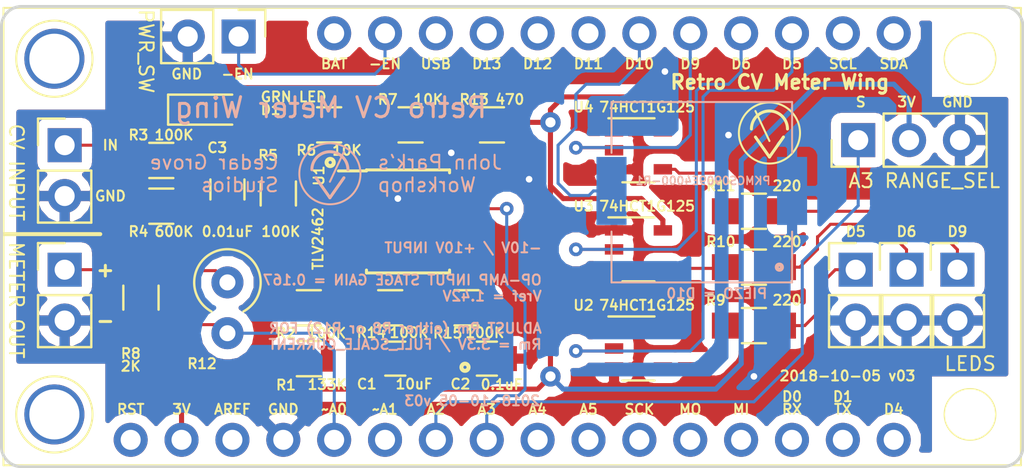
<source format=kicad_pcb>
(kicad_pcb (version 20171130) (host pcbnew "(5.0.0-rc2-dev-444-g2974a2c10)")

  (general
    (thickness 1.6)
    (drawings 46)
    (tracks 217)
    (zones 0)
    (modules 32)
    (nets 43)
  )

  (page USLetter)
  (title_block
    (title "Retro CV Meter Wing")
    (date 2018-09-19)
    (rev v03)
    (company "John Park's Workshop / Cedar Grove Studios")
  )

  (layers
    (0 F.Cu signal)
    (31 B.Cu signal)
    (32 B.Adhes user hide)
    (33 F.Adhes user hide)
    (34 B.Paste user hide)
    (35 F.Paste user hide)
    (36 B.SilkS user)
    (37 F.SilkS user)
    (38 B.Mask user hide)
    (39 F.Mask user)
    (40 Dwgs.User user hide)
    (41 Cmts.User user hide)
    (42 Eco1.User user hide)
    (43 Eco2.User user hide)
    (44 Edge.Cuts user)
    (45 Margin user hide)
    (46 B.CrtYd user hide)
    (47 F.CrtYd user hide)
    (48 B.Fab user hide)
    (49 F.Fab user hide)
  )

  (setup
    (last_trace_width 0.1524)
    (trace_clearance 0.1524)
    (zone_clearance 0.508)
    (zone_45_only no)
    (trace_min 0.1524)
    (segment_width 0.2)
    (edge_width 0.15)
    (via_size 0.6858)
    (via_drill 0.3302)
    (via_min_size 0.6858)
    (via_min_drill 0.3302)
    (uvia_size 0.6858)
    (uvia_drill 0.3302)
    (uvias_allowed no)
    (uvia_min_size 0.2)
    (uvia_min_drill 0.1)
    (pcb_text_width 0.3)
    (pcb_text_size 1.5 1.5)
    (mod_edge_width 0.15)
    (mod_text_size 1 1)
    (mod_text_width 0.15)
    (pad_size 1.524 1.524)
    (pad_drill 0.762)
    (pad_to_mask_clearance 0.2)
    (aux_axis_origin 0 0)
    (visible_elements 7FFFFFFF)
    (pcbplotparams
      (layerselection 0x010fc_ffffffff)
      (usegerberextensions false)
      (usegerberattributes false)
      (usegerberadvancedattributes false)
      (creategerberjobfile false)
      (excludeedgelayer true)
      (linewidth 0.100000)
      (plotframeref false)
      (viasonmask false)
      (mode 1)
      (useauxorigin false)
      (hpglpennumber 1)
      (hpglpenspeed 20)
      (hpglpendiameter 15)
      (psnegative false)
      (psa4output false)
      (plotreference true)
      (plotvalue true)
      (plotinvisibletext false)
      (padsonsilk false)
      (subtractmaskfromsilk false)
      (outputformat 1)
      (mirror false)
      (drillshape 0)
      (scaleselection 1)
      (outputdirectory "retro meter v03 gerbers/"))
  )

  (net 0 "")
  (net 1 GND)
  (net 2 +3V3)
  (net 3 "Net-(J1-Pad1)")
  (net 4 /A0~~)
  (net 5 "Net-(J7-Pad1)")
  (net 6 "Net-(C3-Pad2)")
  (net 7 "Net-(C3-Pad1)")
  (net 8 /-EN)
  (net 9 /D5)
  (net 10 "Net-(J4-Pad1)")
  (net 11 "Net-(J5-Pad1)")
  (net 12 "Net-(J6-Pad1)")
  (net 13 "Net-(M1-Pad1)")
  (net 14 "Net-(M1-Pad3)")
  (net 15 /A2)
  (net 16 "Net-(M1-Pad9)")
  (net 17 "Net-(M1-Pad10)")
  (net 18 "Net-(M1-Pad11)")
  (net 19 "Net-(M1-Pad12)")
  (net 20 "Net-(M1-Pad13)")
  (net 21 "Net-(M1-Pad14)")
  (net 22 "Net-(M1-Pad15)")
  (net 23 "Net-(M1-Pad16)")
  (net 24 "Net-(M1-Pad17)")
  (net 25 "Net-(M1-Pad19)")
  (net 26 "Net-(M1-Pad20)")
  (net 27 "Net-(M1-Pad21)")
  (net 28 "Net-(M1-Pad22)")
  (net 29 /D10)
  (net 30 /D9)
  (net 31 /D6)
  (net 32 "Net-(M1-Pad27)")
  (net 33 "Net-(M1-Pad28)")
  (net 34 "Net-(R6-Pad1)")
  (net 35 "Net-(R9-Pad2)")
  (net 36 "Net-(R10-Pad2)")
  (net 37 "Net-(R11-Pad2)")
  (net 38 /A3)
  (net 39 "Net-(M1-Pad6)")
  (net 40 "Net-(D1-Pad2)")
  (net 41 /Vref1)
  (net 42 /Vref2)

  (net_class Default "This is the default net class."
    (clearance 0.1524)
    (trace_width 0.1524)
    (via_dia 0.6858)
    (via_drill 0.3302)
    (uvia_dia 0.6858)
    (uvia_drill 0.3302)
    (diff_pair_gap 0.1524)
    (diff_pair_width 0.1524)
    (add_net /-EN)
    (add_net /A0~~)
    (add_net /A2)
    (add_net /A3)
    (add_net /D10)
    (add_net /D5)
    (add_net /D6)
    (add_net /D9)
    (add_net /Vref1)
    (add_net /Vref2)
    (add_net "Net-(C3-Pad1)")
    (add_net "Net-(C3-Pad2)")
    (add_net "Net-(D1-Pad2)")
    (add_net "Net-(J1-Pad1)")
    (add_net "Net-(J4-Pad1)")
    (add_net "Net-(J5-Pad1)")
    (add_net "Net-(J6-Pad1)")
    (add_net "Net-(J7-Pad1)")
    (add_net "Net-(M1-Pad1)")
    (add_net "Net-(M1-Pad10)")
    (add_net "Net-(M1-Pad11)")
    (add_net "Net-(M1-Pad12)")
    (add_net "Net-(M1-Pad13)")
    (add_net "Net-(M1-Pad14)")
    (add_net "Net-(M1-Pad15)")
    (add_net "Net-(M1-Pad16)")
    (add_net "Net-(M1-Pad17)")
    (add_net "Net-(M1-Pad19)")
    (add_net "Net-(M1-Pad20)")
    (add_net "Net-(M1-Pad21)")
    (add_net "Net-(M1-Pad22)")
    (add_net "Net-(M1-Pad27)")
    (add_net "Net-(M1-Pad28)")
    (add_net "Net-(M1-Pad3)")
    (add_net "Net-(M1-Pad6)")
    (add_net "Net-(M1-Pad9)")
    (add_net "Net-(R10-Pad2)")
    (add_net "Net-(R11-Pad2)")
    (add_net "Net-(R6-Pad1)")
    (add_net "Net-(R9-Pad2)")
  )

  (net_class Power ""
    (clearance 0.254)
    (trace_width 0.254)
    (via_dia 1.016)
    (via_drill 0.508)
    (uvia_dia 0.6858)
    (uvia_drill 0.3302)
    (diff_pair_gap 0.1524)
    (diff_pair_width 0.1524)
    (add_net +3V3)
    (add_net GND)
  )

  (module Adafruit:Adafruit_Feather_M4_Express_bare (layer F.Cu) (tedit 5BA3EA1A) (tstamp 5BA33296)
    (at 128.2648 104.135)
    (path /5BA7196A)
    (fp_text reference M1 (at 0 -3.556) (layer F.Fab)
      (effects (font (size 0.5 0.5) (thickness 0.1)))
    )
    (fp_text value Feather_M4_Express (at 0 -2.54) (layer F.Fab)
      (effects (font (size 0.5 0.5) (thickness 0.1)))
    )
    (fp_line (start 0 -11.43) (end 0 11.43) (layer F.Fab) (width 0.1))
    (fp_line (start -25.4 0) (end 25.4 0) (layer F.Fab) (width 0.1))
    (fp_text user TX (at 16.501889 8.67125) (layer B.Fab)
      (effects (font (size 0.5 0.5) (thickness 0.1)) (justify mirror))
    )
    (fp_text user D12 (at 1.261889 -8.60075) (layer B.Fab)
      (effects (font (size 0.5 0.5) (thickness 0.1)) (justify mirror))
    )
    (fp_text user A4 (at 1.261889 8.67125) (layer B.Fab)
      (effects (font (size 0.5 0.5) (thickness 0.1)) (justify mirror))
    )
    (fp_text user "I2S: FS0" (at 11.421889 6.51225 -90) (layer B.Fab)
      (effects (font (size 0.4 0.4) (thickness 0.08)) (justify mirror))
    )
    (fp_text user "I2S: SD0" (at 19.304 -6.858 -90) (layer B.Fab)
      (effects (font (size 0.4 0.4) (thickness 0.08)) (justify mirror))
    )
    (fp_text user USB (at -3.818111 -8.60075) (layer B.Fab)
      (effects (font (size 0.5 0.5) (thickness 0.1)) (justify mirror))
    )
    (fp_text user EN (at -6.358111 -8.60075) (layer B.Fab)
      (effects (font (size 0.5 0.5) (thickness 0.1)) (justify mirror))
    )
    (fp_text user D13 (at -1.278111 -8.60075) (layer B.Fab)
      (effects (font (size 0.5 0.5) (thickness 0.1)) (justify mirror))
    )
    (fp_text user A5 (at 3.801889 8.67125) (layer B.Fab)
      (effects (font (size 0.5 0.5) (thickness 0.1)) (justify mirror))
    )
    (fp_text user SDA (at 19.041889 -8.60075) (layer B.Fab)
      (effects (font (size 0.5 0.5) (thickness 0.1)) (justify mirror))
    )
    (fp_text user RX (at 13.961889 8.67125) (layer B.Fab)
      (effects (font (size 0.5 0.5) (thickness 0.1)) (justify mirror))
    )
    (fp_text user A3 (at -1.278111 8.67125) (layer B.Fab)
      (effects (font (size 0.5 0.5) (thickness 0.1)) (justify mirror))
    )
    (fp_text user D11 (at 3.801889 -8.60075) (layer B.Fab)
      (effects (font (size 0.5 0.5) (thickness 0.1)) (justify mirror))
    )
    (fp_text user A2 (at -3.818111 8.67125) (layer B.Fab)
      (effects (font (size 0.5 0.5) (thickness 0.1)) (justify mirror))
    )
    (fp_text user "I2S: SCK0" (at -3.818111 6.51225 -90) (layer B.Fab)
      (effects (font (size 0.4 0.4) (thickness 0.08)) (justify mirror))
    )
    (fp_text user ~~A1 (at -6.358111 8.67125) (layer B.Fab)
      (effects (font (size 0.5 0.5) (thickness 0.1)) (justify mirror))
    )
    (fp_text user D5 (at 13.961889 -8.60075) (layer B.Fab)
      (effects (font (size 0.5 0.5) (thickness 0.1)) (justify mirror))
    )
    (fp_text user SCK (at 6.341889 8.67125) (layer B.Fab)
      (effects (font (size 0.5 0.5) (thickness 0.1)) (justify mirror))
    )
    (fp_text user D4 (at 19.041889 8.67125) (layer B.Fab)
      (effects (font (size 0.5 0.5) (thickness 0.1)) (justify mirror))
    )
    (fp_text user BAT (at -8.898111 -8.60075) (layer B.Fab)
      (effects (font (size 0.5 0.5) (thickness 0.1)) (justify mirror))
    )
    (fp_text user D6 (at 11.421889 -8.60075) (layer B.Fab)
      (effects (font (size 0.5 0.5) (thickness 0.1)) (justify mirror))
    )
    (fp_text user MI (at 11.421889 8.67125) (layer B.Fab)
      (effects (font (size 0.5 0.5) (thickness 0.1)) (justify mirror))
    )
    (fp_text user SCL (at 16.501889 -8.60075) (layer B.Fab)
      (effects (font (size 0.5 0.5) (thickness 0.1)) (justify mirror))
    )
    (fp_text user D9 (at 8.881889 -8.60075) (layer B.Fab)
      (effects (font (size 0.5 0.5) (thickness 0.1)) (justify mirror))
    )
    (fp_text user MO (at 8.881889 8.67125) (layer B.Fab)
      (effects (font (size 0.5 0.5) (thickness 0.1)) (justify mirror))
    )
    (fp_text user "I2S: SDI" (at 8.881889 6.51225 -90) (layer B.Fab)
      (effects (font (size 0.4 0.4) (thickness 0.08)) (justify mirror))
    )
    (fp_text user D10 (at 6.341889 -8.60075) (layer B.Fab)
      (effects (font (size 0.5 0.5) (thickness 0.1)) (justify mirror))
    )
    (fp_text user ~~A0 (at -8.898111 8.67125) (layer B.Fab)
      (effects (font (size 0.5 0.5) (thickness 0.1)) (justify mirror))
    )
    (fp_text user GND (at -11.438111 8.67125) (layer B.Fab)
      (effects (font (size 0.5 0.5) (thickness 0.1)) (justify mirror))
    )
    (fp_text user AREF (at -13.978111 8.67125) (layer B.Fab)
      (effects (font (size 0.5 0.5) (thickness 0.1)) (justify mirror))
    )
    (fp_text user 3V (at -16.518111 8.67125) (layer B.Fab)
      (effects (font (size 0.5 0.5) (thickness 0.1)) (justify mirror))
    )
    (fp_text user RST (at -19.058111 8.67125) (layer B.Fab)
      (effects (font (size 0.5 0.5) (thickness 0.1)) (justify mirror))
    )
    (fp_text user D0 (at 13.961889 8.03625) (layer B.Fab)
      (effects (font (size 0.5 0.5) (thickness 0.1)) (justify mirror))
    )
    (fp_text user D1 (at 16.501889 8.03625) (layer B.Fab)
      (effects (font (size 0.5 0.5) (thickness 0.1)) (justify mirror))
    )
    (fp_text user "BOTTOM VIEW" (at 0 3.429) (layer B.Fab)
      (effects (font (size 0.5 0.5) (thickness 0.1)) (justify mirror))
    )
    (fp_line (start 25.4 11.43) (end -25.4 11.43) (layer B.Fab) (width 0.1))
    (fp_line (start 25.4 -11.43) (end 25.4 11.43) (layer B.Fab) (width 0.1))
    (fp_line (start -25.4 -11.43) (end 25.4 -11.43) (layer B.Fab) (width 0.1))
    (fp_line (start -25.4 11.43) (end -25.4 -11.43) (layer B.Fab) (width 0.1))
    (fp_text user "I2S: SD0" (at 19.304 -6.985 90) (layer F.Fab)
      (effects (font (size 0.4 0.4) (thickness 0.08)))
    )
    (fp_text user "I2S: FS0" (at 11.43 6.35 90) (layer F.Fab)
      (effects (font (size 0.4 0.4) (thickness 0.08)))
    )
    (fp_text user "I2S: SDI" (at 8.89 6.35 90) (layer F.Fab)
      (effects (font (size 0.4 0.4) (thickness 0.08)))
    )
    (fp_text user "I2S: SCK0" (at -3.81 6.35 90) (layer F.Fab)
      (effects (font (size 0.4 0.4) (thickness 0.08)))
    )
    (fp_line (start -11.43 -6.35) (end -11.43 -11.43) (layer F.Fab) (width 0.1))
    (fp_line (start -19.05 -6.35) (end -11.43 -6.35) (layer F.Fab) (width 0.1))
    (fp_line (start -19.05 -11.43) (end -19.05 -6.35) (layer F.Fab) (width 0.1))
    (fp_line (start -21.59 3.81) (end -25.4 3.81) (layer F.Fab) (width 0.1))
    (fp_line (start -21.59 -3.81) (end -21.59 3.81) (layer F.Fab) (width 0.1))
    (fp_line (start -25.4 -3.81) (end -21.59 -3.81) (layer F.Fab) (width 0.1))
    (fp_text user D4 (at 19.05 8.636) (layer F.SilkS)
      (effects (font (size 0.5 0.5) (thickness 0.1)))
    )
    (fp_text user TX (at 16.51 8.636) (layer F.SilkS)
      (effects (font (size 0.5 0.5) (thickness 0.1)))
    )
    (fp_text user D5 (at 13.97 -8.636) (layer F.SilkS)
      (effects (font (size 0.5 0.5) (thickness 0.1)))
    )
    (fp_text user D9 (at 8.89 -8.636) (layer F.SilkS)
      (effects (font (size 0.5 0.5) (thickness 0.1)))
    )
    (fp_text user D6 (at 11.43 -8.636) (layer F.SilkS)
      (effects (font (size 0.5 0.5) (thickness 0.1)))
    )
    (fp_text user SCL (at 16.51 -8.636) (layer F.SilkS)
      (effects (font (size 0.5 0.5) (thickness 0.1)))
    )
    (fp_text user SDA (at 19.05 -8.636) (layer F.SilkS)
      (effects (font (size 0.5 0.5) (thickness 0.1)))
    )
    (fp_text user BAT (at -8.89 -8.636) (layer F.SilkS)
      (effects (font (size 0.5 0.5) (thickness 0.1)))
    )
    (fp_text user D12 (at 1.27 -8.636) (layer F.SilkS)
      (effects (font (size 0.5 0.5) (thickness 0.1)))
    )
    (fp_text user USB (at -3.81 -8.636) (layer F.SilkS)
      (effects (font (size 0.5 0.5) (thickness 0.1)))
    )
    (fp_text user -EN (at -6.35 -8.636) (layer F.SilkS)
      (effects (font (size 0.5 0.5) (thickness 0.1)))
    )
    (fp_text user D10 (at 6.35 -8.636) (layer F.SilkS)
      (effects (font (size 0.5 0.5) (thickness 0.1)))
    )
    (fp_text user D11 (at 3.81 -8.636) (layer F.SilkS)
      (effects (font (size 0.5 0.5) (thickness 0.1)))
    )
    (fp_text user D13 (at -1.27 -8.636) (layer F.SilkS)
      (effects (font (size 0.5 0.5) (thickness 0.1)))
    )
    (fp_text user RX (at 13.97 8.636) (layer F.SilkS)
      (effects (font (size 0.5 0.5) (thickness 0.1)))
    )
    (fp_text user MO (at 8.89 8.636) (layer F.SilkS)
      (effects (font (size 0.5 0.5) (thickness 0.1)))
    )
    (fp_text user MI (at 11.43 8.636) (layer F.SilkS)
      (effects (font (size 0.5 0.5) (thickness 0.1)))
    )
    (fp_text user SCK (at 6.35 8.636) (layer F.SilkS)
      (effects (font (size 0.5 0.5) (thickness 0.1)))
    )
    (fp_text user A3 (at -1.27 8.636) (layer F.SilkS)
      (effects (font (size 0.5 0.5) (thickness 0.1)))
    )
    (fp_text user A5 (at 3.81 8.636) (layer F.SilkS)
      (effects (font (size 0.5 0.5) (thickness 0.1)))
    )
    (fp_text user A4 (at 1.27 8.636) (layer F.SilkS)
      (effects (font (size 0.5 0.5) (thickness 0.1)))
    )
    (fp_text user A2 (at -3.81 8.636) (layer F.SilkS)
      (effects (font (size 0.5 0.5) (thickness 0.1)))
    )
    (fp_text user ~~A1 (at -6.35 8.636) (layer F.SilkS)
      (effects (font (size 0.5 0.5) (thickness 0.1)))
    )
    (fp_text user ~~A0 (at -8.89 8.636) (layer F.SilkS)
      (effects (font (size 0.5 0.5) (thickness 0.1)))
    )
    (fp_text user GND (at -11.43 8.636) (layer F.SilkS)
      (effects (font (size 0.5 0.5) (thickness 0.1)))
    )
    (fp_text user AREF (at -13.97 8.636) (layer F.SilkS)
      (effects (font (size 0.5 0.5) (thickness 0.1)))
    )
    (fp_text user 3V (at -16.51 8.636) (layer F.SilkS)
      (effects (font (size 0.5 0.5) (thickness 0.1)))
    )
    (fp_text user RST (at -19.05 8.636) (layer F.SilkS)
      (effects (font (size 0.5 0.5) (thickness 0.1)))
    )
    (fp_circle (center -22.86 -8.89) (end -20.955 -8.89) (layer F.SilkS) (width 0.1))
    (fp_circle (center -22.86 8.89) (end -20.955 8.89) (layer F.SilkS) (width 0.1))
    (fp_circle (center 22.86 8.89) (end 24.13 8.89) (layer F.SilkS) (width 0.1))
    (fp_circle (center 22.86 -8.89) (end 24.13 -8.89) (layer F.SilkS) (width 0.1))
    (fp_line (start -25.4 11.43) (end -25.4 -11.43) (layer F.SilkS) (width 0.1))
    (fp_line (start 25.4 11.43) (end -25.4 11.43) (layer F.SilkS) (width 0.1))
    (fp_line (start 25.4 -11.43) (end 25.4 11.43) (layer F.SilkS) (width 0.1))
    (fp_line (start -25.4 -11.43) (end 25.4 -11.43) (layer F.SilkS) (width 0.1))
    (fp_text user D0 (at 13.97 8.001) (layer F.SilkS)
      (effects (font (size 0.5 0.5) (thickness 0.1)))
    )
    (fp_text user D1 (at 16.51 8.001) (layer F.SilkS)
      (effects (font (size 0.5 0.5) (thickness 0.1)))
    )
    (fp_text user "TOP VIEW" (at 0 2.54) (layer F.Fab)
      (effects (font (size 0.5 0.5) (thickness 0.1)))
    )
    (fp_text user "A13 = 0.5 VBAT" (at -15.24 -5.207) (layer F.Fab)
      (effects (font (size 0.5 0.5) (thickness 0.1)))
    )
    (pad "" thru_hole circle (at -22.86 -8.89) (size 3 3) (drill 2.5) (layers *.Cu *.Mask))
    (pad "" thru_hole circle (at -22.86 8.89) (size 3 3) (drill 2.5) (layers *.Cu *.Mask))
    (pad "" np_thru_hole circle (at 22.86 8.89) (size 2.5 2.5) (drill 2.5) (layers *.Cu *.Mask))
    (pad "" np_thru_hole circle (at 22.86 -8.89) (size 2.5 2.5) (drill 2.5) (layers *.Cu *.Mask))
    (pad 28 thru_hole circle (at 19.05 -10.16) (size 1.7 1.7) (drill 1) (layers *.Cu *.Mask)
      (net 33 "Net-(M1-Pad28)"))
    (pad 27 thru_hole circle (at 16.51 -10.16) (size 1.7 1.7) (drill 1) (layers *.Cu *.Mask)
      (net 32 "Net-(M1-Pad27)"))
    (pad 26 thru_hole circle (at 13.97 -10.16) (size 1.7 1.7) (drill 1) (layers *.Cu *.Mask)
      (net 9 /D5))
    (pad 25 thru_hole circle (at 11.43 -10.16) (size 1.7 1.7) (drill 1) (layers *.Cu *.Mask)
      (net 31 /D6))
    (pad 24 thru_hole circle (at 8.89 -10.16) (size 1.7 1.7) (drill 1) (layers *.Cu *.Mask)
      (net 30 /D9))
    (pad 23 thru_hole circle (at 6.35 -10.16) (size 1.7 1.7) (drill 1) (layers *.Cu *.Mask)
      (net 29 /D10))
    (pad 22 thru_hole circle (at 3.81 -10.16) (size 1.7 1.7) (drill 1) (layers *.Cu *.Mask)
      (net 28 "Net-(M1-Pad22)"))
    (pad 21 thru_hole circle (at 1.27 -10.16) (size 1.7 1.7) (drill 1) (layers *.Cu *.Mask)
      (net 27 "Net-(M1-Pad21)"))
    (pad 20 thru_hole circle (at -1.27 -10.16) (size 1.7 1.7) (drill 1) (layers *.Cu *.Mask)
      (net 26 "Net-(M1-Pad20)"))
    (pad 19 thru_hole circle (at -3.81 -10.16) (size 1.7 1.7) (drill 1) (layers *.Cu *.Mask)
      (net 25 "Net-(M1-Pad19)"))
    (pad 18 thru_hole circle (at -6.35 -10.16) (size 1.7 1.7) (drill 1) (layers *.Cu *.Mask)
      (net 8 /-EN))
    (pad 17 thru_hole circle (at -8.89 -10.16) (size 1.7 1.7) (drill 1) (layers *.Cu *.Mask)
      (net 24 "Net-(M1-Pad17)"))
    (pad 16 thru_hole circle (at 19.05 10.16) (size 1.7 1.7) (drill 1) (layers *.Cu *.Mask)
      (net 23 "Net-(M1-Pad16)"))
    (pad 15 thru_hole circle (at 16.51 10.16) (size 1.7 1.7) (drill 1) (layers *.Cu *.Mask)
      (net 22 "Net-(M1-Pad15)"))
    (pad 14 thru_hole circle (at 13.97 10.16) (size 1.7 1.7) (drill 1) (layers *.Cu *.Mask)
      (net 21 "Net-(M1-Pad14)"))
    (pad 13 thru_hole circle (at 11.43 10.16) (size 1.7 1.7) (drill 1) (layers *.Cu *.Mask)
      (net 20 "Net-(M1-Pad13)"))
    (pad 12 thru_hole circle (at 8.89 10.16) (size 1.7 1.7) (drill 1) (layers *.Cu *.Mask)
      (net 19 "Net-(M1-Pad12)"))
    (pad 11 thru_hole circle (at 6.35 10.16) (size 1.7 1.7) (drill 1) (layers *.Cu *.Mask)
      (net 18 "Net-(M1-Pad11)"))
    (pad 10 thru_hole circle (at 3.81 10.16) (size 1.7 1.7) (drill 1) (layers *.Cu *.Mask)
      (net 17 "Net-(M1-Pad10)"))
    (pad 9 thru_hole circle (at 1.27 10.16) (size 1.7 1.7) (drill 1) (layers *.Cu *.Mask)
      (net 16 "Net-(M1-Pad9)"))
    (pad 8 thru_hole circle (at -1.27 10.16) (size 1.7 1.7) (drill 1) (layers *.Cu *.Mask)
      (net 38 /A3))
    (pad 7 thru_hole circle (at -3.81 10.16) (size 1.7 1.7) (drill 1) (layers *.Cu *.Mask)
      (net 15 /A2))
    (pad 6 thru_hole circle (at -6.35 10.16) (size 1.7 1.7) (drill 1) (layers *.Cu *.Mask)
      (net 39 "Net-(M1-Pad6)"))
    (pad 5 thru_hole circle (at -8.89 10.16) (size 1.7 1.7) (drill 1) (layers *.Cu *.Mask)
      (net 4 /A0~~))
    (pad 4 thru_hole circle (at -11.43 10.16) (size 1.7 1.7) (drill 1) (layers *.Cu *.Mask)
      (net 1 GND))
    (pad 3 thru_hole circle (at -13.97 10.16) (size 1.7 1.7) (drill 1) (layers *.Cu *.Mask)
      (net 14 "Net-(M1-Pad3)"))
    (pad 2 thru_hole circle (at -16.51 10.16) (size 1.7 1.7) (drill 1) (layers *.Cu *.Mask)
      (net 2 +3V3))
    (pad 1 thru_hole circle (at -19.05 10.16) (size 1.7 1.7) (drill 1) (layers *.Cu *.Mask)
      (net 13 "Net-(M1-Pad1)"))
    (model "C:/Program Files/KiCad/share/kicad/packages3d/Pin_Headers.3dshapes/Pin_Header_Straight_1x16_Pitch2.54mm.wrl"
      (offset (xyz 0 -10.15 -1.5))
      (scale (xyz 1 1 1))
      (rotate (xyz 180 0 0))
    )
    (model "C:/Program Files/KiCad/share/kicad/packages3d/Pin_Headers.3dshapes/Pin_Header_Straight_1x12_Pitch2.54mm.wrl"
      (offset (xyz 5 10.15 -1.5))
      (scale (xyz 1 1 1))
      (rotate (xyz -180 0 0))
    )
    (model "C:/Program Files/KiCad/share/kicad/packages3d/Adafruit_CAD_Parts-master/3857 Feather M4 Express/3857 Adafruit Feather M4 Express.step"
      (offset (xyz -25.5 -11.5 -24.5))
      (scale (xyz 1 1 1))
      (rotate (xyz 0 0 0))
    )
    (model "C:/Program Files/KiCad/share/kicad/packages3d/Socket_Strips.3dshapes/Socket_Strip_Straight_1x12_Pitch2.54mm.wrl"
      (offset (xyz 5 10 -23))
      (scale (xyz 1 1 1))
      (rotate (xyz 0 0 0))
    )
    (model "C:/Program Files/KiCad/share/kicad/packages3d/Socket_Strips.3dshapes/Socket_Strip_Straight_1x16_Pitch2.54mm.wrl"
      (offset (xyz 0 -10.15 -23))
      (scale (xyz 1 1 1))
      (rotate (xyz 0 0 0))
    )
  )

  (module Resistors_SMD:R_0805_HandSoldering (layer F.Cu) (tedit 5BA30455) (tstamp 5BA379FC)
    (at 140.335 108.585 180)
    (descr "Resistor SMD 0805, hand soldering")
    (tags "resistor 0805")
    (path /5BA9686F)
    (attr smd)
    (fp_text reference R9 (at 1.905 1.27 180) (layer F.SilkS)
      (effects (font (size 0.5 0.5) (thickness 0.1)))
    )
    (fp_text value 220 (at -1.651 1.27 180) (layer F.SilkS)
      (effects (font (size 0.5 0.5) (thickness 0.1)))
    )
    (fp_line (start 2.35 0.9) (end -2.35 0.9) (layer F.CrtYd) (width 0.05))
    (fp_line (start 2.35 0.9) (end 2.35 -0.9) (layer F.CrtYd) (width 0.05))
    (fp_line (start -2.35 -0.9) (end -2.35 0.9) (layer F.CrtYd) (width 0.05))
    (fp_line (start -2.35 -0.9) (end 2.35 -0.9) (layer F.CrtYd) (width 0.05))
    (fp_line (start -0.6 -0.88) (end 0.6 -0.88) (layer F.SilkS) (width 0.12))
    (fp_line (start 0.6 0.88) (end -0.6 0.88) (layer F.SilkS) (width 0.12))
    (fp_line (start -1 -0.62) (end 1 -0.62) (layer F.Fab) (width 0.1))
    (fp_line (start 1 -0.62) (end 1 0.62) (layer F.Fab) (width 0.1))
    (fp_line (start 1 0.62) (end -1 0.62) (layer F.Fab) (width 0.1))
    (fp_line (start -1 0.62) (end -1 -0.62) (layer F.Fab) (width 0.1))
    (fp_text user %R (at 0 0 180) (layer F.Fab)
      (effects (font (size 0.5 0.5) (thickness 0.075)))
    )
    (pad 2 smd rect (at 1.35 0 180) (size 1.5 1.3) (layers F.Cu F.Paste F.Mask)
      (net 35 "Net-(R9-Pad2)"))
    (pad 1 smd rect (at -1.35 0 180) (size 1.5 1.3) (layers F.Cu F.Paste F.Mask)
      (net 11 "Net-(J5-Pad1)"))
    (model ${KISYS3DMOD}/Resistors_SMD.3dshapes/R_0805.wrl
      (at (xyz 0 0 0))
      (scale (xyz 1 1 1))
      (rotate (xyz 0 0 0))
    )
    (model "C:/Program Files/KiCad/share/kicad/packages3d/Resistors_SMD.3dshapes/R_0805.step"
      (at (xyz 0 0 0))
      (scale (xyz 1.2 1 1))
      (rotate (xyz 0 0 0))
    )
    (model "C:/Program Files/KiCad/share/kicad/packages3d/Resistors_SMD.3dshapes/R_0805.wrl"
      (at (xyz 0 0 0))
      (scale (xyz 1 1 1))
      (rotate (xyz 0 0 0))
    )
  )

  (module Resistors_SMD:R_0805_HandSoldering (layer F.Cu) (tedit 5B78F01C) (tstamp 5BA30C52)
    (at 109.728 107.188 270)
    (descr "Resistor SMD 0805, hand soldering")
    (tags "resistor 0805")
    (path /5B780779)
    (attr smd)
    (fp_text reference R8 (at 2.794 0.508) (layer F.SilkS)
      (effects (font (size 0.5 0.5) (thickness 0.1)))
    )
    (fp_text value 2K (at 3.429 0.508) (layer F.SilkS)
      (effects (font (size 0.5 0.5) (thickness 0.1)))
    )
    (fp_text user %R (at 0 0 270) (layer F.Fab)
      (effects (font (size 0.5 0.5) (thickness 0.075)))
    )
    (fp_line (start -1 0.62) (end -1 -0.62) (layer F.Fab) (width 0.1))
    (fp_line (start 1 0.62) (end -1 0.62) (layer F.Fab) (width 0.1))
    (fp_line (start 1 -0.62) (end 1 0.62) (layer F.Fab) (width 0.1))
    (fp_line (start -1 -0.62) (end 1 -0.62) (layer F.Fab) (width 0.1))
    (fp_line (start 0.6 0.88) (end -0.6 0.88) (layer F.SilkS) (width 0.12))
    (fp_line (start -0.6 -0.88) (end 0.6 -0.88) (layer F.SilkS) (width 0.12))
    (fp_line (start -2.35 -0.9) (end 2.35 -0.9) (layer F.CrtYd) (width 0.05))
    (fp_line (start -2.35 -0.9) (end -2.35 0.9) (layer F.CrtYd) (width 0.05))
    (fp_line (start 2.35 0.9) (end 2.35 -0.9) (layer F.CrtYd) (width 0.05))
    (fp_line (start 2.35 0.9) (end -2.35 0.9) (layer F.CrtYd) (width 0.05))
    (pad 1 smd rect (at -1.35 0 270) (size 1.5 1.3) (layers F.Cu F.Paste F.Mask)
      (net 10 "Net-(J4-Pad1)"))
    (pad 2 smd rect (at 1.35 0 270) (size 1.5 1.3) (layers F.Cu F.Paste F.Mask)
      (net 4 /A0~~))
    (model ${KISYS3DMOD}/Resistors_SMD.3dshapes/R_0805.wrl
      (at (xyz 0 0 0))
      (scale (xyz 1 1 1))
      (rotate (xyz 0 0 0))
    )
    (model "C:/Program Files/KiCad/share/kicad/packages3d/Resistors_SMD.3dshapes/R_0805.step"
      (at (xyz 0 0 0))
      (scale (xyz 1 1 1))
      (rotate (xyz 0 0 0))
    )
  )

  (module Housings_SOIC:SOIC-8_3.9x4.9mm_Pitch1.27mm (layer F.Cu) (tedit 5B78812F) (tstamp 5BA30C0A)
    (at 123.063 103.378)
    (descr "8-Lead Plastic Small Outline (SN) - Narrow, 3.90 mm Body [SOIC] (see Microchip Packaging Specification 00000049BS.pdf)")
    (tags "SOIC 1.27")
    (path /5B7B044A)
    (attr smd)
    (fp_text reference U1 (at -4.445 -2.286 -270) (layer F.SilkS)
      (effects (font (size 0.5 0.5) (thickness 0.1)))
    )
    (fp_text value TLV2462 (at -4.4958 0.8636 -270) (layer F.SilkS)
      (effects (font (size 0.5 0.5) (thickness 0.1)))
    )
    (fp_line (start -2.075 -2.525) (end -3.475 -2.525) (layer F.SilkS) (width 0.15))
    (fp_line (start -2.075 2.575) (end 2.075 2.575) (layer F.SilkS) (width 0.15))
    (fp_line (start -2.075 -2.575) (end 2.075 -2.575) (layer F.SilkS) (width 0.15))
    (fp_line (start -2.075 2.575) (end -2.075 2.43) (layer F.SilkS) (width 0.15))
    (fp_line (start 2.075 2.575) (end 2.075 2.43) (layer F.SilkS) (width 0.15))
    (fp_line (start 2.075 -2.575) (end 2.075 -2.43) (layer F.SilkS) (width 0.15))
    (fp_line (start -2.075 -2.575) (end -2.075 -2.525) (layer F.SilkS) (width 0.15))
    (fp_line (start -3.73 2.7) (end 3.73 2.7) (layer F.CrtYd) (width 0.05))
    (fp_line (start -3.73 -2.7) (end 3.73 -2.7) (layer F.CrtYd) (width 0.05))
    (fp_line (start 3.73 -2.7) (end 3.73 2.7) (layer F.CrtYd) (width 0.05))
    (fp_line (start -3.73 -2.7) (end -3.73 2.7) (layer F.CrtYd) (width 0.05))
    (fp_line (start -1.95 -1.45) (end -0.95 -2.45) (layer F.Fab) (width 0.1))
    (fp_line (start -1.95 2.45) (end -1.95 -1.45) (layer F.Fab) (width 0.1))
    (fp_line (start 1.95 2.45) (end -1.95 2.45) (layer F.Fab) (width 0.1))
    (fp_line (start 1.95 -2.45) (end 1.95 2.45) (layer F.Fab) (width 0.1))
    (fp_line (start -0.95 -2.45) (end 1.95 -2.45) (layer F.Fab) (width 0.1))
    (fp_text user %R (at 0 0) (layer F.Fab)
      (effects (font (size 1 1) (thickness 0.15)))
    )
    (pad 8 smd rect (at 2.7 -1.905) (size 1.55 0.6) (layers F.Cu F.Paste F.Mask)
      (net 2 +3V3))
    (pad 7 smd rect (at 2.7 -0.635) (size 1.55 0.6) (layers F.Cu F.Paste F.Mask)
      (net 15 /A2))
    (pad 6 smd rect (at 2.7 0.635) (size 1.55 0.6) (layers F.Cu F.Paste F.Mask)
      (net 34 "Net-(R6-Pad1)"))
    (pad 5 smd rect (at 2.7 1.905) (size 1.55 0.6) (layers F.Cu F.Paste F.Mask)
      (net 42 /Vref2))
    (pad 4 smd rect (at -2.7 1.905) (size 1.55 0.6) (layers F.Cu F.Paste F.Mask)
      (net 1 GND))
    (pad 3 smd rect (at -2.7 0.635) (size 1.55 0.6) (layers F.Cu F.Paste F.Mask)
      (net 41 /Vref1))
    (pad 2 smd rect (at -2.7 -0.635) (size 1.55 0.6) (layers F.Cu F.Paste F.Mask)
      (net 6 "Net-(C3-Pad2)"))
    (pad 1 smd rect (at -2.7 -1.905) (size 1.55 0.6) (layers F.Cu F.Paste F.Mask)
      (net 7 "Net-(C3-Pad1)"))
    (model ${KISYS3DMOD}/Housings_SOIC.3dshapes/SOIC-8_3.9x4.9mm_Pitch1.27mm.wrl
      (at (xyz 0 0 0))
      (scale (xyz 1 1 1))
      (rotate (xyz 0 0 0))
    )
    (model "C:/Program Files/KiCad/share/kicad/packages3d/Housings_SOIC.3dshapes/SOIC-8_3.9x4.9mm_Pitch1.27mm.step"
      (at (xyz 0 0 0))
      (scale (xyz 1 1 1))
      (rotate (xyz 0 0 0))
    )
  )

  (module Pin_Headers:Pin_Header_Straight_1x02_Pitch2.54mm (layer F.Cu) (tedit 5B77C5F6) (tstamp 5BA30B94)
    (at 105.918 99.568)
    (descr "Through hole straight pin header, 1x02, 2.54mm pitch, single row")
    (tags "Through hole pin header THT 1x02 2.54mm single row")
    (path /5B781503)
    (fp_text reference J1 (at 0 -2.33) (layer F.Fab)
      (effects (font (size 1 1) (thickness 0.15)))
    )
    (fp_text value CV_INPUT (at 0 4.87) (layer F.Fab)
      (effects (font (size 1 1) (thickness 0.15)))
    )
    (fp_text user %R (at 0 1.27 90) (layer F.Fab)
      (effects (font (size 1 1) (thickness 0.15)))
    )
    (fp_line (start 1.8 -1.8) (end -1.8 -1.8) (layer F.CrtYd) (width 0.05))
    (fp_line (start 1.8 4.35) (end 1.8 -1.8) (layer F.CrtYd) (width 0.05))
    (fp_line (start -1.8 4.35) (end 1.8 4.35) (layer F.CrtYd) (width 0.05))
    (fp_line (start -1.8 -1.8) (end -1.8 4.35) (layer F.CrtYd) (width 0.05))
    (fp_line (start -1.33 -1.33) (end 0 -1.33) (layer F.SilkS) (width 0.12))
    (fp_line (start -1.33 0) (end -1.33 -1.33) (layer F.SilkS) (width 0.12))
    (fp_line (start -1.33 1.27) (end 1.33 1.27) (layer F.SilkS) (width 0.12))
    (fp_line (start 1.33 1.27) (end 1.33 3.87) (layer F.SilkS) (width 0.12))
    (fp_line (start -1.33 1.27) (end -1.33 3.87) (layer F.SilkS) (width 0.12))
    (fp_line (start -1.33 3.87) (end 1.33 3.87) (layer F.SilkS) (width 0.12))
    (fp_line (start -1.27 -0.635) (end -0.635 -1.27) (layer F.Fab) (width 0.1))
    (fp_line (start -1.27 3.81) (end -1.27 -0.635) (layer F.Fab) (width 0.1))
    (fp_line (start 1.27 3.81) (end -1.27 3.81) (layer F.Fab) (width 0.1))
    (fp_line (start 1.27 -1.27) (end 1.27 3.81) (layer F.Fab) (width 0.1))
    (fp_line (start -0.635 -1.27) (end 1.27 -1.27) (layer F.Fab) (width 0.1))
    (pad 2 thru_hole oval (at 0 2.54) (size 1.7 1.7) (drill 1) (layers *.Cu *.Mask)
      (net 1 GND))
    (pad 1 thru_hole rect (at 0 0) (size 1.7 1.7) (drill 1) (layers *.Cu *.Mask)
      (net 3 "Net-(J1-Pad1)"))
    (model ${KISYS3DMOD}/Pin_Headers.3dshapes/Pin_Header_Straight_1x02_Pitch2.54mm.wrl
      (at (xyz 0 0 0))
      (scale (xyz 1 1 1))
      (rotate (xyz 0 0 0))
    )
    (model "C:/Program Files/KiCad/share/kicad/packages3d/Pin_Headers.3dshapes/Pin_Header_Straight_1x02_Pitch2.54mm.wrl"
      (offset (xyz 0 -1.25 0))
      (scale (xyz 1 1 1))
      (rotate (xyz 0 0 -90))
    )
  )

  (module Pin_Headers:Pin_Header_Straight_1x02_Pitch2.54mm (layer F.Cu) (tedit 5B77C59C) (tstamp 5BA30B55)
    (at 114.6048 94.135 270)
    (descr "Through hole straight pin header, 1x02, 2.54mm pitch, single row")
    (tags "Through hole pin header THT 1x02 2.54mm single row")
    (path /5B7C90BF)
    (fp_text reference J2 (at 0 -2.33 270) (layer F.Fab)
      (effects (font (size 1 1) (thickness 0.15)))
    )
    (fp_text value POWER_SWITCH (at 0 4.87 270) (layer F.Fab)
      (effects (font (size 1 1) (thickness 0.15)))
    )
    (fp_line (start -0.635 -1.27) (end 1.27 -1.27) (layer F.Fab) (width 0.1))
    (fp_line (start 1.27 -1.27) (end 1.27 3.81) (layer F.Fab) (width 0.1))
    (fp_line (start 1.27 3.81) (end -1.27 3.81) (layer F.Fab) (width 0.1))
    (fp_line (start -1.27 3.81) (end -1.27 -0.635) (layer F.Fab) (width 0.1))
    (fp_line (start -1.27 -0.635) (end -0.635 -1.27) (layer F.Fab) (width 0.1))
    (fp_line (start -1.33 3.87) (end 1.33 3.87) (layer F.SilkS) (width 0.12))
    (fp_line (start -1.33 1.27) (end -1.33 3.87) (layer F.SilkS) (width 0.12))
    (fp_line (start 1.33 1.27) (end 1.33 3.87) (layer F.SilkS) (width 0.12))
    (fp_line (start -1.33 1.27) (end 1.33 1.27) (layer F.SilkS) (width 0.12))
    (fp_line (start -1.33 0) (end -1.33 -1.33) (layer F.SilkS) (width 0.12))
    (fp_line (start -1.33 -1.33) (end 0 -1.33) (layer F.SilkS) (width 0.12))
    (fp_line (start -1.8 -1.8) (end -1.8 4.35) (layer F.CrtYd) (width 0.05))
    (fp_line (start -1.8 4.35) (end 1.8 4.35) (layer F.CrtYd) (width 0.05))
    (fp_line (start 1.8 4.35) (end 1.8 -1.8) (layer F.CrtYd) (width 0.05))
    (fp_line (start 1.8 -1.8) (end -1.8 -1.8) (layer F.CrtYd) (width 0.05))
    (fp_text user %R (at 0 1.27) (layer F.Fab)
      (effects (font (size 1 1) (thickness 0.15)))
    )
    (pad 1 thru_hole rect (at 0 0 270) (size 1.7 1.7) (drill 1) (layers *.Cu *.Mask)
      (net 8 /-EN))
    (pad 2 thru_hole oval (at 0 2.54 270) (size 1.7 1.7) (drill 1) (layers *.Cu *.Mask)
      (net 1 GND))
    (model ${KISYS3DMOD}/Pin_Headers.3dshapes/Pin_Header_Straight_1x02_Pitch2.54mm.wrl
      (at (xyz 0 0 0))
      (scale (xyz 1 1 1))
      (rotate (xyz 0 0 0))
    )
    (model "C:/Program Files/KiCad/share/kicad/packages3d/Pin_Headers.3dshapes/Pin_Header_Straight_1x02_Pitch2.54mm.wrl"
      (offset (xyz 0 -1.25 0))
      (scale (xyz 1 1 1))
      (rotate (xyz 0 0 -90))
    )
  )

  (module Pin_Headers:Pin_Header_Straight_1x02_Pitch2.54mm (layer F.Cu) (tedit 5B787DAF) (tstamp 5BA30AE6)
    (at 150.495 105.791)
    (descr "Through hole straight pin header, 1x02, 2.54mm pitch, single row")
    (tags "Through hole pin header THT 1x02 2.54mm single row")
    (path /5BAD541D)
    (fp_text reference J7 (at 0 -2.33) (layer F.Fab)
      (effects (font (size 1 1) (thickness 0.15)))
    )
    (fp_text value LED3 (at 0 4.87) (layer F.Fab)
      (effects (font (size 1 1) (thickness 0.15)))
    )
    (fp_text user %R (at 0 1.27 90) (layer F.Fab)
      (effects (font (size 1 1) (thickness 0.15)))
    )
    (fp_line (start 1.8 -1.8) (end -1.8 -1.8) (layer F.CrtYd) (width 0.05))
    (fp_line (start 1.8 4.35) (end 1.8 -1.8) (layer F.CrtYd) (width 0.05))
    (fp_line (start -1.8 4.35) (end 1.8 4.35) (layer F.CrtYd) (width 0.05))
    (fp_line (start -1.8 -1.8) (end -1.8 4.35) (layer F.CrtYd) (width 0.05))
    (fp_line (start -1.33 -1.33) (end 0 -1.33) (layer F.SilkS) (width 0.12))
    (fp_line (start -1.33 0) (end -1.33 -1.33) (layer F.SilkS) (width 0.12))
    (fp_line (start -1.33 1.27) (end 1.33 1.27) (layer F.SilkS) (width 0.12))
    (fp_line (start 1.33 1.27) (end 1.33 3.87) (layer F.SilkS) (width 0.12))
    (fp_line (start -1.33 1.27) (end -1.33 3.87) (layer F.SilkS) (width 0.12))
    (fp_line (start -1.33 3.87) (end 1.33 3.87) (layer F.SilkS) (width 0.12))
    (fp_line (start -1.27 -0.635) (end -0.635 -1.27) (layer F.Fab) (width 0.1))
    (fp_line (start -1.27 3.81) (end -1.27 -0.635) (layer F.Fab) (width 0.1))
    (fp_line (start 1.27 3.81) (end -1.27 3.81) (layer F.Fab) (width 0.1))
    (fp_line (start 1.27 -1.27) (end 1.27 3.81) (layer F.Fab) (width 0.1))
    (fp_line (start -0.635 -1.27) (end 1.27 -1.27) (layer F.Fab) (width 0.1))
    (pad 2 thru_hole oval (at 0 2.54) (size 1.7 1.7) (drill 1) (layers *.Cu *.Mask)
      (net 1 GND))
    (pad 1 thru_hole rect (at 0 0) (size 1.7 1.7) (drill 1) (layers *.Cu *.Mask)
      (net 5 "Net-(J7-Pad1)"))
    (model ${KISYS3DMOD}/Pin_Headers.3dshapes/Pin_Header_Straight_1x02_Pitch2.54mm.wrl
      (at (xyz 0 0 0))
      (scale (xyz 1 1 1))
      (rotate (xyz 0 0 0))
    )
    (model "C:/Program Files/KiCad/share/kicad/packages3d/Pin_Headers.3dshapes/Pin_Header_Straight_1x02_Pitch2.54mm.wrl"
      (offset (xyz 0 -1.25 0))
      (scale (xyz 1 1 1))
      (rotate (xyz 0 0 -90))
    )
  )

  (module Pin_Headers:Pin_Header_Straight_1x03_Pitch2.54mm (layer F.Cu) (tedit 5BA2C4AB) (tstamp 5BA457F5)
    (at 145.542 99.314 90)
    (descr "Through hole straight pin header, 1x03, 2.54mm pitch, single row")
    (tags "Through hole pin header THT 1x03 2.54mm single row")
    (path /5B78A150)
    (fp_text reference J3 (at 0 -2.33 90) (layer F.Fab)
      (effects (font (size 1 1) (thickness 0.15)))
    )
    (fp_text value RANGE_SEL (at 0 7.41 90) (layer F.Fab)
      (effects (font (size 1 1) (thickness 0.15)))
    )
    (fp_text user %R (at 0 2.54 -180) (layer F.Fab)
      (effects (font (size 1 1) (thickness 0.15)))
    )
    (fp_line (start 1.8 -1.8) (end -1.8 -1.8) (layer F.CrtYd) (width 0.05))
    (fp_line (start 1.8 6.85) (end 1.8 -1.8) (layer F.CrtYd) (width 0.05))
    (fp_line (start -1.8 6.85) (end 1.8 6.85) (layer F.CrtYd) (width 0.05))
    (fp_line (start -1.8 -1.8) (end -1.8 6.85) (layer F.CrtYd) (width 0.05))
    (fp_line (start -1.33 -1.33) (end 0 -1.33) (layer F.SilkS) (width 0.12))
    (fp_line (start -1.33 0) (end -1.33 -1.33) (layer F.SilkS) (width 0.12))
    (fp_line (start -1.33 1.27) (end 1.33 1.27) (layer F.SilkS) (width 0.12))
    (fp_line (start 1.33 1.27) (end 1.33 6.41) (layer F.SilkS) (width 0.12))
    (fp_line (start -1.33 1.27) (end -1.33 6.41) (layer F.SilkS) (width 0.12))
    (fp_line (start -1.33 6.41) (end 1.33 6.41) (layer F.SilkS) (width 0.12))
    (fp_line (start -1.27 -0.635) (end -0.635 -1.27) (layer F.Fab) (width 0.1))
    (fp_line (start -1.27 6.35) (end -1.27 -0.635) (layer F.Fab) (width 0.1))
    (fp_line (start 1.27 6.35) (end -1.27 6.35) (layer F.Fab) (width 0.1))
    (fp_line (start 1.27 -1.27) (end 1.27 6.35) (layer F.Fab) (width 0.1))
    (fp_line (start -0.635 -1.27) (end 1.27 -1.27) (layer F.Fab) (width 0.1))
    (pad 3 thru_hole oval (at 0 5.08 90) (size 1.7 1.7) (drill 1) (layers *.Cu *.Mask)
      (net 1 GND))
    (pad 2 thru_hole oval (at 0 2.54 90) (size 1.7 1.7) (drill 1) (layers *.Cu *.Mask)
      (net 2 +3V3))
    (pad 1 thru_hole rect (at 0 0 90) (size 1.7 1.7) (drill 1) (layers *.Cu *.Mask)
      (net 38 /A3))
    (model ${KISYS3DMOD}/Pin_Headers.3dshapes/Pin_Header_Straight_1x03_Pitch2.54mm.wrl
      (at (xyz 0 0 0))
      (scale (xyz 1 1 1))
      (rotate (xyz 0 0 0))
    )
    (model "C:/Program Files/KiCad/share/kicad/packages3d/Pin_Headers.3dshapes/Pin_Header_Straight_1x03_Pitch2.54mm.wrl"
      (offset (xyz 0 -2.5 0))
      (scale (xyz 1 1 1))
      (rotate (xyz 0 0 -90))
    )
  )

  (module Pin_Headers:Pin_Header_Straight_1x02_Pitch2.54mm (layer F.Cu) (tedit 5BA2C4B4) (tstamp 5BA30E01)
    (at 105.918 105.791)
    (descr "Through hole straight pin header, 1x02, 2.54mm pitch, single row")
    (tags "Through hole pin header THT 1x02 2.54mm single row")
    (path /5B78D5A6)
    (fp_text reference J4 (at 0 -2.33) (layer F.Fab)
      (effects (font (size 1 1) (thickness 0.15)))
    )
    (fp_text value METER_OUTPUT (at 0 4.87) (layer F.Fab)
      (effects (font (size 1 1) (thickness 0.15)))
    )
    (fp_text user %R (at 0 1.27 90) (layer F.Fab)
      (effects (font (size 1 1) (thickness 0.15)))
    )
    (fp_line (start 1.8 -1.8) (end -1.8 -1.8) (layer F.CrtYd) (width 0.05))
    (fp_line (start 1.8 4.35) (end 1.8 -1.8) (layer F.CrtYd) (width 0.05))
    (fp_line (start -1.8 4.35) (end 1.8 4.35) (layer F.CrtYd) (width 0.05))
    (fp_line (start -1.8 -1.8) (end -1.8 4.35) (layer F.CrtYd) (width 0.05))
    (fp_line (start -1.33 -1.33) (end 0 -1.33) (layer F.SilkS) (width 0.12))
    (fp_line (start -1.33 0) (end -1.33 -1.33) (layer F.SilkS) (width 0.12))
    (fp_line (start -1.33 1.27) (end 1.33 1.27) (layer F.SilkS) (width 0.12))
    (fp_line (start 1.33 1.27) (end 1.33 3.87) (layer F.SilkS) (width 0.12))
    (fp_line (start -1.33 1.27) (end -1.33 3.87) (layer F.SilkS) (width 0.12))
    (fp_line (start -1.33 3.87) (end 1.33 3.87) (layer F.SilkS) (width 0.12))
    (fp_line (start -1.27 -0.635) (end -0.635 -1.27) (layer F.Fab) (width 0.1))
    (fp_line (start -1.27 3.81) (end -1.27 -0.635) (layer F.Fab) (width 0.1))
    (fp_line (start 1.27 3.81) (end -1.27 3.81) (layer F.Fab) (width 0.1))
    (fp_line (start 1.27 -1.27) (end 1.27 3.81) (layer F.Fab) (width 0.1))
    (fp_line (start -0.635 -1.27) (end 1.27 -1.27) (layer F.Fab) (width 0.1))
    (pad 2 thru_hole oval (at 0 2.54) (size 1.7 1.7) (drill 1) (layers *.Cu *.Mask)
      (net 1 GND))
    (pad 1 thru_hole rect (at 0 0) (size 1.7 1.7) (drill 1) (layers *.Cu *.Mask)
      (net 10 "Net-(J4-Pad1)"))
    (model ${KISYS3DMOD}/Pin_Headers.3dshapes/Pin_Header_Straight_1x02_Pitch2.54mm.wrl
      (at (xyz 0 0 0))
      (scale (xyz 1 1 1))
      (rotate (xyz 0 0 0))
    )
    (model "C:/Program Files/KiCad/share/kicad/packages3d/Pin_Headers.3dshapes/Pin_Header_Straight_1x02_Pitch2.54mm.wrl"
      (offset (xyz 0 -1.25 0))
      (scale (xyz 1 1 1))
      (rotate (xyz 0 0 90))
    )
  )

  (module Pin_Headers:Pin_Header_Straight_1x02_Pitch2.54mm (layer F.Cu) (tedit 5BA2C4A6) (tstamp 5BA30D47)
    (at 145.415 105.791)
    (descr "Through hole straight pin header, 1x02, 2.54mm pitch, single row")
    (tags "Through hole pin header THT 1x02 2.54mm single row")
    (path /5BAC6E2B)
    (fp_text reference J5 (at 0 -2.33) (layer F.Fab)
      (effects (font (size 1 1) (thickness 0.15)))
    )
    (fp_text value LED1 (at 0 4.87) (layer F.Fab)
      (effects (font (size 1 1) (thickness 0.15)))
    )
    (fp_line (start -0.635 -1.27) (end 1.27 -1.27) (layer F.Fab) (width 0.1))
    (fp_line (start 1.27 -1.27) (end 1.27 3.81) (layer F.Fab) (width 0.1))
    (fp_line (start 1.27 3.81) (end -1.27 3.81) (layer F.Fab) (width 0.1))
    (fp_line (start -1.27 3.81) (end -1.27 -0.635) (layer F.Fab) (width 0.1))
    (fp_line (start -1.27 -0.635) (end -0.635 -1.27) (layer F.Fab) (width 0.1))
    (fp_line (start -1.33 3.87) (end 1.33 3.87) (layer F.SilkS) (width 0.12))
    (fp_line (start -1.33 1.27) (end -1.33 3.87) (layer F.SilkS) (width 0.12))
    (fp_line (start 1.33 1.27) (end 1.33 3.87) (layer F.SilkS) (width 0.12))
    (fp_line (start -1.33 1.27) (end 1.33 1.27) (layer F.SilkS) (width 0.12))
    (fp_line (start -1.33 0) (end -1.33 -1.33) (layer F.SilkS) (width 0.12))
    (fp_line (start -1.33 -1.33) (end 0 -1.33) (layer F.SilkS) (width 0.12))
    (fp_line (start -1.8 -1.8) (end -1.8 4.35) (layer F.CrtYd) (width 0.05))
    (fp_line (start -1.8 4.35) (end 1.8 4.35) (layer F.CrtYd) (width 0.05))
    (fp_line (start 1.8 4.35) (end 1.8 -1.8) (layer F.CrtYd) (width 0.05))
    (fp_line (start 1.8 -1.8) (end -1.8 -1.8) (layer F.CrtYd) (width 0.05))
    (fp_text user %R (at 0 1.27 90) (layer F.Fab)
      (effects (font (size 1 1) (thickness 0.15)))
    )
    (pad 1 thru_hole rect (at 0 0) (size 1.7 1.7) (drill 1) (layers *.Cu *.Mask)
      (net 11 "Net-(J5-Pad1)"))
    (pad 2 thru_hole oval (at 0 2.54) (size 1.7 1.7) (drill 1) (layers *.Cu *.Mask)
      (net 1 GND))
    (model ${KISYS3DMOD}/Pin_Headers.3dshapes/Pin_Header_Straight_1x02_Pitch2.54mm.wrl
      (at (xyz 0 0 0))
      (scale (xyz 1 1 1))
      (rotate (xyz 0 0 0))
    )
    (model "C:/Program Files/KiCad/share/kicad/packages3d/Pin_Headers.3dshapes/Pin_Header_Straight_1x02_Pitch2.54mm.wrl"
      (offset (xyz 0 -1.25 0))
      (scale (xyz 1 1 1))
      (rotate (xyz 0 0 -90))
    )
  )

  (module Pin_Headers:Pin_Header_Straight_1x02_Pitch2.54mm (layer F.Cu) (tedit 5BA2C49F) (tstamp 5BA30DC2)
    (at 147.955 105.791)
    (descr "Through hole straight pin header, 1x02, 2.54mm pitch, single row")
    (tags "Through hole pin header THT 1x02 2.54mm single row")
    (path /5BAD1404)
    (fp_text reference J6 (at 0 -2.33) (layer F.Fab)
      (effects (font (size 1 1) (thickness 0.15)))
    )
    (fp_text value LED2 (at 0 4.87) (layer F.Fab)
      (effects (font (size 1 1) (thickness 0.15)))
    )
    (fp_text user %R (at 0 1.27 90) (layer F.Fab)
      (effects (font (size 1 1) (thickness 0.15)))
    )
    (fp_line (start 1.8 -1.8) (end -1.8 -1.8) (layer F.CrtYd) (width 0.05))
    (fp_line (start 1.8 4.35) (end 1.8 -1.8) (layer F.CrtYd) (width 0.05))
    (fp_line (start -1.8 4.35) (end 1.8 4.35) (layer F.CrtYd) (width 0.05))
    (fp_line (start -1.8 -1.8) (end -1.8 4.35) (layer F.CrtYd) (width 0.05))
    (fp_line (start -1.33 -1.33) (end 0 -1.33) (layer F.SilkS) (width 0.12))
    (fp_line (start -1.33 0) (end -1.33 -1.33) (layer F.SilkS) (width 0.12))
    (fp_line (start -1.33 1.27) (end 1.33 1.27) (layer F.SilkS) (width 0.12))
    (fp_line (start 1.33 1.27) (end 1.33 3.87) (layer F.SilkS) (width 0.12))
    (fp_line (start -1.33 1.27) (end -1.33 3.87) (layer F.SilkS) (width 0.12))
    (fp_line (start -1.33 3.87) (end 1.33 3.87) (layer F.SilkS) (width 0.12))
    (fp_line (start -1.27 -0.635) (end -0.635 -1.27) (layer F.Fab) (width 0.1))
    (fp_line (start -1.27 3.81) (end -1.27 -0.635) (layer F.Fab) (width 0.1))
    (fp_line (start 1.27 3.81) (end -1.27 3.81) (layer F.Fab) (width 0.1))
    (fp_line (start 1.27 -1.27) (end 1.27 3.81) (layer F.Fab) (width 0.1))
    (fp_line (start -0.635 -1.27) (end 1.27 -1.27) (layer F.Fab) (width 0.1))
    (pad 2 thru_hole oval (at 0 2.54) (size 1.7 1.7) (drill 1) (layers *.Cu *.Mask)
      (net 1 GND))
    (pad 1 thru_hole rect (at 0 0) (size 1.7 1.7) (drill 1) (layers *.Cu *.Mask)
      (net 12 "Net-(J6-Pad1)"))
    (model ${KISYS3DMOD}/Pin_Headers.3dshapes/Pin_Header_Straight_1x02_Pitch2.54mm.wrl
      (at (xyz 0 0 0))
      (scale (xyz 1 1 1))
      (rotate (xyz 0 0 0))
    )
    (model "C:/Program Files/KiCad/share/kicad/packages3d/Pin_Headers.3dshapes/Pin_Header_Straight_1x02_Pitch2.54mm.wrl"
      (offset (xyz 0 -1.25 0))
      (scale (xyz 1 1 1))
      (rotate (xyz 0 0 -90))
    )
  )

  (module Resistors_SMD:R_0805_HandSoldering (layer F.Cu) (tedit 5BA33B65) (tstamp 5BA379CC)
    (at 140.335 105.664 180)
    (descr "Resistor SMD 0805, hand soldering")
    (tags "resistor 0805")
    (path /5BA9695C)
    (attr smd)
    (fp_text reference R10 (at 1.651 1.27 180) (layer F.SilkS)
      (effects (font (size 0.5 0.5) (thickness 0.1)))
    )
    (fp_text value 220 (at -1.651 1.27 180) (layer F.SilkS)
      (effects (font (size 0.5 0.5) (thickness 0.1)))
    )
    (fp_line (start 2.35 0.9) (end -2.35 0.9) (layer F.CrtYd) (width 0.05))
    (fp_line (start 2.35 0.9) (end 2.35 -0.9) (layer F.CrtYd) (width 0.05))
    (fp_line (start -2.35 -0.9) (end -2.35 0.9) (layer F.CrtYd) (width 0.05))
    (fp_line (start -2.35 -0.9) (end 2.35 -0.9) (layer F.CrtYd) (width 0.05))
    (fp_line (start -0.6 -0.88) (end 0.6 -0.88) (layer F.SilkS) (width 0.12))
    (fp_line (start 0.6 0.88) (end -0.6 0.88) (layer F.SilkS) (width 0.12))
    (fp_line (start -1 -0.62) (end 1 -0.62) (layer F.Fab) (width 0.1))
    (fp_line (start 1 -0.62) (end 1 0.62) (layer F.Fab) (width 0.1))
    (fp_line (start 1 0.62) (end -1 0.62) (layer F.Fab) (width 0.1))
    (fp_line (start -1 0.62) (end -1 -0.62) (layer F.Fab) (width 0.1))
    (fp_text user %R (at 0 0 180) (layer F.Fab)
      (effects (font (size 0.5 0.5) (thickness 0.075)))
    )
    (pad 2 smd rect (at 1.35 0 180) (size 1.5 1.3) (layers F.Cu F.Paste F.Mask)
      (net 36 "Net-(R10-Pad2)"))
    (pad 1 smd rect (at -1.35 0 180) (size 1.5 1.3) (layers F.Cu F.Paste F.Mask)
      (net 12 "Net-(J6-Pad1)"))
    (model ${KISYS3DMOD}/Resistors_SMD.3dshapes/R_0805.wrl
      (at (xyz 0 0 0))
      (scale (xyz 1 1 1))
      (rotate (xyz 0 0 0))
    )
    (model "C:/Program Files/KiCad/share/kicad/packages3d/Resistors_SMD.3dshapes/R_0805.wrl"
      (at (xyz 0 0 0))
      (scale (xyz 1 1 1))
      (rotate (xyz 0 0 0))
    )
  )

  (module Resistors_SMD:R_0805_HandSoldering (layer F.Cu) (tedit 5BA33B92) (tstamp 5BA3799C)
    (at 140.335 102.87 180)
    (descr "Resistor SMD 0805, hand soldering")
    (tags "resistor 0805")
    (path /5BA96A4A)
    (attr smd)
    (fp_text reference R11 (at 1.651 1.27 180) (layer F.SilkS)
      (effects (font (size 0.5 0.5) (thickness 0.1)))
    )
    (fp_text value 220 (at -1.651 1.27 180) (layer F.SilkS)
      (effects (font (size 0.5 0.5) (thickness 0.1)))
    )
    (fp_text user %R (at 0 0 180) (layer F.Fab)
      (effects (font (size 0.5 0.5) (thickness 0.075)))
    )
    (fp_line (start -1 0.62) (end -1 -0.62) (layer F.Fab) (width 0.1))
    (fp_line (start 1 0.62) (end -1 0.62) (layer F.Fab) (width 0.1))
    (fp_line (start 1 -0.62) (end 1 0.62) (layer F.Fab) (width 0.1))
    (fp_line (start -1 -0.62) (end 1 -0.62) (layer F.Fab) (width 0.1))
    (fp_line (start 0.6 0.88) (end -0.6 0.88) (layer F.SilkS) (width 0.12))
    (fp_line (start -0.6 -0.88) (end 0.6 -0.88) (layer F.SilkS) (width 0.12))
    (fp_line (start -2.35 -0.9) (end 2.35 -0.9) (layer F.CrtYd) (width 0.05))
    (fp_line (start -2.35 -0.9) (end -2.35 0.9) (layer F.CrtYd) (width 0.05))
    (fp_line (start 2.35 0.9) (end 2.35 -0.9) (layer F.CrtYd) (width 0.05))
    (fp_line (start 2.35 0.9) (end -2.35 0.9) (layer F.CrtYd) (width 0.05))
    (pad 1 smd rect (at -1.35 0 180) (size 1.5 1.3) (layers F.Cu F.Paste F.Mask)
      (net 5 "Net-(J7-Pad1)"))
    (pad 2 smd rect (at 1.35 0 180) (size 1.5 1.3) (layers F.Cu F.Paste F.Mask)
      (net 37 "Net-(R11-Pad2)"))
    (model ${KISYS3DMOD}/Resistors_SMD.3dshapes/R_0805.wrl
      (at (xyz 0 0 0))
      (scale (xyz 1 1 1))
      (rotate (xyz 0 0 0))
    )
    (model "C:/Program Files/KiCad/share/kicad/packages3d/Resistors_SMD.3dshapes/R_0805.wrl"
      (at (xyz 0 0 0))
      (scale (xyz 1 1 1))
      (rotate (xyz 0 0 0))
    )
  )

  (module Resistors_THT:R_Axial_DIN0309_L9.0mm_D3.2mm_P2.54mm_Vertical (layer F.Cu) (tedit 5BA304FB) (tstamp 5BA309BA)
    (at 114.046 106.426 270)
    (descr "Resistor, Axial_DIN0309 series, Axial, Vertical, pin pitch=2.54mm, 0.5W = 1/2W, length*diameter=9*3.2mm^2, http://cdn-reichelt.de/documents/datenblatt/B400/1_4W%23YAG.pdf")
    (tags "Resistor Axial_DIN0309 series Axial Vertical pin pitch 2.54mm 0.5W = 1/2W length 9mm diameter 3.2mm")
    (path /5BA44ECC)
    (fp_text reference R12 (at 4.064 1.27) (layer F.SilkS)
      (effects (font (size 0.5 0.5) (thickness 0.1)))
    )
    (fp_text value 100M (at 1.27 2.66 270) (layer F.Fab)
      (effects (font (size 1 1) (thickness 0.15)))
    )
    (fp_arc (start 0 0) (end 1.45451 -0.8) (angle -302.4) (layer F.SilkS) (width 0.12))
    (fp_circle (center 0 0) (end 1.6 0) (layer F.Fab) (width 0.1))
    (fp_line (start 0 0) (end 2.54 0) (layer F.Fab) (width 0.1))
    (fp_line (start -1.95 -1.95) (end -1.95 1.95) (layer F.CrtYd) (width 0.05))
    (fp_line (start -1.95 1.95) (end 3.65 1.95) (layer F.CrtYd) (width 0.05))
    (fp_line (start 3.65 1.95) (end 3.65 -1.95) (layer F.CrtYd) (width 0.05))
    (fp_line (start 3.65 -1.95) (end -1.95 -1.95) (layer F.CrtYd) (width 0.05))
    (pad 1 thru_hole circle (at 0 0 270) (size 1.6 1.6) (drill 0.8) (layers *.Cu *.Mask)
      (net 10 "Net-(J4-Pad1)"))
    (pad 2 thru_hole oval (at 2.54 0 270) (size 1.6 1.6) (drill 0.8) (layers *.Cu *.Mask)
      (net 4 /A0~~))
    (model ${KISYS3DMOD}/Resistors_THT.3dshapes/R_Axial_DIN0309_L9.0mm_D3.2mm_P2.54mm_Vertical.wrl
      (at (xyz 0 0 0))
      (scale (xyz 0.393701 0.393701 0.393701))
      (rotate (xyz 0 0 0))
    )
    (model "C:/Program Files/KiCad/share/kicad/packages3d/Resistors_THT.3dshapes/R_Axial_DIN0204_L3.6mm_D1.6mm_P2.54mm_Vertical.wrl"
      (offset (xyz 0 0 0.5))
      (scale (xyz 0.4 0.4 0.4))
      (rotate (xyz 0 0 0))
    )
  )

  (module Adafruit:PKMCS0909E4000-R1 (layer B.Cu) (tedit 5AFA2968) (tstamp 5BA324F1)
    (at 137.795 101.854)
    (path /5BAE0F6F)
    (fp_text reference P1 (at 0 0.508) (layer B.Fab) hide
      (effects (font (size 0.4 0.4) (thickness 0.08)) (justify mirror))
    )
    (fp_text value PKMCS0909E4000-R1 (at 0 -0.508) (layer B.SilkS)
      (effects (font (size 0.4 0.4) (thickness 0.08)) (justify mirror))
    )
    (fp_line (start -5.461 4.826) (end 5.334 4.826) (layer B.CrtYd) (width 0.1))
    (fp_line (start 5.334 4.826) (end 5.334 -4.699) (layer B.CrtYd) (width 0.1))
    (fp_line (start -5.461 -4.699) (end 5.334 -4.699) (layer B.CrtYd) (width 0.1))
    (fp_line (start -5.461 4.826) (end -5.461 -4.699) (layer B.CrtYd) (width 0.1))
    (fp_circle (center 3.81 3.81) (end 3.683 3.81) (layer B.SilkS) (width 0.2032))
    (fp_line (start -4.572 4.572) (end -4.572 2.032) (layer B.SilkS) (width 0.1))
    (fp_line (start -4.572 -1.905) (end -4.572 -4.445) (layer B.SilkS) (width 0.1))
    (fp_line (start 4.445 -1.905) (end 4.445 -4.445) (layer B.SilkS) (width 0.1))
    (fp_line (start 4.445 4.572) (end 4.445 2.032) (layer B.SilkS) (width 0.1))
    (fp_line (start -4.572 4.572) (end 4.445 4.572) (layer B.SilkS) (width 0.1))
    (fp_line (start -4.572 -4.445) (end 4.445 -4.445) (layer B.SilkS) (width 0.1))
    (pad 2 smd rect (at 4.445 0) (size 1.5 3.4) (layers B.Cu B.Paste B.Mask)
      (net 1 GND))
    (pad 1 smd rect (at -4.572 0) (size 1.5 3.4) (layers B.Cu B.Paste B.Mask)
      (net 29 /D10))
    (model "C:/Program Files/KiCad/share/kicad/packages3d/piezo_legs.stp"
      (offset (xyz -4.444999933242798 -4.444999933242798 0))
      (scale (xyz 1 1 1))
      (rotate (xyz 0 0 0))
    )
    (model "C:/Program Files/KiCad/share/kicad/packages3d/piezo_body.stp"
      (offset (xyz -4.444999933242798 -4.444999933242798 0))
      (scale (xyz 1 1 1))
      (rotate (xyz 0 0 0))
    )
  )

  (module LEDs:LED_0805_HandSoldering (layer F.Cu) (tedit 5BA407AE) (tstamp 5BA44E3A)
    (at 113.284 97.79)
    (descr "Resistor SMD 0805, hand soldering")
    (tags "resistor 0805")
    (path /5BAA0319)
    (attr smd)
    (fp_text reference D1 (at 2.921 0) (layer F.SilkS)
      (effects (font (size 0.5 0.5) (thickness 0.1)))
    )
    (fp_text value "GRN LED" (at 4.064 -0.635) (layer F.SilkS)
      (effects (font (size 0.5 0.5) (thickness 0.1)))
    )
    (fp_line (start -2.2 -0.75) (end -2.2 0.75) (layer F.SilkS) (width 0.12))
    (fp_line (start 2.35 0.9) (end -2.35 0.9) (layer F.CrtYd) (width 0.05))
    (fp_line (start 2.35 0.9) (end 2.35 -0.9) (layer F.CrtYd) (width 0.05))
    (fp_line (start -2.35 -0.9) (end -2.35 0.9) (layer F.CrtYd) (width 0.05))
    (fp_line (start -2.35 -0.9) (end 2.35 -0.9) (layer F.CrtYd) (width 0.05))
    (fp_line (start -2.2 -0.75) (end 1 -0.75) (layer F.SilkS) (width 0.12))
    (fp_line (start 1 0.75) (end -2.2 0.75) (layer F.SilkS) (width 0.12))
    (fp_line (start -1 -0.62) (end 1 -0.62) (layer F.Fab) (width 0.1))
    (fp_line (start 1 -0.62) (end 1 0.62) (layer F.Fab) (width 0.1))
    (fp_line (start 1 0.62) (end -1 0.62) (layer F.Fab) (width 0.1))
    (fp_line (start -1 0.62) (end -1 -0.62) (layer F.Fab) (width 0.1))
    (fp_line (start 0.2 -0.4) (end 0.2 0.4) (layer F.Fab) (width 0.1))
    (fp_line (start 0.2 0.4) (end -0.4 0) (layer F.Fab) (width 0.1))
    (fp_line (start -0.4 0) (end 0.2 -0.4) (layer F.Fab) (width 0.1))
    (fp_line (start -0.4 -0.4) (end -0.4 0.4) (layer F.Fab) (width 0.1))
    (pad 2 smd rect (at 1.35 0) (size 1.5 1.3) (layers F.Cu F.Paste F.Mask)
      (net 40 "Net-(D1-Pad2)"))
    (pad 1 smd rect (at -1.35 0) (size 1.5 1.3) (layers F.Cu F.Paste F.Mask)
      (net 1 GND))
    (model ${KISYS3DMOD}/LEDs.3dshapes/LED_0805.wrl
      (at (xyz 0 0 0))
      (scale (xyz 1 1 1))
      (rotate (xyz 0 0 0))
    )
    (model "C:/Program Files/KiCad/share/kicad/packages3d/LEDs.3dshapes/LED_0805.wrl"
      (offset (xyz -0.1 0 0))
      (scale (xyz 1.3 1 1))
      (rotate (xyz 0 0 0))
    )
  )

  (module Resistors_SMD:R_0805 (layer F.Cu) (tedit 5BA40929) (tstamp 5BA44E3B)
    (at 118.11 110.236 180)
    (descr "Resistor SMD 0805, reflow soldering, Vishay (see dcrcw.pdf)")
    (tags "resistor 0805")
    (path /5B780785)
    (attr smd)
    (fp_text reference R1 (at 1.143 -1.3208) (layer F.SilkS)
      (effects (font (size 0.5 0.5) (thickness 0.1)))
    )
    (fp_text value 133K (at -0.9144 -1.2954) (layer F.SilkS)
      (effects (font (size 0.5 0.5) (thickness 0.1)))
    )
    (fp_line (start 1.55 0.9) (end -1.55 0.9) (layer F.CrtYd) (width 0.05))
    (fp_line (start 1.55 0.9) (end 1.55 -0.9) (layer F.CrtYd) (width 0.05))
    (fp_line (start -1.55 -0.9) (end -1.55 0.9) (layer F.CrtYd) (width 0.05))
    (fp_line (start -1.55 -0.9) (end 1.55 -0.9) (layer F.CrtYd) (width 0.05))
    (fp_line (start -0.6 -0.88) (end 0.6 -0.88) (layer F.SilkS) (width 0.12))
    (fp_line (start 0.6 0.88) (end -0.6 0.88) (layer F.SilkS) (width 0.12))
    (fp_line (start -1 -0.62) (end 1 -0.62) (layer F.Fab) (width 0.1))
    (fp_line (start 1 -0.62) (end 1 0.62) (layer F.Fab) (width 0.1))
    (fp_line (start 1 0.62) (end -1 0.62) (layer F.Fab) (width 0.1))
    (fp_line (start -1 0.62) (end -1 -0.62) (layer F.Fab) (width 0.1))
    (fp_text user %R (at 0 0 180) (layer F.Fab)
      (effects (font (size 0.5 0.5) (thickness 0.075)))
    )
    (pad 2 smd rect (at 0.95 0 180) (size 0.7 1.3) (layers F.Cu F.Paste F.Mask)
      (net 2 +3V3))
    (pad 1 smd rect (at -0.95 0 180) (size 0.7 1.3) (layers F.Cu F.Paste F.Mask)
      (net 41 /Vref1))
    (model ${KISYS3DMOD}/Resistors_SMD.3dshapes/R_0805.wrl
      (at (xyz 0 0 0))
      (scale (xyz 1 1 1))
      (rotate (xyz 0 0 0))
    )
    (model "C:/Program Files/KiCad/share/kicad/packages3d/Resistors_SMD.3dshapes/R_0805.wrl"
      (at (xyz 0 0 0))
      (scale (xyz 1 1 1))
      (rotate (xyz 0 0 0))
    )
  )

  (module Resistors_SMD:R_0805 (layer F.Cu) (tedit 5BA408FE) (tstamp 5BA44E4B)
    (at 118.11 107.696)
    (descr "Resistor SMD 0805, reflow soldering, Vishay (see dcrcw.pdf)")
    (tags "resistor 0805")
    (path /5B78079D)
    (attr smd)
    (fp_text reference R2 (at -1.143 1.27 180) (layer F.SilkS)
      (effects (font (size 0.5 0.5) (thickness 0.1)))
    )
    (fp_text value 100K (at 0.889 1.27 180) (layer F.SilkS)
      (effects (font (size 0.5 0.5) (thickness 0.1)))
    )
    (fp_text user %R (at 0 0) (layer F.Fab)
      (effects (font (size 0.5 0.5) (thickness 0.075)))
    )
    (fp_line (start -1 0.62) (end -1 -0.62) (layer F.Fab) (width 0.1))
    (fp_line (start 1 0.62) (end -1 0.62) (layer F.Fab) (width 0.1))
    (fp_line (start 1 -0.62) (end 1 0.62) (layer F.Fab) (width 0.1))
    (fp_line (start -1 -0.62) (end 1 -0.62) (layer F.Fab) (width 0.1))
    (fp_line (start 0.6 0.88) (end -0.6 0.88) (layer F.SilkS) (width 0.12))
    (fp_line (start -0.6 -0.88) (end 0.6 -0.88) (layer F.SilkS) (width 0.12))
    (fp_line (start -1.55 -0.9) (end 1.55 -0.9) (layer F.CrtYd) (width 0.05))
    (fp_line (start -1.55 -0.9) (end -1.55 0.9) (layer F.CrtYd) (width 0.05))
    (fp_line (start 1.55 0.9) (end 1.55 -0.9) (layer F.CrtYd) (width 0.05))
    (fp_line (start 1.55 0.9) (end -1.55 0.9) (layer F.CrtYd) (width 0.05))
    (pad 1 smd rect (at -0.95 0) (size 0.7 1.3) (layers F.Cu F.Paste F.Mask)
      (net 1 GND))
    (pad 2 smd rect (at 0.95 0) (size 0.7 1.3) (layers F.Cu F.Paste F.Mask)
      (net 41 /Vref1))
    (model ${KISYS3DMOD}/Resistors_SMD.3dshapes/R_0805.wrl
      (at (xyz 0 0 0))
      (scale (xyz 1 1 1))
      (rotate (xyz 0 0 0))
    )
    (model "C:/Program Files/KiCad/share/kicad/packages3d/Resistors_SMD.3dshapes/R_0805.wrl"
      (at (xyz 0 0 0))
      (scale (xyz 1 1 1))
      (rotate (xyz 0 0 0))
    )
  )

  (module Resistors_SMD:R_0805 (layer F.Cu) (tedit 5BA4073A) (tstamp 5BA44E5B)
    (at 110.744 100.33 180)
    (descr "Resistor SMD 0805, reflow soldering, Vishay (see dcrcw.pdf)")
    (tags "resistor 0805")
    (path /5B77B1E8)
    (attr smd)
    (fp_text reference R3 (at 1.143 1.27) (layer F.SilkS)
      (effects (font (size 0.5 0.5) (thickness 0.1)))
    )
    (fp_text value 100K (at -0.635 1.27 180) (layer F.SilkS)
      (effects (font (size 0.5 0.5) (thickness 0.1)))
    )
    (fp_line (start 1.55 0.9) (end -1.55 0.9) (layer F.CrtYd) (width 0.05))
    (fp_line (start 1.55 0.9) (end 1.55 -0.9) (layer F.CrtYd) (width 0.05))
    (fp_line (start -1.55 -0.9) (end -1.55 0.9) (layer F.CrtYd) (width 0.05))
    (fp_line (start -1.55 -0.9) (end 1.55 -0.9) (layer F.CrtYd) (width 0.05))
    (fp_line (start -0.6 -0.88) (end 0.6 -0.88) (layer F.SilkS) (width 0.12))
    (fp_line (start 0.6 0.88) (end -0.6 0.88) (layer F.SilkS) (width 0.12))
    (fp_line (start -1 -0.62) (end 1 -0.62) (layer F.Fab) (width 0.1))
    (fp_line (start 1 -0.62) (end 1 0.62) (layer F.Fab) (width 0.1))
    (fp_line (start 1 0.62) (end -1 0.62) (layer F.Fab) (width 0.1))
    (fp_line (start -1 0.62) (end -1 -0.62) (layer F.Fab) (width 0.1))
    (fp_text user %R (at 0 0 180) (layer F.Fab)
      (effects (font (size 0.5 0.5) (thickness 0.075)))
    )
    (pad 2 smd rect (at 0.95 0 180) (size 0.7 1.3) (layers F.Cu F.Paste F.Mask)
      (net 3 "Net-(J1-Pad1)"))
    (pad 1 smd rect (at -0.95 0 180) (size 0.7 1.3) (layers F.Cu F.Paste F.Mask)
      (net 1 GND))
    (model ${KISYS3DMOD}/Resistors_SMD.3dshapes/R_0805.wrl
      (at (xyz 0 0 0))
      (scale (xyz 1 1 1))
      (rotate (xyz 0 0 0))
    )
    (model "C:/Program Files/KiCad/share/kicad/packages3d/Resistors_SMD.3dshapes/R_0805.wrl"
      (at (xyz 0 0 0))
      (scale (xyz 1 1 1))
      (rotate (xyz 0 0 0))
    )
  )

  (module Resistors_SMD:R_0805 (layer F.Cu) (tedit 5BA40776) (tstamp 5BA44E6B)
    (at 110.744 102.616 180)
    (descr "Resistor SMD 0805, reflow soldering, Vishay (see dcrcw.pdf)")
    (tags "resistor 0805")
    (path /5B78076C)
    (attr smd)
    (fp_text reference R4 (at 1.143 -1.27 180) (layer F.SilkS)
      (effects (font (size 0.5 0.5) (thickness 0.1)))
    )
    (fp_text value 600K (at -0.635 -1.27 180) (layer F.SilkS)
      (effects (font (size 0.5 0.5) (thickness 0.1)))
    )
    (fp_line (start 1.55 0.9) (end -1.55 0.9) (layer F.CrtYd) (width 0.05))
    (fp_line (start 1.55 0.9) (end 1.55 -0.9) (layer F.CrtYd) (width 0.05))
    (fp_line (start -1.55 -0.9) (end -1.55 0.9) (layer F.CrtYd) (width 0.05))
    (fp_line (start -1.55 -0.9) (end 1.55 -0.9) (layer F.CrtYd) (width 0.05))
    (fp_line (start -0.6 -0.88) (end 0.6 -0.88) (layer F.SilkS) (width 0.12))
    (fp_line (start 0.6 0.88) (end -0.6 0.88) (layer F.SilkS) (width 0.12))
    (fp_line (start -1 -0.62) (end 1 -0.62) (layer F.Fab) (width 0.1))
    (fp_line (start 1 -0.62) (end 1 0.62) (layer F.Fab) (width 0.1))
    (fp_line (start 1 0.62) (end -1 0.62) (layer F.Fab) (width 0.1))
    (fp_line (start -1 0.62) (end -1 -0.62) (layer F.Fab) (width 0.1))
    (fp_text user %R (at 0 0 180) (layer F.Fab)
      (effects (font (size 0.5 0.5) (thickness 0.075)))
    )
    (pad 2 smd rect (at 0.95 0 180) (size 0.7 1.3) (layers F.Cu F.Paste F.Mask)
      (net 3 "Net-(J1-Pad1)"))
    (pad 1 smd rect (at -0.95 0 180) (size 0.7 1.3) (layers F.Cu F.Paste F.Mask)
      (net 6 "Net-(C3-Pad2)"))
    (model ${KISYS3DMOD}/Resistors_SMD.3dshapes/R_0805.wrl
      (at (xyz 0 0 0))
      (scale (xyz 1 1 1))
      (rotate (xyz 0 0 0))
    )
    (model "C:/Program Files/KiCad/share/kicad/packages3d/Resistors_SMD.3dshapes/R_0805.wrl"
      (at (xyz 0 0 0))
      (scale (xyz 1 1 1))
      (rotate (xyz 0 0 0))
    )
  )

  (module Resistors_SMD:R_0805 (layer F.Cu) (tedit 5BA408AE) (tstamp 5BA44E7B)
    (at 116.586 101.981 270)
    (descr "Resistor SMD 0805, reflow soldering, Vishay (see dcrcw.pdf)")
    (tags "resistor 0805")
    (path /5B78077F)
    (attr smd)
    (fp_text reference R5 (at -1.905 0.508) (layer F.SilkS)
      (effects (font (size 0.5 0.5) (thickness 0.1)))
    )
    (fp_text value 100K (at 1.905 -0.127) (layer F.SilkS)
      (effects (font (size 0.5 0.5) (thickness 0.1)))
    )
    (fp_text user %R (at 0 0 270) (layer F.Fab)
      (effects (font (size 0.5 0.5) (thickness 0.075)))
    )
    (fp_line (start -1 0.62) (end -1 -0.62) (layer F.Fab) (width 0.1))
    (fp_line (start 1 0.62) (end -1 0.62) (layer F.Fab) (width 0.1))
    (fp_line (start 1 -0.62) (end 1 0.62) (layer F.Fab) (width 0.1))
    (fp_line (start -1 -0.62) (end 1 -0.62) (layer F.Fab) (width 0.1))
    (fp_line (start 0.6 0.88) (end -0.6 0.88) (layer F.SilkS) (width 0.12))
    (fp_line (start -0.6 -0.88) (end 0.6 -0.88) (layer F.SilkS) (width 0.12))
    (fp_line (start -1.55 -0.9) (end 1.55 -0.9) (layer F.CrtYd) (width 0.05))
    (fp_line (start -1.55 -0.9) (end -1.55 0.9) (layer F.CrtYd) (width 0.05))
    (fp_line (start 1.55 0.9) (end 1.55 -0.9) (layer F.CrtYd) (width 0.05))
    (fp_line (start 1.55 0.9) (end -1.55 0.9) (layer F.CrtYd) (width 0.05))
    (pad 1 smd rect (at -0.95 0 270) (size 0.7 1.3) (layers F.Cu F.Paste F.Mask)
      (net 7 "Net-(C3-Pad1)"))
    (pad 2 smd rect (at 0.95 0 270) (size 0.7 1.3) (layers F.Cu F.Paste F.Mask)
      (net 6 "Net-(C3-Pad2)"))
    (model ${KISYS3DMOD}/Resistors_SMD.3dshapes/R_0805.wrl
      (at (xyz 0 0 0))
      (scale (xyz 1 1 1))
      (rotate (xyz 0 0 0))
    )
    (model "C:/Program Files/KiCad/share/kicad/packages3d/Resistors_SMD.3dshapes/R_0805.wrl"
      (at (xyz 0 0 0))
      (scale (xyz 1 1 1))
      (rotate (xyz 0 0 0))
    )
  )

  (module Resistors_SMD:R_0805 (layer F.Cu) (tedit 5BA407F4) (tstamp 5BA44E8B)
    (at 119.126 98.552 180)
    (descr "Resistor SMD 0805, reflow soldering, Vishay (see dcrcw.pdf)")
    (tags "resistor 0805")
    (path /5B798C9C)
    (attr smd)
    (fp_text reference R6 (at 1.143 -1.27 180) (layer F.SilkS)
      (effects (font (size 0.5 0.5) (thickness 0.1)))
    )
    (fp_text value 10K (at -0.889 -1.27 180) (layer F.SilkS)
      (effects (font (size 0.5 0.5) (thickness 0.1)))
    )
    (fp_text user %R (at 0 0 180) (layer F.Fab)
      (effects (font (size 0.5 0.5) (thickness 0.075)))
    )
    (fp_line (start -1 0.62) (end -1 -0.62) (layer F.Fab) (width 0.1))
    (fp_line (start 1 0.62) (end -1 0.62) (layer F.Fab) (width 0.1))
    (fp_line (start 1 -0.62) (end 1 0.62) (layer F.Fab) (width 0.1))
    (fp_line (start -1 -0.62) (end 1 -0.62) (layer F.Fab) (width 0.1))
    (fp_line (start 0.6 0.88) (end -0.6 0.88) (layer F.SilkS) (width 0.12))
    (fp_line (start -0.6 -0.88) (end 0.6 -0.88) (layer F.SilkS) (width 0.12))
    (fp_line (start -1.55 -0.9) (end 1.55 -0.9) (layer F.CrtYd) (width 0.05))
    (fp_line (start -1.55 -0.9) (end -1.55 0.9) (layer F.CrtYd) (width 0.05))
    (fp_line (start 1.55 0.9) (end 1.55 -0.9) (layer F.CrtYd) (width 0.05))
    (fp_line (start 1.55 0.9) (end -1.55 0.9) (layer F.CrtYd) (width 0.05))
    (pad 1 smd rect (at -0.95 0 180) (size 0.7 1.3) (layers F.Cu F.Paste F.Mask)
      (net 34 "Net-(R6-Pad1)"))
    (pad 2 smd rect (at 0.95 0 180) (size 0.7 1.3) (layers F.Cu F.Paste F.Mask)
      (net 7 "Net-(C3-Pad1)"))
    (model ${KISYS3DMOD}/Resistors_SMD.3dshapes/R_0805.wrl
      (at (xyz 0 0 0))
      (scale (xyz 1 1 1))
      (rotate (xyz 0 0 0))
    )
    (model "C:/Program Files/KiCad/share/kicad/packages3d/Resistors_SMD.3dshapes/R_0805.wrl"
      (at (xyz 0 0 0))
      (scale (xyz 1 1 1))
      (rotate (xyz 0 0 0))
    )
  )

  (module Resistors_SMD:R_0805 (layer F.Cu) (tedit 5BA4081A) (tstamp 5BA44E9B)
    (at 123.19 98.552 180)
    (descr "Resistor SMD 0805, reflow soldering, Vishay (see dcrcw.pdf)")
    (tags "resistor 0805")
    (path /5BA5A88E)
    (attr smd)
    (fp_text reference R7 (at 1.143 1.27 180) (layer F.SilkS)
      (effects (font (size 0.5 0.5) (thickness 0.1)))
    )
    (fp_text value 10K (at -0.889 1.27 180) (layer F.SilkS)
      (effects (font (size 0.5 0.5) (thickness 0.1)))
    )
    (fp_line (start 1.55 0.9) (end -1.55 0.9) (layer F.CrtYd) (width 0.05))
    (fp_line (start 1.55 0.9) (end 1.55 -0.9) (layer F.CrtYd) (width 0.05))
    (fp_line (start -1.55 -0.9) (end -1.55 0.9) (layer F.CrtYd) (width 0.05))
    (fp_line (start -1.55 -0.9) (end 1.55 -0.9) (layer F.CrtYd) (width 0.05))
    (fp_line (start -0.6 -0.88) (end 0.6 -0.88) (layer F.SilkS) (width 0.12))
    (fp_line (start 0.6 0.88) (end -0.6 0.88) (layer F.SilkS) (width 0.12))
    (fp_line (start -1 -0.62) (end 1 -0.62) (layer F.Fab) (width 0.1))
    (fp_line (start 1 -0.62) (end 1 0.62) (layer F.Fab) (width 0.1))
    (fp_line (start 1 0.62) (end -1 0.62) (layer F.Fab) (width 0.1))
    (fp_line (start -1 0.62) (end -1 -0.62) (layer F.Fab) (width 0.1))
    (fp_text user %R (at 0 0 180) (layer F.Fab)
      (effects (font (size 0.5 0.5) (thickness 0.075)))
    )
    (pad 2 smd rect (at 0.95 0 180) (size 0.7 1.3) (layers F.Cu F.Paste F.Mask)
      (net 34 "Net-(R6-Pad1)"))
    (pad 1 smd rect (at -0.95 0 180) (size 0.7 1.3) (layers F.Cu F.Paste F.Mask)
      (net 15 /A2))
    (model ${KISYS3DMOD}/Resistors_SMD.3dshapes/R_0805.wrl
      (at (xyz 0 0 0))
      (scale (xyz 1 1 1))
      (rotate (xyz 0 0 0))
    )
    (model "C:/Program Files/KiCad/share/kicad/packages3d/Resistors_SMD.3dshapes/R_0805.wrl"
      (at (xyz 0 0 0))
      (scale (xyz 1 1 1))
      (rotate (xyz 0 0 0))
    )
  )

  (module Resistors_SMD:R_0805 (layer F.Cu) (tedit 5BA4083F) (tstamp 5BA44EAB)
    (at 127.254 98.552)
    (descr "Resistor SMD 0805, reflow soldering, Vishay (see dcrcw.pdf)")
    (tags "resistor 0805")
    (path /5BAA4E1A)
    (attr smd)
    (fp_text reference R13 (at -0.889 -1.27) (layer F.SilkS)
      (effects (font (size 0.5 0.5) (thickness 0.1)))
    )
    (fp_text value 470 (at 0.889 -1.27) (layer F.SilkS)
      (effects (font (size 0.5 0.5) (thickness 0.1)))
    )
    (fp_text user %R (at 0 0) (layer F.Fab)
      (effects (font (size 0.5 0.5) (thickness 0.075)))
    )
    (fp_line (start -1 0.62) (end -1 -0.62) (layer F.Fab) (width 0.1))
    (fp_line (start 1 0.62) (end -1 0.62) (layer F.Fab) (width 0.1))
    (fp_line (start 1 -0.62) (end 1 0.62) (layer F.Fab) (width 0.1))
    (fp_line (start -1 -0.62) (end 1 -0.62) (layer F.Fab) (width 0.1))
    (fp_line (start 0.6 0.88) (end -0.6 0.88) (layer F.SilkS) (width 0.12))
    (fp_line (start -0.6 -0.88) (end 0.6 -0.88) (layer F.SilkS) (width 0.12))
    (fp_line (start -1.55 -0.9) (end 1.55 -0.9) (layer F.CrtYd) (width 0.05))
    (fp_line (start -1.55 -0.9) (end -1.55 0.9) (layer F.CrtYd) (width 0.05))
    (fp_line (start 1.55 0.9) (end 1.55 -0.9) (layer F.CrtYd) (width 0.05))
    (fp_line (start 1.55 0.9) (end -1.55 0.9) (layer F.CrtYd) (width 0.05))
    (pad 1 smd rect (at -0.95 0) (size 0.7 1.3) (layers F.Cu F.Paste F.Mask)
      (net 40 "Net-(D1-Pad2)"))
    (pad 2 smd rect (at 0.95 0) (size 0.7 1.3) (layers F.Cu F.Paste F.Mask)
      (net 2 +3V3))
    (model ${KISYS3DMOD}/Resistors_SMD.3dshapes/R_0805.wrl
      (at (xyz 0 0 0))
      (scale (xyz 1 1 1))
      (rotate (xyz 0 0 0))
    )
    (model "C:/Program Files/KiCad/share/kicad/packages3d/Resistors_SMD.3dshapes/R_0805.wrl"
      (at (xyz 0 0 0))
      (scale (xyz 1 1 1))
      (rotate (xyz 0 0 0))
    )
  )

  (module Adafruit:TSOP-5_1.65x3.05mm_Pitch0.95mm_hand_solder (layer F.Cu) (tedit 5BA409F9) (tstamp 5BA44ECF)
    (at 134.5692 109.728)
    (descr "TSOP-5 package (comparable to TSOT-23), https://www.vishay.com/docs/71200/71200.pdf")
    (tags "Jedec MO-193C TSOP-5L")
    (path /5BA41FE5)
    (attr smd)
    (fp_text reference U2 (at -2.7432 -2.159) (layer F.SilkS)
      (effects (font (size 0.5 0.5) (thickness 0.1)))
    )
    (fp_text value 74HCT1G125 (at 0.4318 -2.159) (layer F.SilkS)
      (effects (font (size 0.5 0.5) (thickness 0.1)))
    )
    (fp_line (start 1.76 1.77) (end -1.76 1.77) (layer F.CrtYd) (width 0.05))
    (fp_line (start 1.76 1.77) (end 1.76 -1.78) (layer F.CrtYd) (width 0.05))
    (fp_line (start -1.76 -1.78) (end -1.76 1.77) (layer F.CrtYd) (width 0.05))
    (fp_line (start -1.76 -1.78) (end 1.76 -1.78) (layer F.CrtYd) (width 0.05))
    (fp_line (start 0.825 -1.525) (end 0.825 1.525) (layer F.Fab) (width 0.1))
    (fp_line (start 0.825 1.525) (end -0.825 1.525) (layer F.Fab) (width 0.1))
    (fp_line (start -0.825 -1.1) (end -0.825 1.525) (layer F.Fab) (width 0.1))
    (fp_line (start 0.825 -1.525) (end -0.425 -1.525) (layer F.Fab) (width 0.1))
    (fp_line (start -0.825 -1.1) (end -0.425 -1.525) (layer F.Fab) (width 0.1))
    (fp_line (start 0.8 -1.6) (end -1.5 -1.6) (layer F.SilkS) (width 0.12))
    (fp_line (start -0.8 1.6) (end 0.8 1.6) (layer F.SilkS) (width 0.12))
    (fp_text user %R (at 0 0 90) (layer F.Fab)
      (effects (font (size 0.5 0.5) (thickness 0.075)))
    )
    (pad 6 smd rect (at 1.2192 -0.95) (size 0.92 0.52) (layers F.Cu F.Paste F.Mask)
      (net 2 +3V3))
    (pad 4 smd rect (at 1.2192 0.95) (size 0.92 0.52) (layers F.Cu F.Paste F.Mask)
      (net 35 "Net-(R9-Pad2)"))
    (pad 3 smd rect (at -1.2192 0.95) (size 0.92 0.52) (layers F.Cu F.Paste F.Mask)
      (net 1 GND))
    (pad 2 smd rect (at -1.2192 0) (size 0.92 0.52) (layers F.Cu F.Paste F.Mask)
      (net 9 /D5))
    (pad 1 smd rect (at -1.2192 -0.95) (size 0.92 0.52) (layers F.Cu F.Paste F.Mask)
      (net 1 GND))
    (model ${KISYS3DMOD}/Housings_SSOP.3dshapes/TSOP-5_1.65x3.05mm_Pitch0.95mm.wrl
      (at (xyz 0 0 0))
      (scale (xyz 1 1 1))
      (rotate (xyz 0 0 0))
    )
    (model "C:/Program Files/KiCad/share/kicad/packages3d/TO_SOT_Packages_SMD.3dshapes/SC-70-5.wrl"
      (at (xyz 0 0 0))
      (scale (xyz 1.45 1.1 1))
      (rotate (xyz 0 0 90))
    )
  )

  (module Adafruit:TSOP-5_1.65x3.05mm_Pitch0.95mm_hand_solder (layer F.Cu) (tedit 5BA40A27) (tstamp 5BA44EE4)
    (at 134.5692 104.775)
    (descr "TSOP-5 package (comparable to TSOT-23), https://www.vishay.com/docs/71200/71200.pdf")
    (tags "Jedec MO-193C TSOP-5L")
    (path /5BA420CF)
    (attr smd)
    (fp_text reference U3 (at -2.7432 -2.159) (layer F.SilkS)
      (effects (font (size 0.5 0.5) (thickness 0.1)))
    )
    (fp_text value 74HCT1G125 (at 0.4318 -2.159) (layer F.SilkS)
      (effects (font (size 0.5 0.5) (thickness 0.1)))
    )
    (fp_text user %R (at 0 0 90) (layer F.Fab)
      (effects (font (size 0.5 0.5) (thickness 0.075)))
    )
    (fp_line (start -0.8 1.6) (end 0.8 1.6) (layer F.SilkS) (width 0.12))
    (fp_line (start 0.8 -1.6) (end -1.5 -1.6) (layer F.SilkS) (width 0.12))
    (fp_line (start -0.825 -1.1) (end -0.425 -1.525) (layer F.Fab) (width 0.1))
    (fp_line (start 0.825 -1.525) (end -0.425 -1.525) (layer F.Fab) (width 0.1))
    (fp_line (start -0.825 -1.1) (end -0.825 1.525) (layer F.Fab) (width 0.1))
    (fp_line (start 0.825 1.525) (end -0.825 1.525) (layer F.Fab) (width 0.1))
    (fp_line (start 0.825 -1.525) (end 0.825 1.525) (layer F.Fab) (width 0.1))
    (fp_line (start -1.76 -1.78) (end 1.76 -1.78) (layer F.CrtYd) (width 0.05))
    (fp_line (start -1.76 -1.78) (end -1.76 1.77) (layer F.CrtYd) (width 0.05))
    (fp_line (start 1.76 1.77) (end 1.76 -1.78) (layer F.CrtYd) (width 0.05))
    (fp_line (start 1.76 1.77) (end -1.76 1.77) (layer F.CrtYd) (width 0.05))
    (pad 1 smd rect (at -1.2192 -0.95) (size 0.92 0.52) (layers F.Cu F.Paste F.Mask)
      (net 1 GND))
    (pad 2 smd rect (at -1.2192 0) (size 0.92 0.52) (layers F.Cu F.Paste F.Mask)
      (net 31 /D6))
    (pad 3 smd rect (at -1.2192 0.95) (size 0.92 0.52) (layers F.Cu F.Paste F.Mask)
      (net 1 GND))
    (pad 4 smd rect (at 1.2192 0.95) (size 0.92 0.52) (layers F.Cu F.Paste F.Mask)
      (net 36 "Net-(R10-Pad2)"))
    (pad 6 smd rect (at 1.2192 -0.95) (size 0.92 0.52) (layers F.Cu F.Paste F.Mask)
      (net 2 +3V3))
    (model ${KISYS3DMOD}/Housings_SSOP.3dshapes/TSOP-5_1.65x3.05mm_Pitch0.95mm.wrl
      (at (xyz 0 0 0))
      (scale (xyz 1 1 1))
      (rotate (xyz 0 0 0))
    )
    (model "C:/Program Files/KiCad/share/kicad/packages3d/TO_SOT_Packages_SMD.3dshapes/SC-70-5.wrl"
      (at (xyz 0 0 0))
      (scale (xyz 1.45 1.1 1))
      (rotate (xyz 0 0 90))
    )
  )

  (module Adafruit:TSOP-5_1.65x3.05mm_Pitch0.95mm_hand_solder (layer F.Cu) (tedit 5BA40A59) (tstamp 5BA44EF9)
    (at 134.5692 99.822)
    (descr "TSOP-5 package (comparable to TSOT-23), https://www.vishay.com/docs/71200/71200.pdf")
    (tags "Jedec MO-193C TSOP-5L")
    (path /5BA421B7)
    (attr smd)
    (fp_text reference U4 (at -2.7432 -2.159) (layer F.SilkS)
      (effects (font (size 0.5 0.5) (thickness 0.1)))
    )
    (fp_text value 74HCT1G125 (at 0.4318 -2.159) (layer F.SilkS)
      (effects (font (size 0.5 0.5) (thickness 0.1)))
    )
    (fp_line (start 1.76 1.77) (end -1.76 1.77) (layer F.CrtYd) (width 0.05))
    (fp_line (start 1.76 1.77) (end 1.76 -1.78) (layer F.CrtYd) (width 0.05))
    (fp_line (start -1.76 -1.78) (end -1.76 1.77) (layer F.CrtYd) (width 0.05))
    (fp_line (start -1.76 -1.78) (end 1.76 -1.78) (layer F.CrtYd) (width 0.05))
    (fp_line (start 0.825 -1.525) (end 0.825 1.525) (layer F.Fab) (width 0.1))
    (fp_line (start 0.825 1.525) (end -0.825 1.525) (layer F.Fab) (width 0.1))
    (fp_line (start -0.825 -1.1) (end -0.825 1.525) (layer F.Fab) (width 0.1))
    (fp_line (start 0.825 -1.525) (end -0.425 -1.525) (layer F.Fab) (width 0.1))
    (fp_line (start -0.825 -1.1) (end -0.425 -1.525) (layer F.Fab) (width 0.1))
    (fp_line (start 0.8 -1.6) (end -1.5 -1.6) (layer F.SilkS) (width 0.12))
    (fp_line (start -0.8 1.6) (end 0.8 1.6) (layer F.SilkS) (width 0.12))
    (fp_text user %R (at 0 0 90) (layer F.Fab)
      (effects (font (size 0.5 0.5) (thickness 0.075)))
    )
    (pad 6 smd rect (at 1.2192 -0.95) (size 0.92 0.52) (layers F.Cu F.Paste F.Mask)
      (net 2 +3V3))
    (pad 4 smd rect (at 1.2192 0.95) (size 0.92 0.52) (layers F.Cu F.Paste F.Mask)
      (net 37 "Net-(R11-Pad2)"))
    (pad 3 smd rect (at -1.2192 0.95) (size 0.92 0.52) (layers F.Cu F.Paste F.Mask)
      (net 1 GND))
    (pad 2 smd rect (at -1.2192 0) (size 0.92 0.52) (layers F.Cu F.Paste F.Mask)
      (net 30 /D9))
    (pad 1 smd rect (at -1.2192 -0.95) (size 0.92 0.52) (layers F.Cu F.Paste F.Mask)
      (net 1 GND))
    (model ${KISYS3DMOD}/Housings_SSOP.3dshapes/TSOP-5_1.65x3.05mm_Pitch0.95mm.wrl
      (at (xyz 0 0 0))
      (scale (xyz 1 1 1))
      (rotate (xyz 0 0 0))
    )
    (model "C:/Program Files/KiCad/share/kicad/packages3d/TO_SOT_Packages_SMD.3dshapes/SC-70-5.wrl"
      (at (xyz 0 0 0))
      (scale (xyz 1.45 1.1 1))
      (rotate (xyz 0 0 90))
    )
  )

  (module Capacitors_SMD:C_0805 (layer F.Cu) (tedit 5BA40978) (tstamp 5BA461D6)
    (at 122.428 110.236)
    (descr "Capacitor SMD 0805, reflow soldering, AVX (see smccp.pdf)")
    (tags "capacitor 0805")
    (path /5B7A8B3F)
    (attr smd)
    (fp_text reference C1 (at -1.4224 1.27 180) (layer F.SilkS)
      (effects (font (size 0.5 0.5) (thickness 0.1)))
    )
    (fp_text value 10uF (at 0.9398 1.27 180) (layer F.SilkS)
      (effects (font (size 0.5 0.5) (thickness 0.1)))
    )
    (fp_text user %R (at 0 -1.5) (layer F.Fab)
      (effects (font (size 1 1) (thickness 0.15)))
    )
    (fp_line (start -1 0.62) (end -1 -0.62) (layer F.Fab) (width 0.1))
    (fp_line (start 1 0.62) (end -1 0.62) (layer F.Fab) (width 0.1))
    (fp_line (start 1 -0.62) (end 1 0.62) (layer F.Fab) (width 0.1))
    (fp_line (start -1 -0.62) (end 1 -0.62) (layer F.Fab) (width 0.1))
    (fp_line (start 0.5 -0.85) (end -0.5 -0.85) (layer F.SilkS) (width 0.12))
    (fp_line (start -0.5 0.85) (end 0.5 0.85) (layer F.SilkS) (width 0.12))
    (fp_line (start -1.75 -0.88) (end 1.75 -0.88) (layer F.CrtYd) (width 0.05))
    (fp_line (start -1.75 -0.88) (end -1.75 0.87) (layer F.CrtYd) (width 0.05))
    (fp_line (start 1.75 0.87) (end 1.75 -0.88) (layer F.CrtYd) (width 0.05))
    (fp_line (start 1.75 0.87) (end -1.75 0.87) (layer F.CrtYd) (width 0.05))
    (pad 1 smd rect (at -1 0) (size 1 1.25) (layers F.Cu F.Paste F.Mask)
      (net 2 +3V3))
    (pad 2 smd rect (at 1 0) (size 1 1.25) (layers F.Cu F.Paste F.Mask)
      (net 1 GND))
    (model Capacitors_SMD.3dshapes/C_0805.wrl
      (at (xyz 0 0 0))
      (scale (xyz 1 1 1))
      (rotate (xyz 0 0 0))
    )
    (model "C:/Program Files/KiCad/share/kicad/packages3d/Capacitors_SMD.3dshapes/C_0805.wrl"
      (at (xyz 0 0 0))
      (scale (xyz 1 1 1.2))
      (rotate (xyz 0 0 0))
    )
  )

  (module Capacitors_SMD:C_0805 (layer F.Cu) (tedit 5BA4099F) (tstamp 5BA461E6)
    (at 127 110.236)
    (descr "Capacitor SMD 0805, reflow soldering, AVX (see smccp.pdf)")
    (tags "capacitor 0805")
    (path /5B7A8AAA)
    (attr smd)
    (fp_text reference C2 (at -1.3208 1.27 180) (layer F.SilkS)
      (effects (font (size 0.5 0.5) (thickness 0.1)))
    )
    (fp_text value 0.1uF (at 0.7366 1.2954 180) (layer F.SilkS)
      (effects (font (size 0.5 0.5) (thickness 0.1)))
    )
    (fp_line (start 1.75 0.87) (end -1.75 0.87) (layer F.CrtYd) (width 0.05))
    (fp_line (start 1.75 0.87) (end 1.75 -0.88) (layer F.CrtYd) (width 0.05))
    (fp_line (start -1.75 -0.88) (end -1.75 0.87) (layer F.CrtYd) (width 0.05))
    (fp_line (start -1.75 -0.88) (end 1.75 -0.88) (layer F.CrtYd) (width 0.05))
    (fp_line (start -0.5 0.85) (end 0.5 0.85) (layer F.SilkS) (width 0.12))
    (fp_line (start 0.5 -0.85) (end -0.5 -0.85) (layer F.SilkS) (width 0.12))
    (fp_line (start -1 -0.62) (end 1 -0.62) (layer F.Fab) (width 0.1))
    (fp_line (start 1 -0.62) (end 1 0.62) (layer F.Fab) (width 0.1))
    (fp_line (start 1 0.62) (end -1 0.62) (layer F.Fab) (width 0.1))
    (fp_line (start -1 0.62) (end -1 -0.62) (layer F.Fab) (width 0.1))
    (fp_text user %R (at 0 -1.5) (layer F.Fab)
      (effects (font (size 1 1) (thickness 0.15)))
    )
    (pad 2 smd rect (at 1 0) (size 1 1.25) (layers F.Cu F.Paste F.Mask)
      (net 1 GND))
    (pad 1 smd rect (at -1 0) (size 1 1.25) (layers F.Cu F.Paste F.Mask)
      (net 2 +3V3))
    (model Capacitors_SMD.3dshapes/C_0805.wrl
      (at (xyz 0 0 0))
      (scale (xyz 1 1 1))
      (rotate (xyz 0 0 0))
    )
    (model "C:/Program Files/KiCad/share/kicad/packages3d/Capacitors_SMD.3dshapes/C_0805.wrl"
      (at (xyz 0 0 0))
      (scale (xyz 1 1 1))
      (rotate (xyz 0 0 0))
    )
  )

  (module Capacitors_SMD:C_0805 (layer F.Cu) (tedit 5BA40871) (tstamp 5BA461F6)
    (at 114.046 101.781 270)
    (descr "Capacitor SMD 0805, reflow soldering, AVX (see smccp.pdf)")
    (tags "capacitor 0805")
    (path /5B7807ED)
    (attr smd)
    (fp_text reference C3 (at -2.086 0.508) (layer F.SilkS)
      (effects (font (size 0.5 0.5) (thickness 0.1)))
    )
    (fp_text value 0.01uF (at 2.105 0) (layer F.SilkS)
      (effects (font (size 0.5 0.5) (thickness 0.1)))
    )
    (fp_line (start 1.75 0.87) (end -1.75 0.87) (layer F.CrtYd) (width 0.05))
    (fp_line (start 1.75 0.87) (end 1.75 -0.88) (layer F.CrtYd) (width 0.05))
    (fp_line (start -1.75 -0.88) (end -1.75 0.87) (layer F.CrtYd) (width 0.05))
    (fp_line (start -1.75 -0.88) (end 1.75 -0.88) (layer F.CrtYd) (width 0.05))
    (fp_line (start -0.5 0.85) (end 0.5 0.85) (layer F.SilkS) (width 0.12))
    (fp_line (start 0.5 -0.85) (end -0.5 -0.85) (layer F.SilkS) (width 0.12))
    (fp_line (start -1 -0.62) (end 1 -0.62) (layer F.Fab) (width 0.1))
    (fp_line (start 1 -0.62) (end 1 0.62) (layer F.Fab) (width 0.1))
    (fp_line (start 1 0.62) (end -1 0.62) (layer F.Fab) (width 0.1))
    (fp_line (start -1 0.62) (end -1 -0.62) (layer F.Fab) (width 0.1))
    (fp_text user %R (at 0 -1.5 270) (layer F.Fab)
      (effects (font (size 1 1) (thickness 0.15)))
    )
    (pad 2 smd rect (at 1 0 270) (size 1 1.25) (layers F.Cu F.Paste F.Mask)
      (net 6 "Net-(C3-Pad2)"))
    (pad 1 smd rect (at -1 0 270) (size 1 1.25) (layers F.Cu F.Paste F.Mask)
      (net 7 "Net-(C3-Pad1)"))
    (model Capacitors_SMD.3dshapes/C_0805.wrl
      (at (xyz 0 0 0))
      (scale (xyz 1 1 1))
      (rotate (xyz 0 0 0))
    )
    (model "C:/Program Files/KiCad/share/kicad/packages3d/Capacitors_SMD.3dshapes/C_0805.wrl"
      (at (xyz 0 0 0))
      (scale (xyz 1 1 1))
      (rotate (xyz 0 0 0))
    )
  )

  (module Resistors_SMD:R_0805 (layer F.Cu) (tedit 5BA55C71) (tstamp 5BA558CB)
    (at 122.174 107.696 180)
    (descr "Resistor SMD 0805, reflow soldering, Vishay (see dcrcw.pdf)")
    (tags "resistor 0805")
    (path /5BA5A32D)
    (attr smd)
    (fp_text reference R14 (at 0.9398 -1.2446 180) (layer F.SilkS)
      (effects (font (size 0.5 0.5) (thickness 0.1)))
    )
    (fp_text value 100K (at -0.9398 -1.2446 180) (layer F.SilkS)
      (effects (font (size 0.5 0.5) (thickness 0.1)))
    )
    (fp_text user %R (at 0 0 180) (layer F.Fab)
      (effects (font (size 0.5 0.5) (thickness 0.075)))
    )
    (fp_line (start -1 0.62) (end -1 -0.62) (layer F.Fab) (width 0.1))
    (fp_line (start 1 0.62) (end -1 0.62) (layer F.Fab) (width 0.1))
    (fp_line (start 1 -0.62) (end 1 0.62) (layer F.Fab) (width 0.1))
    (fp_line (start -1 -0.62) (end 1 -0.62) (layer F.Fab) (width 0.1))
    (fp_line (start 0.6 0.88) (end -0.6 0.88) (layer F.SilkS) (width 0.12))
    (fp_line (start -0.6 -0.88) (end 0.6 -0.88) (layer F.SilkS) (width 0.12))
    (fp_line (start -1.55 -0.9) (end 1.55 -0.9) (layer F.CrtYd) (width 0.05))
    (fp_line (start -1.55 -0.9) (end -1.55 0.9) (layer F.CrtYd) (width 0.05))
    (fp_line (start 1.55 0.9) (end 1.55 -0.9) (layer F.CrtYd) (width 0.05))
    (fp_line (start 1.55 0.9) (end -1.55 0.9) (layer F.CrtYd) (width 0.05))
    (pad 1 smd rect (at -0.95 0 180) (size 0.7 1.3) (layers F.Cu F.Paste F.Mask)
      (net 42 /Vref2))
    (pad 2 smd rect (at 0.95 0 180) (size 0.7 1.3) (layers F.Cu F.Paste F.Mask)
      (net 2 +3V3))
    (model ${KISYS3DMOD}/Resistors_SMD.3dshapes/R_0805.wrl
      (at (xyz 0 0 0))
      (scale (xyz 1 1 1))
      (rotate (xyz 0 0 0))
    )
    (model "C:/Program Files/KiCad/share/kicad/packages3d/Resistors_SMD.3dshapes/R_0805.step"
      (at (xyz 0 0 0))
      (scale (xyz 1 1 1))
      (rotate (xyz 0 0 0))
    )
  )

  (module Resistors_SMD:R_0805 (layer F.Cu) (tedit 5BA55C8F) (tstamp 5BA558DC)
    (at 125.984 107.696 180)
    (descr "Resistor SMD 0805, reflow soldering, Vishay (see dcrcw.pdf)")
    (tags "resistor 0805")
    (path /5BA5A333)
    (attr smd)
    (fp_text reference R15 (at 0.9398 -1.27 180) (layer F.SilkS)
      (effects (font (size 0.5 0.5) (thickness 0.1)))
    )
    (fp_text value 100K (at -0.9144 -1.2446 180) (layer F.SilkS)
      (effects (font (size 0.5 0.5) (thickness 0.1)))
    )
    (fp_line (start 1.55 0.9) (end -1.55 0.9) (layer F.CrtYd) (width 0.05))
    (fp_line (start 1.55 0.9) (end 1.55 -0.9) (layer F.CrtYd) (width 0.05))
    (fp_line (start -1.55 -0.9) (end -1.55 0.9) (layer F.CrtYd) (width 0.05))
    (fp_line (start -1.55 -0.9) (end 1.55 -0.9) (layer F.CrtYd) (width 0.05))
    (fp_line (start -0.6 -0.88) (end 0.6 -0.88) (layer F.SilkS) (width 0.12))
    (fp_line (start 0.6 0.88) (end -0.6 0.88) (layer F.SilkS) (width 0.12))
    (fp_line (start -1 -0.62) (end 1 -0.62) (layer F.Fab) (width 0.1))
    (fp_line (start 1 -0.62) (end 1 0.62) (layer F.Fab) (width 0.1))
    (fp_line (start 1 0.62) (end -1 0.62) (layer F.Fab) (width 0.1))
    (fp_line (start -1 0.62) (end -1 -0.62) (layer F.Fab) (width 0.1))
    (fp_text user %R (at 0 0 180) (layer F.Fab)
      (effects (font (size 0.5 0.5) (thickness 0.075)))
    )
    (pad 2 smd rect (at 0.95 0 180) (size 0.7 1.3) (layers F.Cu F.Paste F.Mask)
      (net 42 /Vref2))
    (pad 1 smd rect (at -0.95 0 180) (size 0.7 1.3) (layers F.Cu F.Paste F.Mask)
      (net 1 GND))
    (model ${KISYS3DMOD}/Resistors_SMD.3dshapes/R_0805.wrl
      (at (xyz 0 0 0))
      (scale (xyz 1 1 1))
      (rotate (xyz 0 0 0))
    )
    (model "C:/Program Files/KiCad/share/kicad/packages3d/Resistors_SMD.3dshapes/R_0805.step"
      (at (xyz 0 0 0))
      (scale (xyz 1 1 1))
      (rotate (xyz 0 0 0))
    )
  )

  (gr_circle (center 125.9078 110.6678) (end 125.9332 110.8456) (layer F.SilkS) (width 0.2) (tstamp 5BA4454C))
  (gr_circle (center 119.1768 100.4316) (end 119.2022 100.6094) (layer F.SilkS) (width 0.2))
  (gr_line (start 102.87 104.013) (end 107.696 104.013) (layer F.SilkS) (width 0.2))
  (gr_text IN (at 108.204 99.568) (layer F.SilkS) (tstamp 5BA43E03)
    (effects (font (size 0.5 0.5) (thickness 0.1)))
  )
  (gr_text + (at 107.95 105.791) (layer F.SilkS) (tstamp 5BA43C83)
    (effects (font (size 0.7 0.7) (thickness 0.15)))
  )
  (gr_text - (at 107.95 108.331) (layer F.SilkS) (tstamp 5BA43C81)
    (effects (font (size 0.7 0.7) (thickness 0.15)))
  )
  (gr_text "PIEZO = D10" (at 138.4808 106.9848) (layer B.SilkS) (tstamp 5BA41367)
    (effects (font (size 0.5 0.5) (thickness 0.1)) (justify mirror))
  )
  (gr_text GND (at 108.204 102.108) (layer F.SilkS) (tstamp 5BA33787)
    (effects (font (size 0.5 0.5) (thickness 0.1)))
  )
  (gr_text -EN (at 114.554 96.012) (layer F.SilkS) (tstamp 5BA336D1)
    (effects (font (size 0.5 0.5) (thickness 0.1)))
  )
  (gr_text GND (at 112.014 96.012) (layer F.SilkS) (tstamp 5BA336CF)
    (effects (font (size 0.5 0.5) (thickness 0.1)))
  )
  (gr_text GND (at 150.495 97.409) (layer F.SilkS) (tstamp 5BA3823A)
    (effects (font (size 0.5 0.5) (thickness 0.1)))
  )
  (gr_text S (at 145.669 97.409) (layer F.SilkS) (tstamp 5BA38239)
    (effects (font (size 0.5 0.5) (thickness 0.1)))
  )
  (gr_text 3V (at 147.955 97.409) (layer F.SilkS) (tstamp 5BA38238)
    (effects (font (size 0.5 0.5) (thickness 0.1)))
  )
  (gr_text D5 (at 145.415 103.886) (layer F.SilkS) (tstamp 5BA37F38)
    (effects (font (size 0.5 0.5) (thickness 0.1)))
  )
  (gr_text D6 (at 147.955 103.886) (layer F.SilkS) (tstamp 5BA37F35)
    (effects (font (size 0.5 0.5) (thickness 0.1)))
  )
  (gr_text D9 (at 150.495 103.886) (layer F.SilkS) (tstamp 5BA37E33)
    (effects (font (size 0.5 0.5) (thickness 0.1)))
  )
  (gr_text LEDS (at 151.13 110.49) (layer F.SilkS) (tstamp 5BA37A4B)
    (effects (font (size 0.7 0.7) (thickness 0.1)))
  )
  (gr_text "A3 RANGE_SEL" (at 148.844 101.346) (layer F.SilkS) (tstamp 5BA3784A)
    (effects (font (size 0.7 0.7) (thickness 0.1)))
  )
  (gr_text "Retro CV Meter Wing" (at 119.2022 97.6884) (layer B.SilkS) (tstamp 5BA374B8)
    (effects (font (size 1 1) (thickness 0.15)) (justify mirror))
  )
  (gr_text "Cedar Grove\nStudios" (at 116.6622 100.9904) (layer B.SilkS) (tstamp 5BA36FCD)
    (effects (font (size 0.7 0.7) (thickness 0.1)) (justify left mirror))
  )
  (gr_text "John Park's\nWorkshop" (at 121.4882 100.9904) (layer B.SilkS) (tstamp 5BA36F4C)
    (effects (font (size 0.7 0.7) (thickness 0.1)) (justify right mirror))
  )
  (gr_text "2018-10-05 v03" (at 126.2634 112.3442) (layer B.SilkS) (tstamp 5BA36DC4)
    (effects (font (size 0.5 0.5) (thickness 0.1)) (justify mirror))
  )
  (gr_line (start 141.109839 100.158011) (end 141.809839 99.158011) (layer F.SilkS) (width 0.15) (tstamp 5BA311A1))
  (gr_arc (start 141.109839 98.758011) (end 142.009839 98.758011) (angle -180) (layer F.SilkS) (width 0.15) (tstamp 5BA311A4))
  (gr_line (start 141.109839 99.358011) (end 140.409839 97.858011) (layer F.SilkS) (width 0.1) (tstamp 5BA311BF))
  (gr_circle (center 141.109839 98.958011) (end 141.909839 100.258011) (layer F.SilkS) (width 0.1) (tstamp 5BA311B3))
  (gr_line (start 140.409839 99.158011) (end 141.109839 100.158011) (layer F.SilkS) (width 0.15) (tstamp 5BA3119E))
  (gr_text "-10V / +10V INPUT\n\nOP-AMP INPUT STAGE GAIN = 0.167\nVref = 1.42V\n\nADJUST Rm (either R8 or R12) FOR\nRm = 3.3V / FULL_SCALE_CURRENT" (at 129.794 107.1118) (layer B.SilkS) (tstamp 5B78FB69)
    (effects (font (size 0.5 0.5) (thickness 0.1)) (justify left mirror))
  )
  (gr_line (start 119.162012 101.395337) (end 119.862012 99.895337) (layer B.SilkS) (width 0.1))
  (gr_line (start 119.162012 102.195337) (end 118.462012 101.195337) (layer B.SilkS) (width 0.15))
  (gr_line (start 119.862012 101.195337) (end 119.162012 102.195337) (layer B.SilkS) (width 0.15))
  (gr_arc (start 119.162012 100.795337) (end 118.262012 100.795337) (angle 180) (layer B.SilkS) (width 0.15))
  (gr_circle (center 119.162012 100.995337) (end 118.362012 102.295337) (layer B.SilkS) (width 0.1))
  (gr_text "2018-10-05 v03" (at 145.0086 111.0996) (layer F.SilkS) (tstamp 5BA309D9)
    (effects (font (size 0.5 0.5) (thickness 0.1)))
  )
  (gr_text "Retro CV Meter Wing" (at 141.6304 96.4184) (layer F.SilkS) (tstamp 5BA309D3)
    (effects (font (size 0.7 0.7) (thickness 0.15)))
  )
  (gr_arc (start 103.7648 93.635) (end 103.7648 92.635) (angle -90) (layer Edge.Cuts) (width 0.15) (tstamp 5BA311C2))
  (gr_arc (start 103.7648 114.635) (end 102.7648 114.635) (angle -90) (layer Edge.Cuts) (width 0.15) (tstamp 5BA311B6))
  (gr_arc (start 152.7648 114.635) (end 152.7648 115.635) (angle -90) (layer Edge.Cuts) (width 0.15) (tstamp 5BA311BC))
  (gr_arc (start 152.7648 93.635) (end 153.7648 93.635) (angle -90) (layer Edge.Cuts) (width 0.15) (tstamp 5BA311B9))
  (gr_text PWR_SW (at 109.982 94.869 270) (layer F.SilkS) (tstamp 5BA309DF)
    (effects (font (size 0.7 0.7) (thickness 0.1)))
  )
  (gr_text "CV INPUT" (at 103.505 98.425 270) (layer F.SilkS) (tstamp 5B77DDC5)
    (effects (font (size 0.7 0.7) (thickness 0.1)) (justify left))
  )
  (gr_text "METER OUT" (at 103.505 107.315 270) (layer F.SilkS) (tstamp 5B77DD34)
    (effects (font (size 0.7 0.7) (thickness 0.1)))
  )
  (gr_line (start 103.7648 92.635) (end 152.7648 92.635) (layer Edge.Cuts) (width 0.15) (tstamp 5BA311B0))
  (gr_line (start 102.7648 114.635) (end 102.7648 93.635) (layer Edge.Cuts) (width 0.15) (tstamp 5BA311AD))
  (gr_line (start 152.7648 115.635) (end 103.7648 115.635) (layer Edge.Cuts) (width 0.15) (tstamp 5BA311AA))
  (gr_line (start 153.7648 114.635) (end 153.7648 93.635) (layer Edge.Cuts) (width 0.15) (tstamp 5BA311A7))

  (segment (start 114.6048 94.135) (end 114.6048 95.5548) (width 0.1524) (layer B.Cu) (net 8))
  (segment (start 114.6048 95.5548) (end 115.062 96.012) (width 0.1524) (layer B.Cu) (net 8))
  (segment (start 115.062 96.012) (end 121.412 96.012) (width 0.1524) (layer B.Cu) (net 8))
  (segment (start 121.9148 95.5092) (end 121.9148 93.975) (width 0.1524) (layer B.Cu) (net 8))
  (segment (start 121.412 96.012) (end 121.9148 95.5092) (width 0.1524) (layer B.Cu) (net 8))
  (via (at 122.555 102.235) (size 0.6858) (drill 0.3302) (layers F.Cu B.Cu) (net 1) (tstamp 5BA3AB0B))
  (via (at 140.335 111.125) (size 0.6858) (drill 0.3302) (layers F.Cu B.Cu) (net 1) (tstamp 5BA4440E))
  (via (at 139.065 99.06) (size 0.6858) (drill 0.3302) (layers F.Cu B.Cu) (net 1) (tstamp 5BA44491))
  (via (at 135.89 95.885) (size 0.6858) (drill 0.3302) (layers F.Cu B.Cu) (net 1) (tstamp 5BA444A6))
  (via (at 125.222 99.949) (size 0.6858) (drill 0.3302) (layers F.Cu B.Cu) (net 1) (tstamp 5BA444AB))
  (via (at 129.1082 101.2698) (size 0.6858) (drill 0.3302) (layers F.Cu B.Cu) (net 1) (tstamp 5BA445B1))
  (segment (start 126.934 107.696) (end 126.934 108.9) (width 0.254) (layer F.Cu) (net 1))
  (segment (start 126.934 108.9) (end 126.868 108.966) (width 0.254) (layer F.Cu) (net 1))
  (segment (start 126.868 108.966) (end 124.714 108.966) (width 0.254) (layer F.Cu) (net 1))
  (segment (start 124.714 108.966) (end 124.714 110.236) (width 0.254) (layer F.Cu) (net 1))
  (segment (start 124.714 110.236) (end 123.428 110.236) (width 0.254) (layer F.Cu) (net 1))
  (segment (start 130.175 98.425) (end 130.175 98.425) (width 0.254) (layer B.Cu) (net 2) (tstamp 5BA4D255))
  (via (at 130.175 98.425) (size 1.016) (drill 0.508) (layers F.Cu B.Cu) (net 2))
  (via (at 130.175 111.125) (size 1.016) (drill 0.508) (layers F.Cu B.Cu) (net 2))
  (segment (start 130.81 111.76) (end 130.175 111.125) (width 0.254) (layer B.Cu) (net 2))
  (segment (start 138.43 111.76) (end 130.81 111.76) (width 0.254) (layer B.Cu) (net 2))
  (segment (start 148.082 97.282) (end 147.32 96.52) (width 0.254) (layer B.Cu) (net 2))
  (segment (start 148.082 99.314) (end 148.082 97.282) (width 0.254) (layer B.Cu) (net 2))
  (segment (start 147.32 96.52) (end 143.51 96.52) (width 0.254) (layer B.Cu) (net 2))
  (segment (start 143.51 96.52) (end 139.7 100.33) (width 0.254) (layer B.Cu) (net 2))
  (segment (start 139.7 100.33) (end 139.7 110.49) (width 0.254) (layer B.Cu) (net 2))
  (segment (start 139.7 110.49) (end 138.43 111.76) (width 0.254) (layer B.Cu) (net 2))
  (segment (start 128.331 98.425) (end 128.204 98.552) (width 0.254) (layer F.Cu) (net 2))
  (segment (start 130.175 98.425) (end 128.331 98.425) (width 0.254) (layer F.Cu) (net 2))
  (segment (start 128.204 98.852) (end 128.27 98.918) (width 0.254) (layer F.Cu) (net 2))
  (segment (start 128.204 98.552) (end 128.204 98.852) (width 0.254) (layer F.Cu) (net 2))
  (segment (start 128.27 98.918) (end 128.27 100.965) (width 0.254) (layer F.Cu) (net 2))
  (segment (start 127.762 101.473) (end 125.763 101.473) (width 0.254) (layer F.Cu) (net 2))
  (segment (start 128.27 100.965) (end 127.762 101.473) (width 0.254) (layer F.Cu) (net 2))
  (segment (start 135.7884 108.264) (end 134.8394 107.315) (width 0.254) (layer F.Cu) (net 2))
  (segment (start 135.7884 108.778) (end 135.7884 108.264) (width 0.254) (layer F.Cu) (net 2))
  (segment (start 134.8394 107.315) (end 130.81 107.315) (width 0.254) (layer F.Cu) (net 2))
  (segment (start 130.81 107.315) (end 130.175 106.68) (width 0.254) (layer F.Cu) (net 2))
  (segment (start 130.175 111.125) (end 130.175 106.68) (width 0.254) (layer F.Cu) (net 2))
  (segment (start 135.7884 103.311) (end 134.7124 102.235) (width 0.254) (layer F.Cu) (net 2))
  (segment (start 135.7884 103.825) (end 135.7884 103.311) (width 0.254) (layer F.Cu) (net 2))
  (segment (start 134.7124 102.235) (end 130.81 102.235) (width 0.254) (layer F.Cu) (net 2))
  (segment (start 130.81 102.235) (end 130.175 101.6) (width 0.254) (layer F.Cu) (net 2))
  (segment (start 130.175 106.68) (end 130.175 101.6) (width 0.254) (layer F.Cu) (net 2))
  (segment (start 130.175 101.6) (end 130.175 98.425) (width 0.254) (layer F.Cu) (net 2))
  (segment (start 135.7884 98.872) (end 135.7884 98.3234) (width 0.254) (layer F.Cu) (net 2))
  (segment (start 135.7884 98.3234) (end 134.62 97.155) (width 0.254) (layer F.Cu) (net 2))
  (segment (start 134.62 97.155) (end 130.81 97.155) (width 0.254) (layer F.Cu) (net 2))
  (segment (start 130.81 97.155) (end 130.175 97.79) (width 0.254) (layer F.Cu) (net 2))
  (segment (start 130.175 97.79) (end 130.175 98.425) (width 0.254) (layer F.Cu) (net 2))
  (segment (start 111.7548 112.4002) (end 111.7548 114.295) (width 0.254) (layer F.Cu) (net 2))
  (segment (start 112.395 111.76) (end 111.7548 112.4002) (width 0.254) (layer F.Cu) (net 2))
  (segment (start 130.175 111.125) (end 129.54 111.76) (width 0.254) (layer F.Cu) (net 2))
  (segment (start 116.54 111.76) (end 116.332 111.76) (width 0.254) (layer F.Cu) (net 2))
  (segment (start 117.16 111.14) (end 116.54 111.76) (width 0.254) (layer F.Cu) (net 2))
  (segment (start 117.16 110.236) (end 117.16 111.14) (width 0.254) (layer F.Cu) (net 2))
  (segment (start 116.332 111.76) (end 112.395 111.76) (width 0.254) (layer F.Cu) (net 2))
  (segment (start 120.783 111.76) (end 120.65 111.76) (width 0.254) (layer F.Cu) (net 2))
  (segment (start 121.428 111.115) (end 120.783 111.76) (width 0.254) (layer F.Cu) (net 2))
  (segment (start 121.428 110.236) (end 121.428 111.115) (width 0.254) (layer F.Cu) (net 2))
  (segment (start 120.65 111.76) (end 116.332 111.76) (width 0.254) (layer F.Cu) (net 2))
  (segment (start 125.355 111.76) (end 125.222 111.76) (width 0.254) (layer F.Cu) (net 2))
  (segment (start 126 111.115) (end 125.355 111.76) (width 0.254) (layer F.Cu) (net 2))
  (segment (start 126 110.236) (end 126 111.115) (width 0.254) (layer F.Cu) (net 2))
  (segment (start 129.54 111.76) (end 125.222 111.76) (width 0.254) (layer F.Cu) (net 2))
  (segment (start 125.222 111.76) (end 120.65 111.76) (width 0.254) (layer F.Cu) (net 2))
  (segment (start 121.428 107.9) (end 121.224 107.696) (width 0.254) (layer F.Cu) (net 2))
  (segment (start 121.428 110.236) (end 121.428 107.9) (width 0.254) (layer F.Cu) (net 2))
  (segment (start 109.794 102.616) (end 109.794 100.33) (width 0.1524) (layer F.Cu) (net 3))
  (segment (start 105.918 99.568) (end 107.823 99.568) (width 0.1524) (layer F.Cu) (net 3))
  (segment (start 107.823 99.568) (end 108.585 100.33) (width 0.1524) (layer F.Cu) (net 3))
  (segment (start 108.585 100.33) (end 109.794 100.33) (width 0.1524) (layer F.Cu) (net 3))
  (segment (start 113.618 108.538) (end 114.046 108.966) (width 0.1524) (layer F.Cu) (net 4))
  (segment (start 109.728 108.538) (end 113.618 108.538) (width 0.1524) (layer F.Cu) (net 4))
  (segment (start 119.3748 114.295) (end 119.3748 113.0352) (width 0.1524) (layer B.Cu) (net 4))
  (segment (start 119.3748 113.0352) (end 119.38 113.03) (width 0.1524) (layer B.Cu) (net 4))
  (segment (start 119.38 113.03) (end 119.38 109.855) (width 0.1524) (layer B.Cu) (net 4))
  (segment (start 118.491 108.966) (end 114.046 108.966) (width 0.1524) (layer B.Cu) (net 4))
  (segment (start 119.38 109.855) (end 118.491 108.966) (width 0.1524) (layer B.Cu) (net 4))
  (segment (start 150.495 104.7886) (end 150.495 105.791) (width 0.1524) (layer F.Cu) (net 5))
  (segment (start 149.2114 103.505) (end 150.495 104.7886) (width 0.1524) (layer F.Cu) (net 5))
  (segment (start 147.751066 103.505) (end 149.2114 103.505) (width 0.1524) (layer F.Cu) (net 5))
  (segment (start 141.685 102.87) (end 147.116066 102.87) (width 0.1524) (layer F.Cu) (net 5))
  (segment (start 147.116066 102.87) (end 147.751066 103.505) (width 0.1524) (layer F.Cu) (net 5))
  (segment (start 116.774 102.743) (end 116.586 102.931) (width 0.1524) (layer F.Cu) (net 6))
  (segment (start 120.363 102.743) (end 116.774 102.743) (width 0.1524) (layer F.Cu) (net 6))
  (segment (start 114.196 102.931) (end 114.046 102.781) (width 0.1524) (layer F.Cu) (net 6))
  (segment (start 116.586 102.931) (end 114.196 102.931) (width 0.1524) (layer F.Cu) (net 6))
  (segment (start 111.859 102.781) (end 111.694 102.616) (width 0.1524) (layer F.Cu) (net 6))
  (segment (start 114.046 102.781) (end 111.859 102.781) (width 0.1524) (layer F.Cu) (net 6))
  (segment (start 117.028 101.473) (end 116.586 101.031) (width 0.1524) (layer F.Cu) (net 7))
  (segment (start 120.363 101.473) (end 117.028 101.473) (width 0.1524) (layer F.Cu) (net 7))
  (segment (start 117.6736 98.552) (end 118.176 98.552) (width 0.1524) (layer F.Cu) (net 7))
  (segment (start 116.586 99.6396) (end 117.6736 98.552) (width 0.1524) (layer F.Cu) (net 7))
  (segment (start 116.586 101.031) (end 116.586 99.6396) (width 0.1524) (layer F.Cu) (net 7))
  (segment (start 114.296 101.031) (end 114.046 100.781) (width 0.1524) (layer F.Cu) (net 7))
  (segment (start 116.586 101.031) (end 114.296 101.031) (width 0.1524) (layer F.Cu) (net 7))
  (via (at 131.445 109.855) (size 0.6858) (drill 0.3302) (layers F.Cu B.Cu) (net 9))
  (segment (start 142.2348 93.975) (end 142.2348 95.8902) (width 0.1524) (layer B.Cu) (net 9))
  (segment (start 142.2348 95.8902) (end 141.605 96.52) (width 0.1524) (layer B.Cu) (net 9))
  (segment (start 141.605 96.52) (end 141.30019 96.82481) (width 0.1524) (layer B.Cu) (net 9))
  (segment (start 141.30019 96.82481) (end 138.12519 96.82481) (width 0.1524) (layer B.Cu) (net 9))
  (segment (start 138.12519 96.82481) (end 137.795 97.155) (width 0.1524) (layer B.Cu) (net 9))
  (segment (start 137.795 97.155) (end 137.795 103.936066) (width 0.1524) (layer B.Cu) (net 9))
  (segment (start 137.795 103.936066) (end 137.795 109.22) (width 0.1524) (layer B.Cu) (net 9))
  (segment (start 137.795 109.22) (end 137.16 109.855) (width 0.1524) (layer B.Cu) (net 9))
  (segment (start 137.16 109.855) (end 131.445 109.855) (width 0.1524) (layer B.Cu) (net 9))
  (segment (start 133.223 109.855) (end 133.35 109.728) (width 0.1524) (layer F.Cu) (net 9))
  (segment (start 131.445 109.855) (end 133.223 109.855) (width 0.1524) (layer F.Cu) (net 9))
  (segment (start 109.681 105.791) (end 109.728 105.838) (width 0.1524) (layer F.Cu) (net 10))
  (segment (start 105.918 105.791) (end 109.681 105.791) (width 0.1524) (layer F.Cu) (net 10))
  (segment (start 113.458 105.838) (end 114.046 106.426) (width 0.1524) (layer F.Cu) (net 10))
  (segment (start 109.728 105.838) (end 113.458 105.838) (width 0.1524) (layer F.Cu) (net 10))
  (segment (start 144.399 105.791) (end 145.415 105.791) (width 0.1524) (layer F.Cu) (net 11))
  (segment (start 143.51 106.68) (end 144.399 105.791) (width 0.1524) (layer F.Cu) (net 11))
  (segment (start 141.685 108.585) (end 142.875 108.585) (width 0.1524) (layer F.Cu) (net 11))
  (segment (start 142.875 108.585) (end 143.51 107.95) (width 0.1524) (layer F.Cu) (net 11))
  (segment (start 143.51 107.95) (end 143.51 106.68) (width 0.1524) (layer F.Cu) (net 11))
  (segment (start 141.685 105.664) (end 142.621 105.664) (width 0.1524) (layer F.Cu) (net 12))
  (segment (start 142.621 105.664) (end 143.51 104.775) (width 0.1524) (layer F.Cu) (net 12))
  (segment (start 143.51 104.775) (end 143.51 104.14) (width 0.1524) (layer F.Cu) (net 12))
  (segment (start 147.955 104.7886) (end 146.685 103.5186) (width 0.1524) (layer F.Cu) (net 12))
  (segment (start 147.955 105.791) (end 147.955 104.7886) (width 0.1524) (layer F.Cu) (net 12))
  (segment (start 146.685 103.5186) (end 144.1586 103.5186) (width 0.1524) (layer F.Cu) (net 12))
  (segment (start 143.5372 104.14) (end 143.51 104.14) (width 0.1524) (layer F.Cu) (net 12))
  (segment (start 144.1586 103.5186) (end 143.5372 104.14) (width 0.1524) (layer F.Cu) (net 12))
  (segment (start 124.14 98.552) (end 124.14 102.174) (width 0.1524) (layer F.Cu) (net 15))
  (segment (start 124.709 102.743) (end 124.14 102.174) (width 0.1524) (layer F.Cu) (net 15))
  (segment (start 125.763 102.743) (end 124.709 102.743) (width 0.1524) (layer F.Cu) (net 15))
  (via (at 127.9906 102.743) (size 0.6858) (drill 0.3302) (layers F.Cu B.Cu) (net 15))
  (segment (start 127.9906 106.5276) (end 127.9906 102.743) (width 0.1524) (layer B.Cu) (net 15))
  (segment (start 128.905 107.442) (end 127.9906 106.5276) (width 0.1524) (layer B.Cu) (net 15))
  (segment (start 128.905 111.76) (end 128.905 107.442) (width 0.1524) (layer B.Cu) (net 15))
  (segment (start 124.4548 113.0352) (end 125.095 112.395) (width 0.1524) (layer B.Cu) (net 15))
  (segment (start 124.4548 114.295) (end 124.4548 113.0352) (width 0.1524) (layer B.Cu) (net 15))
  (segment (start 125.095 112.395) (end 127.203934 112.395) (width 0.1524) (layer B.Cu) (net 15))
  (segment (start 127.203934 112.395) (end 127.508743 112.090191) (width 0.1524) (layer B.Cu) (net 15))
  (segment (start 127.508743 112.090191) (end 128.574809 112.090191) (width 0.1524) (layer B.Cu) (net 15))
  (segment (start 128.574809 112.090191) (end 128.905 111.76) (width 0.1524) (layer B.Cu) (net 15))
  (segment (start 127.505667 102.743) (end 125.763 102.743) (width 0.1524) (layer F.Cu) (net 15))
  (segment (start 127.9906 102.743) (end 127.505667 102.743) (width 0.1524) (layer F.Cu) (net 15))
  (segment (start 134.6148 95.4988) (end 134.6148 93.975) (width 0.1524) (layer B.Cu) (net 29))
  (segment (start 133.604 96.52) (end 134.62 95.504) (width 0.1524) (layer B.Cu) (net 29))
  (segment (start 131.953 96.52) (end 133.604 96.52) (width 0.1524) (layer B.Cu) (net 29))
  (segment (start 130.556 101.473) (end 130.556 99.568) (width 0.1524) (layer B.Cu) (net 29))
  (segment (start 130.556 99.568) (end 131.445 98.679) (width 0.1524) (layer B.Cu) (net 29))
  (segment (start 131.445 98.679) (end 131.445 97.028) (width 0.1524) (layer B.Cu) (net 29))
  (segment (start 134.62 95.504) (end 134.6148 95.4988) (width 0.1524) (layer B.Cu) (net 29))
  (segment (start 131.445 97.028) (end 131.953 96.52) (width 0.1524) (layer B.Cu) (net 29))
  (segment (start 132.3206 101.854) (end 132.092 102.0826) (width 0.1524) (layer B.Cu) (net 29))
  (segment (start 133.223 101.854) (end 132.3206 101.854) (width 0.1524) (layer B.Cu) (net 29))
  (segment (start 131.1656 102.0826) (end 130.556 101.473) (width 0.1524) (layer B.Cu) (net 29))
  (segment (start 132.092 102.0826) (end 131.1656 102.0826) (width 0.1524) (layer B.Cu) (net 29))
  (segment (start 137.16 93.9802) (end 137.1548 93.975) (width 0.1524) (layer F.Cu) (net 30))
  (segment (start 137.1548 93.975) (end 137.1548 95.177081) (width 0.1524) (layer B.Cu) (net 30))
  (via (at 131.445 99.695) (size 0.6858) (drill 0.3302) (layers F.Cu B.Cu) (net 30))
  (segment (start 137.1548 95.177081) (end 137.1548 99.0548) (width 0.1524) (layer B.Cu) (net 30))
  (segment (start 137.1548 99.0548) (end 136.525 99.6846) (width 0.1524) (layer B.Cu) (net 30))
  (segment (start 136.525 99.6846) (end 131.4554 99.6846) (width 0.1524) (layer B.Cu) (net 30))
  (segment (start 133.223 99.695) (end 133.35 99.822) (width 0.1524) (layer F.Cu) (net 30))
  (segment (start 131.445 99.695) (end 133.223 99.695) (width 0.1524) (layer F.Cu) (net 30))
  (segment (start 139.6948 95.2448) (end 139.6948 93.975) (width 0.1524) (layer B.Cu) (net 31))
  (segment (start 139.6948 95.8798) (end 139.6948 95.2448) (width 0.1524) (layer B.Cu) (net 31))
  (segment (start 139.7 95.885) (end 139.6948 95.8798) (width 0.1524) (layer B.Cu) (net 31))
  (segment (start 139.7 95.885) (end 139.065 96.52) (width 0.1524) (layer B.Cu) (net 31))
  (segment (start 139.065 96.52) (end 138.43 96.52) (width 0.1524) (layer B.Cu) (net 31))
  (segment (start 137.795 96.52) (end 137.45961 96.85539) (width 0.1524) (layer B.Cu) (net 31))
  (segment (start 138.43 96.52) (end 137.795 96.52) (width 0.1524) (layer B.Cu) (net 31))
  (segment (start 137.45961 96.85539) (end 137.45961 103.84039) (width 0.1524) (layer B.Cu) (net 31))
  (segment (start 137.45961 103.84039) (end 136.525 104.775) (width 0.1524) (layer B.Cu) (net 31))
  (segment (start 136.525 104.775) (end 131.445 104.775) (width 0.1524) (layer B.Cu) (net 31))
  (segment (start 131.445 104.775) (end 131.445 104.775) (width 0.1524) (layer B.Cu) (net 31) (tstamp 5BA4C67B))
  (via (at 131.445 104.775) (size 0.6858) (drill 0.3302) (layers F.Cu B.Cu) (net 31))
  (segment (start 131.445 104.775) (end 133.35 104.775) (width 0.1524) (layer F.Cu) (net 31))
  (segment (start 122.24 99.38) (end 122.24 98.552) (width 0.1524) (layer F.Cu) (net 34))
  (segment (start 122.24 98.552) (end 120.076 98.552) (width 0.1524) (layer F.Cu) (net 34))
  (segment (start 124.8356 104.013) (end 123.698 102.8754) (width 0.1524) (layer F.Cu) (net 34))
  (segment (start 125.763 104.013) (end 124.8356 104.013) (width 0.1524) (layer F.Cu) (net 34))
  (segment (start 123.698 102.8754) (end 123.698 100.838) (width 0.1524) (layer F.Cu) (net 34))
  (segment (start 123.698 100.838) (end 122.24 99.38) (width 0.1524) (layer F.Cu) (net 34))
  (segment (start 138.985 109.935) (end 138.985 108.585) (width 0.1524) (layer F.Cu) (net 35))
  (segment (start 138.43 110.49) (end 138.985 109.935) (width 0.1524) (layer F.Cu) (net 35))
  (segment (start 136.5888 110.49) (end 138.43 110.49) (width 0.1524) (layer F.Cu) (net 35))
  (segment (start 135.7884 110.678) (end 136.4008 110.678) (width 0.1524) (layer F.Cu) (net 35))
  (segment (start 136.4008 110.678) (end 136.5888 110.49) (width 0.1524) (layer F.Cu) (net 35))
  (segment (start 138.924 105.725) (end 138.985 105.664) (width 0.1524) (layer F.Cu) (net 36))
  (segment (start 135.7884 105.725) (end 138.924 105.725) (width 0.1524) (layer F.Cu) (net 36))
  (segment (start 138.985 102.87) (end 138.985 101.52) (width 0.1524) (layer F.Cu) (net 37))
  (segment (start 136.4008 100.772) (end 135.7884 100.772) (width 0.1524) (layer F.Cu) (net 37))
  (segment (start 136.5938 100.965) (end 136.4008 100.772) (width 0.1524) (layer F.Cu) (net 37))
  (segment (start 138.43 100.965) (end 136.5938 100.965) (width 0.1524) (layer F.Cu) (net 37))
  (segment (start 138.985 101.52) (end 138.43 100.965) (width 0.1524) (layer F.Cu) (net 37))
  (segment (start 145.542 102.1842) (end 145.542 99.314) (width 0.1524) (layer B.Cu) (net 38))
  (segment (start 145.542 102.5906) (end 145.542 102.1842) (width 0.1524) (layer B.Cu) (net 38))
  (segment (start 126.9948 113.0352) (end 127.635 112.395) (width 0.1524) (layer B.Cu) (net 38))
  (segment (start 126.9948 114.295) (end 126.9948 113.0352) (width 0.1524) (layer B.Cu) (net 38))
  (segment (start 127.635 112.395) (end 140.335 112.395) (width 0.1524) (layer B.Cu) (net 38))
  (segment (start 140.335 112.395) (end 142.748 109.982) (width 0.1524) (layer B.Cu) (net 38))
  (segment (start 142.748 109.982) (end 142.748 105.3846) (width 0.1524) (layer B.Cu) (net 38))
  (segment (start 142.748 105.3846) (end 145.542 102.5906) (width 0.1524) (layer B.Cu) (net 38))
  (segment (start 126.304 97.216) (end 126.304 98.552) (width 0.1524) (layer F.Cu) (net 40))
  (segment (start 125.73 96.642) (end 126.304 97.216) (width 0.1524) (layer F.Cu) (net 40))
  (segment (start 114.813 96.642) (end 125.73 96.642) (width 0.1524) (layer F.Cu) (net 40))
  (segment (start 114.634 97.79) (end 114.634 96.821) (width 0.1524) (layer F.Cu) (net 40))
  (segment (start 114.634 96.821) (end 114.813 96.642) (width 0.1524) (layer F.Cu) (net 40))
  (segment (start 119.06 107.696) (end 119.06 110.236) (width 0.1524) (layer F.Cu) (net 41))
  (segment (start 121.793 104.013) (end 120.363 104.013) (width 0.1524) (layer F.Cu) (net 41))
  (segment (start 119.06 106.8936) (end 119.5276 106.426) (width 0.1524) (layer F.Cu) (net 41))
  (segment (start 119.06 107.696) (end 119.06 106.8936) (width 0.1524) (layer F.Cu) (net 41))
  (segment (start 119.5276 106.426) (end 122.360266 106.426) (width 0.1524) (layer F.Cu) (net 41))
  (segment (start 122.360266 106.426) (end 122.555 106.231266) (width 0.1524) (layer F.Cu) (net 41))
  (segment (start 122.555 106.231266) (end 122.555 104.775) (width 0.1524) (layer F.Cu) (net 41))
  (segment (start 122.555 104.775) (end 121.793 104.013) (width 0.1524) (layer F.Cu) (net 41))
  (segment (start 123.124 107.696) (end 125.034 107.696) (width 0.1524) (layer F.Cu) (net 42))
  (segment (start 125.763 106.139) (end 125.763 105.283) (width 0.1524) (layer F.Cu) (net 42))
  (segment (start 125.034 107.696) (end 125.034 106.868) (width 0.1524) (layer F.Cu) (net 42))
  (segment (start 125.034 106.868) (end 125.763 106.139) (width 0.1524) (layer F.Cu) (net 42))

  (zone (net 1) (net_name GND) (layer F.Cu) (tstamp 0) (hatch edge 0.508)
    (connect_pads (clearance 0.508))
    (min_thickness 0.254)
    (fill yes (arc_segments 16) (thermal_gap 0.508) (thermal_bridge_width 0.508))
    (polygon
      (pts
        (xy 103.505 97.79) (xy 107.95 97.79) (xy 107.95 93.345) (xy 149.225 93.345) (xy 149.225 97.155)
        (xy 153.035 97.155) (xy 153.035 111.125) (xy 149.225 111.125) (xy 149.225 114.935) (xy 107.95 114.935)
        (xy 107.95 110.49) (xy 103.505 110.49)
      )
    )
    (filled_polygon
      (pts
        (xy 110.623314 93.778108) (xy 110.743981 94.008) (xy 111.9378 94.008) (xy 111.9378 93.988) (xy 112.1918 93.988)
        (xy 112.1918 94.008) (xy 112.2118 94.008) (xy 112.2118 94.262) (xy 112.1918 94.262) (xy 112.1918 95.455155)
        (xy 112.42169 95.576476) (xy 112.831724 95.406645) (xy 113.136061 95.129292) (xy 113.156643 95.232765) (xy 113.296991 95.442809)
        (xy 113.507035 95.583157) (xy 113.7548 95.63244) (xy 115.4548 95.63244) (xy 115.702565 95.583157) (xy 115.912609 95.442809)
        (xy 116.052957 95.232765) (xy 116.10224 94.985) (xy 116.10224 93.472) (xy 117.975797 93.472) (xy 117.8898 93.679615)
        (xy 117.8898 94.270385) (xy 118.115878 94.816185) (xy 118.533615 95.233922) (xy 119.079415 95.46) (xy 119.670185 95.46)
        (xy 120.215985 95.233922) (xy 120.633722 94.816185) (xy 120.6448 94.78944) (xy 120.655878 94.816185) (xy 121.073615 95.233922)
        (xy 121.619415 95.46) (xy 122.210185 95.46) (xy 122.755985 95.233922) (xy 123.173722 94.816185) (xy 123.1848 94.78944)
        (xy 123.195878 94.816185) (xy 123.613615 95.233922) (xy 124.159415 95.46) (xy 124.750185 95.46) (xy 125.295985 95.233922)
        (xy 125.713722 94.816185) (xy 125.7248 94.78944) (xy 125.735878 94.816185) (xy 126.153615 95.233922) (xy 126.699415 95.46)
        (xy 127.290185 95.46) (xy 127.835985 95.233922) (xy 128.253722 94.816185) (xy 128.2648 94.78944) (xy 128.275878 94.816185)
        (xy 128.693615 95.233922) (xy 129.239415 95.46) (xy 129.830185 95.46) (xy 130.375985 95.233922) (xy 130.793722 94.816185)
        (xy 130.8048 94.78944) (xy 130.815878 94.816185) (xy 131.233615 95.233922) (xy 131.779415 95.46) (xy 132.370185 95.46)
        (xy 132.915985 95.233922) (xy 133.333722 94.816185) (xy 133.3448 94.78944) (xy 133.355878 94.816185) (xy 133.773615 95.233922)
        (xy 134.319415 95.46) (xy 134.910185 95.46) (xy 135.455985 95.233922) (xy 135.873722 94.816185) (xy 135.8848 94.78944)
        (xy 135.895878 94.816185) (xy 136.313615 95.233922) (xy 136.859415 95.46) (xy 137.450185 95.46) (xy 137.995985 95.233922)
        (xy 138.413722 94.816185) (xy 138.4248 94.78944) (xy 138.435878 94.816185) (xy 138.853615 95.233922) (xy 139.399415 95.46)
        (xy 139.990185 95.46) (xy 140.535985 95.233922) (xy 140.953722 94.816185) (xy 140.9648 94.78944) (xy 140.975878 94.816185)
        (xy 141.393615 95.233922) (xy 141.939415 95.46) (xy 142.530185 95.46) (xy 143.075985 95.233922) (xy 143.493722 94.816185)
        (xy 143.5048 94.78944) (xy 143.515878 94.816185) (xy 143.933615 95.233922) (xy 144.479415 95.46) (xy 145.070185 95.46)
        (xy 145.615985 95.233922) (xy 146.033722 94.816185) (xy 146.0448 94.78944) (xy 146.055878 94.816185) (xy 146.473615 95.233922)
        (xy 147.019415 95.46) (xy 147.610185 95.46) (xy 148.155985 95.233922) (xy 148.573722 94.816185) (xy 148.7998 94.270385)
        (xy 148.7998 93.679615) (xy 148.713803 93.472) (xy 149.098 93.472) (xy 149.098 97.155) (xy 149.107667 97.203601)
        (xy 149.135197 97.244803) (xy 149.176399 97.272333) (xy 149.225 97.282) (xy 152.908 97.282) (xy 152.908 110.998)
        (xy 149.225 110.998) (xy 149.176399 111.007667) (xy 149.135197 111.035197) (xy 149.107667 111.076399) (xy 149.098 111.125)
        (xy 149.098 114.808) (xy 148.709661 114.808) (xy 148.7998 114.590385) (xy 148.7998 113.999615) (xy 148.573722 113.453815)
        (xy 148.155985 113.036078) (xy 147.610185 112.81) (xy 147.019415 112.81) (xy 146.473615 113.036078) (xy 146.055878 113.453815)
        (xy 146.0448 113.48056) (xy 146.033722 113.453815) (xy 145.615985 113.036078) (xy 145.070185 112.81) (xy 144.479415 112.81)
        (xy 143.933615 113.036078) (xy 143.515878 113.453815) (xy 143.5048 113.48056) (xy 143.493722 113.453815) (xy 143.075985 113.036078)
        (xy 142.530185 112.81) (xy 141.939415 112.81) (xy 141.393615 113.036078) (xy 140.975878 113.453815) (xy 140.9648 113.48056)
        (xy 140.953722 113.453815) (xy 140.535985 113.036078) (xy 139.990185 112.81) (xy 139.399415 112.81) (xy 138.853615 113.036078)
        (xy 138.435878 113.453815) (xy 138.4248 113.48056) (xy 138.413722 113.453815) (xy 137.995985 113.036078) (xy 137.450185 112.81)
        (xy 136.859415 112.81) (xy 136.313615 113.036078) (xy 135.895878 113.453815) (xy 135.8848 113.48056) (xy 135.873722 113.453815)
        (xy 135.455985 113.036078) (xy 134.910185 112.81) (xy 134.319415 112.81) (xy 133.773615 113.036078) (xy 133.355878 113.453815)
        (xy 133.3448 113.48056) (xy 133.333722 113.453815) (xy 132.915985 113.036078) (xy 132.370185 112.81) (xy 131.779415 112.81)
        (xy 131.233615 113.036078) (xy 130.815878 113.453815) (xy 130.8048 113.48056) (xy 130.793722 113.453815) (xy 130.375985 113.036078)
        (xy 129.830185 112.81) (xy 129.239415 112.81) (xy 128.693615 113.036078) (xy 128.275878 113.453815) (xy 128.2648 113.48056)
        (xy 128.253722 113.453815) (xy 127.835985 113.036078) (xy 127.290185 112.81) (xy 126.699415 112.81) (xy 126.153615 113.036078)
        (xy 125.735878 113.453815) (xy 125.7248 113.48056) (xy 125.713722 113.453815) (xy 125.295985 113.036078) (xy 124.750185 112.81)
        (xy 124.159415 112.81) (xy 123.613615 113.036078) (xy 123.195878 113.453815) (xy 123.1848 113.48056) (xy 123.173722 113.453815)
        (xy 122.755985 113.036078) (xy 122.210185 112.81) (xy 121.619415 112.81) (xy 121.073615 113.036078) (xy 120.655878 113.453815)
        (xy 120.6448 113.48056) (xy 120.633722 113.453815) (xy 120.215985 113.036078) (xy 119.670185 112.81) (xy 119.079415 112.81)
        (xy 118.533615 113.036078) (xy 118.115878 113.453815) (xy 118.096645 113.500247) (xy 117.878758 113.430647) (xy 117.014405 114.295)
        (xy 117.028548 114.309143) (xy 116.848943 114.488748) (xy 116.8348 114.474605) (xy 116.820658 114.488748) (xy 116.641053 114.309143)
        (xy 116.655195 114.295) (xy 115.790842 113.430647) (xy 115.572955 113.500247) (xy 115.553722 113.453815) (xy 115.350949 113.251042)
        (xy 115.970447 113.251042) (xy 116.8348 114.115395) (xy 117.699153 113.251042) (xy 117.61888 112.999741) (xy 117.063521 112.798282)
        (xy 116.473342 112.824685) (xy 116.05072 112.999741) (xy 115.970447 113.251042) (xy 115.350949 113.251042) (xy 115.135985 113.036078)
        (xy 114.590185 112.81) (xy 113.999415 112.81) (xy 113.453615 113.036078) (xy 113.035878 113.453815) (xy 113.0248 113.48056)
        (xy 113.013722 113.453815) (xy 112.595985 113.036078) (xy 112.5168 113.003278) (xy 112.5168 112.71583) (xy 112.710631 112.522)
        (xy 116.464957 112.522) (xy 116.54 112.536927) (xy 116.615043 112.522) (xy 120.707957 112.522) (xy 120.783 112.536927)
        (xy 120.858043 112.522) (xy 125.279957 112.522) (xy 125.355 112.536927) (xy 125.430043 112.522) (xy 129.464957 112.522)
        (xy 129.54 112.536927) (xy 129.615043 112.522) (xy 129.615048 112.522) (xy 129.837317 112.477788) (xy 130.089371 112.309371)
        (xy 130.117014 112.268) (xy 130.402357 112.268) (xy 130.822458 112.093989) (xy 131.143989 111.772458) (xy 131.318 111.352357)
        (xy 131.318 110.96375) (xy 132.255 110.96375) (xy 132.255 111.06431) (xy 132.351673 111.297699) (xy 132.530302 111.476327)
        (xy 132.763691 111.573) (xy 133.06425 111.573) (xy 133.223 111.41425) (xy 133.223 110.805) (xy 133.477 110.805)
        (xy 133.477 111.41425) (xy 133.63575 111.573) (xy 133.936309 111.573) (xy 134.169698 111.476327) (xy 134.348327 111.297699)
        (xy 134.445 111.06431) (xy 134.445 110.96375) (xy 134.28625 110.805) (xy 133.477 110.805) (xy 133.223 110.805)
        (xy 132.41375 110.805) (xy 132.255 110.96375) (xy 131.318 110.96375) (xy 131.318 110.897643) (xy 131.291183 110.8329)
        (xy 131.639516 110.8329) (xy 131.998936 110.684023) (xy 132.116759 110.5662) (xy 132.612367 110.5662) (xy 132.642235 110.586157)
        (xy 132.89 110.63544) (xy 133.81 110.63544) (xy 134.057765 110.586157) (xy 134.110381 110.551) (xy 134.28625 110.551)
        (xy 134.445 110.39225) (xy 134.445 110.29169) (xy 134.412594 110.213456) (xy 134.45744 109.988) (xy 134.45744 109.468)
        (xy 134.412594 109.242544) (xy 134.445 109.16431) (xy 134.445 109.06375) (xy 134.28625 108.905) (xy 134.110381 108.905)
        (xy 134.057765 108.869843) (xy 133.81 108.82056) (xy 132.89 108.82056) (xy 132.642235 108.869843) (xy 132.589619 108.905)
        (xy 132.41375 108.905) (xy 132.255 109.06375) (xy 132.255 109.1438) (xy 132.116759 109.1438) (xy 131.998936 109.025977)
        (xy 131.639516 108.8771) (xy 131.250484 108.8771) (xy 130.937 109.00695) (xy 130.937 108.077) (xy 132.432974 108.077)
        (xy 132.351673 108.158301) (xy 132.255 108.39169) (xy 132.255 108.49225) (xy 132.41375 108.651) (xy 133.223 108.651)
        (xy 133.223 108.631) (xy 133.477 108.631) (xy 133.477 108.651) (xy 134.28625 108.651) (xy 134.445 108.49225)
        (xy 134.445 108.39169) (xy 134.348327 108.158301) (xy 134.267026 108.077) (xy 134.52377 108.077) (xy 134.728047 108.281277)
        (xy 134.68096 108.518) (xy 134.68096 109.038) (xy 134.730243 109.285765) (xy 134.870591 109.495809) (xy 135.080635 109.636157)
        (xy 135.3284 109.68544) (xy 136.2484 109.68544) (xy 136.496165 109.636157) (xy 136.706209 109.495809) (xy 136.846557 109.285765)
        (xy 136.89584 109.038) (xy 136.89584 108.518) (xy 136.846557 108.270235) (xy 136.706209 108.060191) (xy 136.496165 107.919843)
        (xy 136.47163 107.914963) (xy 136.337771 107.714629) (xy 136.274149 107.672118) (xy 135.431283 106.829253) (xy 135.388771 106.765629)
        (xy 135.136717 106.597212) (xy 134.914448 106.553) (xy 134.914443 106.553) (xy 134.8394 106.538073) (xy 134.764357 106.553)
        (xy 134.098061 106.553) (xy 134.169698 106.523327) (xy 134.348327 106.344699) (xy 134.445 106.11131) (xy 134.445 106.01075)
        (xy 134.28625 105.852) (xy 133.477 105.852) (xy 133.477 105.872) (xy 133.223 105.872) (xy 133.223 105.852)
        (xy 132.41375 105.852) (xy 132.255 106.01075) (xy 132.255 106.11131) (xy 132.351673 106.344699) (xy 132.530302 106.523327)
        (xy 132.601939 106.553) (xy 131.125631 106.553) (xy 130.937 106.36437) (xy 130.937 105.62305) (xy 131.250484 105.7529)
        (xy 131.639516 105.7529) (xy 131.998936 105.604023) (xy 132.116759 105.4862) (xy 132.30195 105.4862) (xy 132.41375 105.598)
        (xy 132.589619 105.598) (xy 132.642235 105.633157) (xy 132.89 105.68244) (xy 133.81 105.68244) (xy 134.057765 105.633157)
        (xy 134.110381 105.598) (xy 134.28625 105.598) (xy 134.445 105.43925) (xy 134.445 105.33869) (xy 134.412594 105.260456)
        (xy 134.45744 105.035) (xy 134.45744 104.515) (xy 134.412594 104.289544) (xy 134.445 104.21131) (xy 134.445 104.11075)
        (xy 134.28625 103.952) (xy 134.110381 103.952) (xy 134.057765 103.916843) (xy 133.81 103.86756) (xy 132.89 103.86756)
        (xy 132.642235 103.916843) (xy 132.589619 103.952) (xy 132.41375 103.952) (xy 132.30195 104.0638) (xy 132.116759 104.0638)
        (xy 131.998936 103.945977) (xy 131.639516 103.7971) (xy 131.250484 103.7971) (xy 130.937 103.92695) (xy 130.937 102.997)
        (xy 132.601939 102.997) (xy 132.530302 103.026673) (xy 132.351673 103.205301) (xy 132.255 103.43869) (xy 132.255 103.53925)
        (xy 132.41375 103.698) (xy 133.223 103.698) (xy 133.223 103.678) (xy 133.477 103.678) (xy 133.477 103.698)
        (xy 134.28625 103.698) (xy 134.445 103.53925) (xy 134.445 103.43869) (xy 134.348327 103.205301) (xy 134.169698 103.026673)
        (xy 134.098061 102.997) (xy 134.39677 102.997) (xy 134.728047 103.328277) (xy 134.68096 103.565) (xy 134.68096 104.085)
        (xy 134.730243 104.332765) (xy 134.870591 104.542809) (xy 135.080635 104.683157) (xy 135.3284 104.73244) (xy 136.2484 104.73244)
        (xy 136.496165 104.683157) (xy 136.706209 104.542809) (xy 136.846557 104.332765) (xy 136.89584 104.085) (xy 136.89584 103.565)
        (xy 136.846557 103.317235) (xy 136.706209 103.107191) (xy 136.496165 102.966843) (xy 136.47163 102.961963) (xy 136.337771 102.761629)
        (xy 136.274149 102.719118) (xy 135.304283 101.749253) (xy 135.261771 101.685629) (xy 135.22034 101.657946) (xy 135.3284 101.67944)
        (xy 136.2484 101.67944) (xy 136.394221 101.650435) (xy 136.523754 101.6762) (xy 136.523758 101.6762) (xy 136.593799 101.690132)
        (xy 136.663841 101.6762) (xy 137.905885 101.6762) (xy 137.777191 101.762191) (xy 137.636843 101.972235) (xy 137.58756 102.22)
        (xy 137.58756 103.52) (xy 137.636843 103.767765) (xy 137.777191 103.977809) (xy 137.987235 104.118157) (xy 138.235 104.16744)
        (xy 139.735 104.16744) (xy 139.982765 104.118157) (xy 140.192809 103.977809) (xy 140.333157 103.767765) (xy 140.335 103.7585)
        (xy 140.336843 103.767765) (xy 140.477191 103.977809) (xy 140.687235 104.118157) (xy 140.935 104.16744) (xy 142.435 104.16744)
        (xy 142.682765 104.118157) (xy 142.805528 104.036129) (xy 142.784867 104.14) (xy 142.7988 104.210046) (xy 142.7988 104.480411)
        (xy 142.791028 104.488183) (xy 142.682765 104.415843) (xy 142.435 104.36656) (xy 140.935 104.36656) (xy 140.687235 104.415843)
        (xy 140.477191 104.556191) (xy 140.336843 104.766235) (xy 140.335 104.7755) (xy 140.333157 104.766235) (xy 140.192809 104.556191)
        (xy 139.982765 104.415843) (xy 139.735 104.36656) (xy 138.235 104.36656) (xy 137.987235 104.415843) (xy 137.777191 104.556191)
        (xy 137.636843 104.766235) (xy 137.5876 105.0138) (xy 136.710625 105.0138) (xy 136.706209 105.007191) (xy 136.496165 104.866843)
        (xy 136.2484 104.81756) (xy 135.3284 104.81756) (xy 135.080635 104.866843) (xy 134.870591 105.007191) (xy 134.730243 105.217235)
        (xy 134.68096 105.465) (xy 134.68096 105.985) (xy 134.730243 106.232765) (xy 134.870591 106.442809) (xy 135.080635 106.583157)
        (xy 135.3284 106.63244) (xy 136.2484 106.63244) (xy 136.496165 106.583157) (xy 136.706209 106.442809) (xy 136.710625 106.4362)
        (xy 137.611867 106.4362) (xy 137.636843 106.561765) (xy 137.777191 106.771809) (xy 137.987235 106.912157) (xy 138.235 106.96144)
        (xy 139.735 106.96144) (xy 139.982765 106.912157) (xy 140.192809 106.771809) (xy 140.333157 106.561765) (xy 140.335 106.5525)
        (xy 140.336843 106.561765) (xy 140.477191 106.771809) (xy 140.687235 106.912157) (xy 140.935 106.96144) (xy 142.435 106.96144)
        (xy 142.682765 106.912157) (xy 142.798801 106.834624) (xy 142.7988 107.414376) (xy 142.682765 107.336843) (xy 142.435 107.28756)
        (xy 140.935 107.28756) (xy 140.687235 107.336843) (xy 140.477191 107.477191) (xy 140.336843 107.687235) (xy 140.335 107.6965)
        (xy 140.333157 107.687235) (xy 140.192809 107.477191) (xy 139.982765 107.336843) (xy 139.735 107.28756) (xy 138.235 107.28756)
        (xy 137.987235 107.336843) (xy 137.777191 107.477191) (xy 137.636843 107.687235) (xy 137.58756 107.935) (xy 137.58756 109.235)
        (xy 137.636843 109.482765) (xy 137.777191 109.692809) (xy 137.905885 109.7788) (xy 136.658841 109.7788) (xy 136.588799 109.764868)
        (xy 136.518758 109.7788) (xy 136.518754 109.7788) (xy 136.40429 109.801568) (xy 136.2484 109.77056) (xy 135.3284 109.77056)
        (xy 135.080635 109.819843) (xy 134.870591 109.960191) (xy 134.730243 110.170235) (xy 134.68096 110.418) (xy 134.68096 110.938)
        (xy 134.730243 111.185765) (xy 134.870591 111.395809) (xy 135.080635 111.536157) (xy 135.3284 111.58544) (xy 136.2484 111.58544)
        (xy 136.496165 111.536157) (xy 136.706209 111.395809) (xy 136.786512 111.275628) (xy 136.897901 111.2012) (xy 138.359959 111.2012)
        (xy 138.43 111.215132) (xy 138.500041 111.2012) (xy 138.500046 111.2012) (xy 138.707496 111.159936) (xy 138.942746 111.002746)
        (xy 138.982424 110.943364) (xy 139.438368 110.48742) (xy 139.497745 110.447746) (xy 139.53742 110.388369) (xy 139.537424 110.388365)
        (xy 139.646824 110.224636) (xy 139.654936 110.212496) (xy 139.6962 110.005046) (xy 139.6962 110.005042) (xy 139.710132 109.935)
        (xy 139.699677 109.88244) (xy 139.735 109.88244) (xy 139.982765 109.833157) (xy 140.192809 109.692809) (xy 140.333157 109.482765)
        (xy 140.335 109.4735) (xy 140.336843 109.482765) (xy 140.477191 109.692809) (xy 140.687235 109.833157) (xy 140.935 109.88244)
        (xy 142.435 109.88244) (xy 142.682765 109.833157) (xy 142.892809 109.692809) (xy 143.033157 109.482765) (xy 143.075425 109.270266)
        (xy 143.152496 109.254936) (xy 143.387746 109.097746) (xy 143.427424 109.038364) (xy 143.963369 108.50242) (xy 144.022745 108.462746)
        (xy 144.025915 108.458002) (xy 144.094844 108.458002) (xy 143.973524 108.68789) (xy 144.143355 109.097924) (xy 144.533642 109.526183)
        (xy 145.058108 109.772486) (xy 145.288 109.651819) (xy 145.288 108.458) (xy 145.542 108.458) (xy 145.542 109.651819)
        (xy 145.771892 109.772486) (xy 146.296358 109.526183) (xy 146.685 109.099729) (xy 147.073642 109.526183) (xy 147.598108 109.772486)
        (xy 147.828 109.651819) (xy 147.828 108.458) (xy 148.082 108.458) (xy 148.082 109.651819) (xy 148.311892 109.772486)
        (xy 148.836358 109.526183) (xy 149.225 109.099729) (xy 149.613642 109.526183) (xy 150.138108 109.772486) (xy 150.368 109.651819)
        (xy 150.368 108.458) (xy 150.622 108.458) (xy 150.622 109.651819) (xy 150.851892 109.772486) (xy 151.376358 109.526183)
        (xy 151.766645 109.097924) (xy 151.936476 108.68789) (xy 151.815155 108.458) (xy 150.622 108.458) (xy 150.368 108.458)
        (xy 148.082 108.458) (xy 147.828 108.458) (xy 145.542 108.458) (xy 145.288 108.458) (xy 145.268 108.458)
        (xy 145.268 108.204) (xy 145.288 108.204) (xy 145.288 108.184) (xy 145.542 108.184) (xy 145.542 108.204)
        (xy 147.828 108.204) (xy 147.828 108.184) (xy 148.082 108.184) (xy 148.082 108.204) (xy 150.368 108.204)
        (xy 150.368 108.184) (xy 150.622 108.184) (xy 150.622 108.204) (xy 151.815155 108.204) (xy 151.936476 107.97411)
        (xy 151.766645 107.564076) (xy 151.489292 107.259739) (xy 151.592765 107.239157) (xy 151.802809 107.098809) (xy 151.943157 106.888765)
        (xy 151.99244 106.641) (xy 151.99244 104.941) (xy 151.943157 104.693235) (xy 151.802809 104.483191) (xy 151.592765 104.342843)
        (xy 151.345 104.29356) (xy 151.019576 104.29356) (xy 151.007745 104.275854) (xy 150.948369 104.23618) (xy 149.763823 103.051635)
        (xy 149.724146 102.992254) (xy 149.488896 102.835064) (xy 149.281446 102.7938) (xy 149.281441 102.7938) (xy 149.2114 102.779868)
        (xy 149.141359 102.7938) (xy 148.045655 102.7938) (xy 147.66849 102.416636) (xy 147.628812 102.357254) (xy 147.393562 102.200064)
        (xy 147.186112 102.1588) (xy 147.186107 102.1588) (xy 147.116066 102.144868) (xy 147.046025 102.1588) (xy 143.070267 102.1588)
        (xy 143.033157 101.972235) (xy 142.892809 101.762191) (xy 142.682765 101.621843) (xy 142.435 101.57256) (xy 140.935 101.57256)
        (xy 140.687235 101.621843) (xy 140.477191 101.762191) (xy 140.336843 101.972235) (xy 140.335 101.9815) (xy 140.333157 101.972235)
        (xy 140.192809 101.762191) (xy 139.982765 101.621843) (xy 139.735 101.57256) (xy 139.699677 101.57256) (xy 139.710132 101.52)
        (xy 139.6962 101.449958) (xy 139.6962 101.449954) (xy 139.654936 101.242504) (xy 139.598679 101.15831) (xy 139.537424 101.066635)
        (xy 139.537422 101.066633) (xy 139.497746 101.007254) (xy 139.438366 100.967578) (xy 138.982424 100.511636) (xy 138.942746 100.452254)
        (xy 138.707496 100.295064) (xy 138.500046 100.2538) (xy 138.500041 100.2538) (xy 138.43 100.239868) (xy 138.359959 100.2538)
        (xy 136.905384 100.2538) (xy 136.786512 100.174372) (xy 136.706209 100.054191) (xy 136.496165 99.913843) (xy 136.2484 99.86456)
        (xy 135.3284 99.86456) (xy 135.080635 99.913843) (xy 134.870591 100.054191) (xy 134.730243 100.264235) (xy 134.68096 100.512)
        (xy 134.68096 101.032) (xy 134.730243 101.279765) (xy 134.870382 101.489497) (xy 134.787448 101.473) (xy 134.787443 101.473)
        (xy 134.7124 101.458073) (xy 134.637357 101.473) (xy 134.267026 101.473) (xy 134.348327 101.391699) (xy 134.445 101.15831)
        (xy 134.445 101.05775) (xy 134.28625 100.899) (xy 133.477 100.899) (xy 133.477 100.919) (xy 133.223 100.919)
        (xy 133.223 100.899) (xy 132.41375 100.899) (xy 132.255 101.05775) (xy 132.255 101.15831) (xy 132.351673 101.391699)
        (xy 132.432974 101.473) (xy 131.125631 101.473) (xy 130.937 101.28437) (xy 130.937 100.54305) (xy 131.250484 100.6729)
        (xy 131.639516 100.6729) (xy 131.998936 100.524023) (xy 132.116759 100.4062) (xy 132.255 100.4062) (xy 132.255 100.48625)
        (xy 132.41375 100.645) (xy 132.589619 100.645) (xy 132.642235 100.680157) (xy 132.89 100.72944) (xy 133.81 100.72944)
        (xy 134.057765 100.680157) (xy 134.110381 100.645) (xy 134.28625 100.645) (xy 134.445 100.48625) (xy 134.445 100.38569)
        (xy 134.412594 100.307456) (xy 134.45744 100.082) (xy 134.45744 99.562) (xy 134.412594 99.336544) (xy 134.445 99.25831)
        (xy 134.445 99.15775) (xy 134.28625 98.999) (xy 134.110381 98.999) (xy 134.057765 98.963843) (xy 133.81 98.91456)
        (xy 132.89 98.91456) (xy 132.642235 98.963843) (xy 132.612367 98.9838) (xy 132.116759 98.9838) (xy 131.998936 98.865977)
        (xy 131.639516 98.7171) (xy 131.291183 98.7171) (xy 131.318 98.652357) (xy 131.318 98.48569) (xy 132.255 98.48569)
        (xy 132.255 98.58625) (xy 132.41375 98.745) (xy 133.223 98.745) (xy 133.223 98.13575) (xy 133.477 98.13575)
        (xy 133.477 98.745) (xy 134.28625 98.745) (xy 134.445 98.58625) (xy 134.445 98.48569) (xy 134.348327 98.252301)
        (xy 134.169698 98.073673) (xy 133.936309 97.977) (xy 133.63575 97.977) (xy 133.477 98.13575) (xy 133.223 98.13575)
        (xy 133.06425 97.977) (xy 132.763691 97.977) (xy 132.530302 98.073673) (xy 132.351673 98.252301) (xy 132.255 98.48569)
        (xy 131.318 98.48569) (xy 131.318 98.197643) (xy 131.201754 97.917) (xy 134.30437 97.917) (xy 134.738799 98.35143)
        (xy 134.730243 98.364235) (xy 134.68096 98.612) (xy 134.68096 99.132) (xy 134.730243 99.379765) (xy 134.870591 99.589809)
        (xy 135.080635 99.730157) (xy 135.3284 99.77944) (xy 136.2484 99.77944) (xy 136.496165 99.730157) (xy 136.706209 99.589809)
        (xy 136.846557 99.379765) (xy 136.89584 99.132) (xy 136.89584 98.612) (xy 136.866402 98.464) (xy 144.04456 98.464)
        (xy 144.04456 100.164) (xy 144.093843 100.411765) (xy 144.234191 100.621809) (xy 144.444235 100.762157) (xy 144.692 100.81144)
        (xy 146.392 100.81144) (xy 146.639765 100.762157) (xy 146.849809 100.621809) (xy 146.990157 100.411765) (xy 146.999184 100.366381)
        (xy 147.011375 100.384625) (xy 147.502582 100.712839) (xy 147.935744 100.799) (xy 148.228256 100.799) (xy 148.661418 100.712839)
        (xy 149.152625 100.384625) (xy 149.365843 100.065522) (xy 149.426817 100.195358) (xy 149.855076 100.585645) (xy 150.26511 100.755476)
        (xy 150.495 100.634155) (xy 150.495 99.441) (xy 150.749 99.441) (xy 150.749 100.634155) (xy 150.97889 100.755476)
        (xy 151.388924 100.585645) (xy 151.817183 100.195358) (xy 152.063486 99.670892) (xy 151.942819 99.441) (xy 150.749 99.441)
        (xy 150.495 99.441) (xy 150.475 99.441) (xy 150.475 99.187) (xy 150.495 99.187) (xy 150.495 97.993845)
        (xy 150.749 97.993845) (xy 150.749 99.187) (xy 151.942819 99.187) (xy 152.063486 98.957108) (xy 151.817183 98.432642)
        (xy 151.388924 98.042355) (xy 150.97889 97.872524) (xy 150.749 97.993845) (xy 150.495 97.993845) (xy 150.26511 97.872524)
        (xy 149.855076 98.042355) (xy 149.426817 98.432642) (xy 149.365843 98.562478) (xy 149.152625 98.243375) (xy 148.661418 97.915161)
        (xy 148.228256 97.829) (xy 147.935744 97.829) (xy 147.502582 97.915161) (xy 147.011375 98.243375) (xy 146.999184 98.261619)
        (xy 146.990157 98.216235) (xy 146.849809 98.006191) (xy 146.639765 97.865843) (xy 146.392 97.81656) (xy 144.692 97.81656)
        (xy 144.444235 97.865843) (xy 144.234191 98.006191) (xy 144.093843 98.216235) (xy 144.04456 98.464) (xy 136.866402 98.464)
        (xy 136.846557 98.364235) (xy 136.706209 98.154191) (xy 136.499497 98.01607) (xy 136.337771 97.774029) (xy 136.274149 97.731518)
        (xy 135.211883 96.669253) (xy 135.169371 96.605629) (xy 134.917317 96.437212) (xy 134.695048 96.393) (xy 134.695043 96.393)
        (xy 134.62 96.378073) (xy 134.544957 96.393) (xy 130.885047 96.393) (xy 130.81 96.378072) (xy 130.734953 96.393)
        (xy 130.734952 96.393) (xy 130.512683 96.437212) (xy 130.432383 96.490867) (xy 130.356092 96.541843) (xy 130.260629 96.605629)
        (xy 130.218118 96.669251) (xy 129.689253 97.198117) (xy 129.625629 97.240629) (xy 129.457212 97.492684) (xy 129.448855 97.534698)
        (xy 129.320553 97.663) (xy 129.1539 97.663) (xy 129.152157 97.654235) (xy 129.011809 97.444191) (xy 128.801765 97.303843)
        (xy 128.554 97.25456) (xy 127.854 97.25456) (xy 127.606235 97.303843) (xy 127.396191 97.444191) (xy 127.255843 97.654235)
        (xy 127.254 97.6635) (xy 127.252157 97.654235) (xy 127.111809 97.444191) (xy 127.0152 97.379638) (xy 127.0152 97.286042)
        (xy 127.029132 97.216) (xy 127.0152 97.145958) (xy 127.0152 97.145954) (xy 126.973936 96.938504) (xy 126.94302 96.892235)
        (xy 126.856424 96.762635) (xy 126.85642 96.762631) (xy 126.816745 96.703254) (xy 126.757368 96.66358) (xy 126.282424 96.188636)
        (xy 126.242746 96.129254) (xy 126.007496 95.972064) (xy 125.800046 95.9308) (xy 125.800041 95.9308) (xy 125.73 95.916868)
        (xy 125.659959 95.9308) (xy 114.883041 95.9308) (xy 114.812999 95.916868) (xy 114.742958 95.9308) (xy 114.742954 95.9308)
        (xy 114.535504 95.972064) (xy 114.300254 96.129254) (xy 114.260576 96.188636) (xy 114.180634 96.268578) (xy 114.121255 96.308254)
        (xy 114.081579 96.367633) (xy 114.081576 96.367636) (xy 113.998105 96.49256) (xy 113.884 96.49256) (xy 113.636235 96.541843)
        (xy 113.426191 96.682191) (xy 113.285843 96.892235) (xy 113.280279 96.920209) (xy 113.222327 96.780301) (xy 113.043698 96.601673)
        (xy 112.810309 96.505) (xy 112.21975 96.505) (xy 112.061 96.66375) (xy 112.061 97.663) (xy 112.081 97.663)
        (xy 112.081 97.917) (xy 112.061 97.917) (xy 112.061 98.91625) (xy 112.203497 99.058747) (xy 112.170309 99.045)
        (xy 111.97975 99.045) (xy 111.821 99.20375) (xy 111.821 100.203) (xy 112.52025 100.203) (xy 112.679 100.04425)
        (xy 112.679 99.55369) (xy 112.582327 99.320301) (xy 112.403698 99.141673) (xy 112.242735 99.075) (xy 112.810309 99.075)
        (xy 113.043698 98.978327) (xy 113.222327 98.799699) (xy 113.280279 98.659791) (xy 113.285843 98.687765) (xy 113.426191 98.897809)
        (xy 113.636235 99.038157) (xy 113.884 99.08744) (xy 115.384 99.08744) (xy 115.631765 99.038157) (xy 115.841809 98.897809)
        (xy 115.982157 98.687765) (xy 116.03144 98.44) (xy 116.03144 97.3532) (xy 117.504368 97.3532) (xy 117.368191 97.444191)
        (xy 117.227843 97.654235) (xy 117.17856 97.902) (xy 117.17856 98.027423) (xy 117.160854 98.039254) (xy 117.121178 98.098633)
        (xy 116.132634 99.087178) (xy 116.073255 99.126854) (xy 116.033579 99.186233) (xy 116.033576 99.186236) (xy 115.916065 99.362104)
        (xy 115.860868 99.6396) (xy 115.874801 99.709646) (xy 115.874801 100.045733) (xy 115.688235 100.082843) (xy 115.478191 100.223191)
        (xy 115.413638 100.3198) (xy 115.31844 100.3198) (xy 115.31844 100.281) (xy 115.269157 100.033235) (xy 115.128809 99.823191)
        (xy 114.918765 99.682843) (xy 114.671 99.63356) (xy 113.421 99.63356) (xy 113.173235 99.682843) (xy 112.963191 99.823191)
        (xy 112.822843 100.033235) (xy 112.77356 100.281) (xy 112.77356 101.281) (xy 112.822843 101.528765) (xy 112.963191 101.738809)
        (xy 113.026334 101.781) (xy 112.963191 101.823191) (xy 112.822843 102.033235) (xy 112.81557 102.0698) (xy 112.69144 102.0698)
        (xy 112.69144 101.966) (xy 112.642157 101.718235) (xy 112.501809 101.508191) (xy 112.449072 101.472953) (xy 112.582327 101.339699)
        (xy 112.679 101.10631) (xy 112.679 100.61575) (xy 112.52025 100.457) (xy 111.821 100.457) (xy 111.821 100.477)
        (xy 111.567 100.477) (xy 111.567 100.457) (xy 111.547 100.457) (xy 111.547 100.203) (xy 111.567 100.203)
        (xy 111.567 99.20375) (xy 111.43825 99.075) (xy 111.64825 99.075) (xy 111.807 98.91625) (xy 111.807 97.917)
        (xy 110.70775 97.917) (xy 110.549 98.07575) (xy 110.549 98.56631) (xy 110.645673 98.799699) (xy 110.824302 98.978327)
        (xy 111.057691 99.075) (xy 111.145265 99.075) (xy 110.984302 99.141673) (xy 110.805673 99.320301) (xy 110.747721 99.460209)
        (xy 110.742157 99.432235) (xy 110.601809 99.222191) (xy 110.391765 99.081843) (xy 110.144 99.03256) (xy 109.444 99.03256)
        (xy 109.196235 99.081843) (xy 108.986191 99.222191) (xy 108.845843 99.432235) (xy 108.820489 99.5597) (xy 108.375424 99.114636)
        (xy 108.335746 99.055254) (xy 108.100496 98.898064) (xy 107.893046 98.8568) (xy 107.893041 98.8568) (xy 107.823 98.842868)
        (xy 107.752959 98.8568) (xy 107.41544 98.8568) (xy 107.41544 98.718) (xy 107.366157 98.470235) (xy 107.225809 98.260191)
        (xy 107.015765 98.119843) (xy 106.768 98.07056) (xy 105.068 98.07056) (xy 104.820235 98.119843) (xy 104.610191 98.260191)
        (xy 104.469843 98.470235) (xy 104.42056 98.718) (xy 104.42056 100.418) (xy 104.469843 100.665765) (xy 104.610191 100.875809)
        (xy 104.820235 101.016157) (xy 104.923708 101.036739) (xy 104.646355 101.341076) (xy 104.476524 101.75111) (xy 104.597845 101.981)
        (xy 105.791 101.981) (xy 105.791 101.961) (xy 106.045 101.961) (xy 106.045 101.981) (xy 107.238155 101.981)
        (xy 107.359476 101.75111) (xy 107.189645 101.341076) (xy 106.912292 101.036739) (xy 107.015765 101.016157) (xy 107.225809 100.875809)
        (xy 107.366157 100.665765) (xy 107.41544 100.418) (xy 107.41544 100.2792) (xy 107.528412 100.2792) (xy 108.032578 100.783367)
        (xy 108.072254 100.842746) (xy 108.131633 100.882422) (xy 108.131635 100.882424) (xy 108.247336 100.959733) (xy 108.307504 100.999936)
        (xy 108.514954 101.0412) (xy 108.514958 101.0412) (xy 108.585 101.055132) (xy 108.655042 101.0412) (xy 108.808733 101.0412)
        (xy 108.845843 101.227765) (xy 108.986191 101.437809) (xy 109.038858 101.473) (xy 108.986191 101.508191) (xy 108.845843 101.718235)
        (xy 108.79656 101.966) (xy 108.79656 103.266) (xy 108.845843 103.513765) (xy 108.986191 103.723809) (xy 109.196235 103.864157)
        (xy 109.444 103.91344) (xy 110.144 103.91344) (xy 110.391765 103.864157) (xy 110.601809 103.723809) (xy 110.742157 103.513765)
        (xy 110.744 103.5045) (xy 110.745843 103.513765) (xy 110.886191 103.723809) (xy 111.096235 103.864157) (xy 111.344 103.91344)
        (xy 112.044 103.91344) (xy 112.291765 103.864157) (xy 112.501809 103.723809) (xy 112.642157 103.513765) (xy 112.646446 103.4922)
        (xy 112.81557 103.4922) (xy 112.822843 103.528765) (xy 112.963191 103.738809) (xy 113.173235 103.879157) (xy 113.421 103.92844)
        (xy 114.671 103.92844) (xy 114.918765 103.879157) (xy 115.128809 103.738809) (xy 115.193362 103.6422) (xy 115.413638 103.6422)
        (xy 115.478191 103.738809) (xy 115.688235 103.879157) (xy 115.936 103.92844) (xy 117.236 103.92844) (xy 117.483765 103.879157)
        (xy 117.693809 103.738809) (xy 117.834157 103.528765) (xy 117.848989 103.4542) (xy 118.997216 103.4542) (xy 118.989843 103.465235)
        (xy 118.94056 103.713) (xy 118.94056 104.313) (xy 118.989843 104.560765) (xy 119.042768 104.639972) (xy 118.953 104.85669)
        (xy 118.953 104.99725) (xy 119.11175 105.156) (xy 120.236 105.156) (xy 120.236 105.136) (xy 120.49 105.136)
        (xy 120.49 105.156) (xy 121.61425 105.156) (xy 121.772231 104.998019) (xy 121.843801 105.069589) (xy 121.8438 105.7148)
        (xy 121.770726 105.7148) (xy 121.773 105.70931) (xy 121.773 105.56875) (xy 121.61425 105.41) (xy 120.49 105.41)
        (xy 120.49 105.43) (xy 120.236 105.43) (xy 120.236 105.41) (xy 119.11175 105.41) (xy 118.953 105.56875)
        (xy 118.953 105.70931) (xy 119.032573 105.901415) (xy 119.014854 105.913254) (xy 118.975178 105.972634) (xy 118.606634 106.341178)
        (xy 118.547255 106.380854) (xy 118.508665 106.438608) (xy 118.462235 106.447843) (xy 118.252191 106.588191) (xy 118.111843 106.798235)
        (xy 118.106279 106.826209) (xy 118.048327 106.686301) (xy 117.869698 106.507673) (xy 117.636309 106.411) (xy 117.44575 106.411)
        (xy 117.287 106.56975) (xy 117.287 107.569) (xy 117.307 107.569) (xy 117.307 107.823) (xy 117.287 107.823)
        (xy 117.287 107.843) (xy 117.033 107.843) (xy 117.033 107.823) (xy 116.33375 107.823) (xy 116.175 107.98175)
        (xy 116.175 108.47231) (xy 116.271673 108.705699) (xy 116.450302 108.884327) (xy 116.655449 108.969302) (xy 116.562235 108.987843)
        (xy 116.352191 109.128191) (xy 116.211843 109.338235) (xy 116.16256 109.586) (xy 116.16256 110.886) (xy 116.184838 110.998)
        (xy 112.470047 110.998) (xy 112.395 110.983072) (xy 112.319953 110.998) (xy 112.319952 110.998) (xy 112.097683 111.042212)
        (xy 111.845629 111.210629) (xy 111.803118 111.274251) (xy 111.269053 111.808317) (xy 111.205429 111.850829) (xy 111.037012 112.102884)
        (xy 110.9928 112.325153) (xy 110.9928 112.325157) (xy 110.977873 112.4002) (xy 110.9928 112.475244) (xy 110.9928 113.003278)
        (xy 110.913615 113.036078) (xy 110.495878 113.453815) (xy 110.4848 113.48056) (xy 110.473722 113.453815) (xy 110.055985 113.036078)
        (xy 109.510185 112.81) (xy 108.919415 112.81) (xy 108.373615 113.036078) (xy 108.077 113.332693) (xy 108.077 110.49)
        (xy 108.067333 110.441399) (xy 108.039803 110.400197) (xy 107.998601 110.372667) (xy 107.95 110.363) (xy 103.632 110.363)
        (xy 103.632 108.68789) (xy 104.476524 108.68789) (xy 104.646355 109.097924) (xy 105.036642 109.526183) (xy 105.561108 109.772486)
        (xy 105.791 109.651819) (xy 105.791 108.458) (xy 106.045 108.458) (xy 106.045 109.651819) (xy 106.274892 109.772486)
        (xy 106.799358 109.526183) (xy 107.189645 109.097924) (xy 107.359476 108.68789) (xy 107.238155 108.458) (xy 106.045 108.458)
        (xy 105.791 108.458) (xy 104.597845 108.458) (xy 104.476524 108.68789) (xy 103.632 108.68789) (xy 103.632 104.941)
        (xy 104.42056 104.941) (xy 104.42056 106.641) (xy 104.469843 106.888765) (xy 104.610191 107.098809) (xy 104.820235 107.239157)
        (xy 104.923708 107.259739) (xy 104.646355 107.564076) (xy 104.476524 107.97411) (xy 104.597845 108.204) (xy 105.791 108.204)
        (xy 105.791 108.184) (xy 106.045 108.184) (xy 106.045 108.204) (xy 107.238155 108.204) (xy 107.359476 107.97411)
        (xy 107.189645 107.564076) (xy 106.912292 107.259739) (xy 107.015765 107.239157) (xy 107.225809 107.098809) (xy 107.366157 106.888765)
        (xy 107.41544 106.641) (xy 107.41544 106.5022) (xy 108.43056 106.5022) (xy 108.43056 106.588) (xy 108.479843 106.835765)
        (xy 108.620191 107.045809) (xy 108.830235 107.186157) (xy 108.8395 107.188) (xy 108.830235 107.189843) (xy 108.620191 107.330191)
        (xy 108.479843 107.540235) (xy 108.43056 107.788) (xy 108.43056 109.288) (xy 108.479843 109.535765) (xy 108.620191 109.745809)
        (xy 108.830235 109.886157) (xy 109.078 109.93544) (xy 110.378 109.93544) (xy 110.625765 109.886157) (xy 110.835809 109.745809)
        (xy 110.976157 109.535765) (xy 111.02544 109.288) (xy 111.02544 109.2492) (xy 112.639219 109.2492) (xy 112.69426 109.525909)
        (xy 113.011423 110.000577) (xy 113.486091 110.31774) (xy 113.904667 110.401) (xy 114.187333 110.401) (xy 114.605909 110.31774)
        (xy 115.080577 110.000577) (xy 115.39774 109.525909) (xy 115.509113 108.966) (xy 115.39774 108.406091) (xy 115.080577 107.931423)
        (xy 114.728832 107.696394) (xy 114.858862 107.642534) (xy 115.262534 107.238862) (xy 115.394739 106.91969) (xy 116.175 106.91969)
        (xy 116.175 107.41025) (xy 116.33375 107.569) (xy 117.033 107.569) (xy 117.033 106.56975) (xy 116.87425 106.411)
        (xy 116.683691 106.411) (xy 116.450302 106.507673) (xy 116.271673 106.686301) (xy 116.175 106.91969) (xy 115.394739 106.91969)
        (xy 115.481 106.711439) (xy 115.481 106.140561) (xy 115.262534 105.613138) (xy 114.858862 105.209466) (xy 114.331439 104.991)
        (xy 113.760561 104.991) (xy 113.463638 105.11399) (xy 113.458 105.112868) (xy 113.387959 105.1268) (xy 111.02544 105.1268)
        (xy 111.02544 105.088) (xy 110.976157 104.840235) (xy 110.835809 104.630191) (xy 110.625765 104.489843) (xy 110.378 104.44056)
        (xy 109.078 104.44056) (xy 108.830235 104.489843) (xy 108.620191 104.630191) (xy 108.479843 104.840235) (xy 108.432191 105.0798)
        (xy 107.41544 105.0798) (xy 107.41544 104.941) (xy 107.366157 104.693235) (xy 107.225809 104.483191) (xy 107.015765 104.342843)
        (xy 106.768 104.29356) (xy 105.068 104.29356) (xy 104.820235 104.342843) (xy 104.610191 104.483191) (xy 104.469843 104.693235)
        (xy 104.42056 104.941) (xy 103.632 104.941) (xy 103.632 102.46489) (xy 104.476524 102.46489) (xy 104.646355 102.874924)
        (xy 105.036642 103.303183) (xy 105.561108 103.549486) (xy 105.791 103.428819) (xy 105.791 102.235) (xy 106.045 102.235)
        (xy 106.045 103.428819) (xy 106.274892 103.549486) (xy 106.799358 103.303183) (xy 107.189645 102.874924) (xy 107.359476 102.46489)
        (xy 107.238155 102.235) (xy 106.045 102.235) (xy 105.791 102.235) (xy 104.597845 102.235) (xy 104.476524 102.46489)
        (xy 103.632 102.46489) (xy 103.632 97.917) (xy 107.95 97.917) (xy 107.998601 97.907333) (xy 108.039803 97.879803)
        (xy 108.067333 97.838601) (xy 108.077 97.79) (xy 108.077 97.01369) (xy 110.549 97.01369) (xy 110.549 97.50425)
        (xy 110.70775 97.663) (xy 111.807 97.663) (xy 111.807 96.66375) (xy 111.64825 96.505) (xy 111.057691 96.505)
        (xy 110.824302 96.601673) (xy 110.645673 96.780301) (xy 110.549 97.01369) (xy 108.077 97.01369) (xy 108.077 94.491892)
        (xy 110.623314 94.491892) (xy 110.869617 95.016358) (xy 111.297876 95.406645) (xy 111.70791 95.576476) (xy 111.9378 95.455155)
        (xy 111.9378 94.262) (xy 110.743981 94.262) (xy 110.623314 94.491892) (xy 108.077 94.491892) (xy 108.077 93.472)
        (xy 110.76707 93.472)
      )
    )
    (filled_polygon
      (pts
        (xy 124.085843 108.593765) (xy 124.226191 108.803809) (xy 124.436235 108.944157) (xy 124.684 108.99344) (xy 125.349782 108.99344)
        (xy 125.252235 109.012843) (xy 125.042191 109.153191) (xy 124.901843 109.363235) (xy 124.85256 109.611) (xy 124.85256 110.861)
        (xy 124.879811 110.998) (xy 124.558572 110.998) (xy 124.563 110.98731) (xy 124.563 110.52175) (xy 124.40425 110.363)
        (xy 123.555 110.363) (xy 123.555 110.383) (xy 123.301 110.383) (xy 123.301 110.363) (xy 123.281 110.363)
        (xy 123.281 110.109) (xy 123.301 110.109) (xy 123.301 110.089) (xy 123.555 110.089) (xy 123.555 110.109)
        (xy 124.40425 110.109) (xy 124.563 109.95025) (xy 124.563 109.48469) (xy 124.466327 109.251301) (xy 124.287698 109.072673)
        (xy 124.054309 108.976) (xy 123.71375 108.976) (xy 123.555002 109.134748) (xy 123.555002 108.977328) (xy 123.721765 108.944157)
        (xy 123.931809 108.803809) (xy 124.072157 108.593765) (xy 124.079 108.559363)
      )
    )
    (filled_polygon
      (pts
        (xy 129.413001 99.279448) (xy 129.413 101.524957) (xy 129.398073 101.6) (xy 129.413 101.675043) (xy 129.413 101.675047)
        (xy 129.413001 101.675052) (xy 129.413 106.604957) (xy 129.398073 106.68) (xy 129.413 106.755043) (xy 129.413 106.755047)
        (xy 129.413001 106.755052) (xy 129.413 110.270553) (xy 129.206011 110.477542) (xy 129.135 110.648978) (xy 129.135 110.52175)
        (xy 128.97625 110.363) (xy 128.127 110.363) (xy 128.127 110.383) (xy 127.873 110.383) (xy 127.873 110.363)
        (xy 127.853 110.363) (xy 127.853 110.109) (xy 127.873 110.109) (xy 127.873 109.13475) (xy 128.127 109.13475)
        (xy 128.127 110.109) (xy 128.97625 110.109) (xy 129.135 109.95025) (xy 129.135 109.48469) (xy 129.038327 109.251301)
        (xy 128.859698 109.072673) (xy 128.626309 108.976) (xy 128.28575 108.976) (xy 128.127 109.13475) (xy 127.873 109.13475)
        (xy 127.71425 108.976) (xy 127.42238 108.976) (xy 127.643698 108.884327) (xy 127.822327 108.705699) (xy 127.919 108.47231)
        (xy 127.919 107.98175) (xy 127.76025 107.823) (xy 127.061 107.823) (xy 127.061 108.82225) (xy 127.21975 108.981)
        (xy 127.36162 108.981) (xy 127.140302 109.072673) (xy 126.998654 109.21432) (xy 126.957809 109.153191) (xy 126.747765 109.012843)
        (xy 126.587678 108.981) (xy 126.64825 108.981) (xy 126.807 108.82225) (xy 126.807 107.823) (xy 126.787 107.823)
        (xy 126.787 107.569) (xy 126.807 107.569) (xy 126.807 106.56975) (xy 127.061 106.56975) (xy 127.061 107.569)
        (xy 127.76025 107.569) (xy 127.919 107.41025) (xy 127.919 106.91969) (xy 127.822327 106.686301) (xy 127.643698 106.507673)
        (xy 127.410309 106.411) (xy 127.21975 106.411) (xy 127.061 106.56975) (xy 126.807 106.56975) (xy 126.64825 106.411)
        (xy 126.457691 106.411) (xy 126.42854 106.423075) (xy 126.432936 106.416496) (xy 126.469945 106.23044) (xy 126.538 106.23044)
        (xy 126.785765 106.181157) (xy 126.995809 106.040809) (xy 127.136157 105.830765) (xy 127.18544 105.583) (xy 127.18544 104.983)
        (xy 127.136157 104.735235) (xy 127.077868 104.648) (xy 127.136157 104.560765) (xy 127.18544 104.313) (xy 127.18544 103.713)
        (xy 127.136157 103.465235) (xy 127.128784 103.4542) (xy 127.318841 103.4542) (xy 127.436664 103.572023) (xy 127.796084 103.7209)
        (xy 128.185116 103.7209) (xy 128.544536 103.572023) (xy 128.819623 103.296936) (xy 128.9685 102.937516) (xy 128.9685 102.548484)
        (xy 128.819623 102.189064) (xy 128.544536 101.913977) (xy 128.441381 101.871249) (xy 128.755746 101.556884) (xy 128.819371 101.514371)
        (xy 128.960816 101.302683) (xy 128.987787 101.262319) (xy 128.987787 101.262318) (xy 128.987788 101.262317) (xy 129.032 101.040048)
        (xy 129.032 101.040044) (xy 129.046927 100.965001) (xy 129.032 100.889958) (xy 129.032 99.629591) (xy 129.152157 99.449765)
        (xy 129.20144 99.202) (xy 129.20144 99.187) (xy 129.320553 99.187)
      )
    )
    (filled_polygon
      (pts
        (xy 121.291843 99.449765) (xy 121.432191 99.659809) (xy 121.642235 99.800157) (xy 121.668937 99.805468) (xy 121.687576 99.833364)
        (xy 121.687578 99.833366) (xy 121.727254 99.892745) (xy 121.786634 99.932422) (xy 122.986801 101.13259) (xy 122.9868 102.805358)
        (xy 122.972868 102.8754) (xy 122.9868 102.945441) (xy 122.9868 102.945445) (xy 123.028064 103.152895) (xy 123.028065 103.152896)
        (xy 123.145576 103.328764) (xy 123.145578 103.328766) (xy 123.185254 103.388145) (xy 123.244634 103.427822) (xy 124.283178 104.466367)
        (xy 124.322854 104.525746) (xy 124.382233 104.565422) (xy 124.382235 104.565424) (xy 124.401603 104.578366) (xy 124.448132 104.648)
        (xy 124.389843 104.735235) (xy 124.34056 104.983) (xy 124.34056 105.583) (xy 124.389843 105.830765) (xy 124.530191 106.040809)
        (xy 124.725141 106.171071) (xy 124.580634 106.315578) (xy 124.521255 106.355254) (xy 124.481579 106.414633) (xy 124.481576 106.414636)
        (xy 124.462937 106.442532) (xy 124.436235 106.447843) (xy 124.226191 106.588191) (xy 124.085843 106.798235) (xy 124.079 106.832637)
        (xy 124.072157 106.798235) (xy 123.931809 106.588191) (xy 123.721765 106.447843) (xy 123.474 106.39856) (xy 123.246856 106.39856)
        (xy 123.2662 106.301312) (xy 123.2662 106.301308) (xy 123.280132 106.231267) (xy 123.2662 106.161225) (xy 123.2662 104.845042)
        (xy 123.280132 104.775) (xy 123.2662 104.704958) (xy 123.2662 104.704954) (xy 123.224936 104.497504) (xy 123.142661 104.374371)
        (xy 123.107424 104.321635) (xy 123.107422 104.321633) (xy 123.067746 104.262254) (xy 123.008367 104.222578) (xy 122.345423 103.559635)
        (xy 122.305746 103.500254) (xy 122.070496 103.343064) (xy 121.863046 103.3018) (xy 121.863041 103.3018) (xy 121.793 103.287868)
        (xy 121.729676 103.300464) (xy 121.736157 103.290765) (xy 121.78544 103.043) (xy 121.78544 102.443) (xy 121.736157 102.195235)
        (xy 121.677868 102.108) (xy 121.736157 102.020765) (xy 121.78544 101.773) (xy 121.78544 101.173) (xy 121.736157 100.925235)
        (xy 121.595809 100.715191) (xy 121.385765 100.574843) (xy 121.138 100.52556) (xy 119.588 100.52556) (xy 119.340235 100.574843)
        (xy 119.130191 100.715191) (xy 119.099048 100.7618) (xy 117.88344 100.7618) (xy 117.88344 100.681) (xy 117.834157 100.433235)
        (xy 117.693809 100.223191) (xy 117.483765 100.082843) (xy 117.2972 100.045733) (xy 117.2972 99.934188) (xy 117.490113 99.741275)
        (xy 117.578235 99.800157) (xy 117.826 99.84944) (xy 118.526 99.84944) (xy 118.773765 99.800157) (xy 118.983809 99.659809)
        (xy 119.124157 99.449765) (xy 119.126 99.4405) (xy 119.127843 99.449765) (xy 119.268191 99.659809) (xy 119.478235 99.800157)
        (xy 119.726 99.84944) (xy 120.426 99.84944) (xy 120.673765 99.800157) (xy 120.883809 99.659809) (xy 121.024157 99.449765)
        (xy 121.061267 99.2632) (xy 121.254733 99.2632)
      )
    )
    (filled_polygon
      (pts
        (xy 125.514301 97.43209) (xy 125.496191 97.444191) (xy 125.355843 97.654235) (xy 125.30656 97.902) (xy 125.30656 99.202)
        (xy 125.355843 99.449765) (xy 125.496191 99.659809) (xy 125.706235 99.800157) (xy 125.954 99.84944) (xy 126.654 99.84944)
        (xy 126.901765 99.800157) (xy 127.111809 99.659809) (xy 127.252157 99.449765) (xy 127.254 99.4405) (xy 127.255843 99.449765)
        (xy 127.396191 99.659809) (xy 127.508 99.734518) (xy 127.508001 100.649369) (xy 127.44637 100.711) (xy 126.989537 100.711)
        (xy 126.785765 100.574843) (xy 126.538 100.52556) (xy 124.988 100.52556) (xy 124.8512 100.552771) (xy 124.8512 99.724362)
        (xy 124.947809 99.659809) (xy 125.088157 99.449765) (xy 125.13744 99.202) (xy 125.13744 97.902) (xy 125.088157 97.654235)
        (xy 124.947809 97.444191) (xy 124.811632 97.3532) (xy 125.435412 97.3532)
      )
    )
  )
  (zone (net 1) (net_name GND) (layer B.Cu) (tstamp 5BA442CE) (hatch edge 0.508)
    (connect_pads (clearance 0.508))
    (min_thickness 0.254)
    (fill yes (arc_segments 16) (thermal_gap 0.508) (thermal_bridge_width 0.508))
    (polygon
      (pts
        (xy 103.505 97.79) (xy 107.95 97.79) (xy 107.95 93.345) (xy 149.225 93.345) (xy 149.225 97.155)
        (xy 153.035 97.155) (xy 153.035 111.125) (xy 149.225 111.125) (xy 149.225 114.935) (xy 107.95 114.935)
        (xy 107.95 110.49) (xy 103.505 110.49)
      )
    )
    (filled_polygon
      (pts
        (xy 149.098 97.155) (xy 149.107667 97.203601) (xy 149.135197 97.244803) (xy 149.176399 97.272333) (xy 149.225 97.282)
        (xy 152.908 97.282) (xy 152.908 110.998) (xy 149.225 110.998) (xy 149.176399 111.007667) (xy 149.135197 111.035197)
        (xy 149.107667 111.076399) (xy 149.098 111.125) (xy 149.098 114.808) (xy 148.709661 114.808) (xy 148.7998 114.590385)
        (xy 148.7998 113.999615) (xy 148.573722 113.453815) (xy 148.155985 113.036078) (xy 147.610185 112.81) (xy 147.019415 112.81)
        (xy 146.473615 113.036078) (xy 146.055878 113.453815) (xy 146.0448 113.48056) (xy 146.033722 113.453815) (xy 145.615985 113.036078)
        (xy 145.070185 112.81) (xy 144.479415 112.81) (xy 143.933615 113.036078) (xy 143.515878 113.453815) (xy 143.5048 113.48056)
        (xy 143.493722 113.453815) (xy 143.075985 113.036078) (xy 142.530185 112.81) (xy 141.939415 112.81) (xy 141.393615 113.036078)
        (xy 140.975878 113.453815) (xy 140.9648 113.48056) (xy 140.953722 113.453815) (xy 140.572749 113.072842) (xy 140.612496 113.064936)
        (xy 140.847746 112.907746) (xy 140.887424 112.848364) (xy 143.201369 110.53442) (xy 143.260745 110.494746) (xy 143.30042 110.435369)
        (xy 143.300424 110.435365) (xy 143.417935 110.259498) (xy 143.417935 110.259497) (xy 143.417936 110.259496) (xy 143.4592 110.052046)
        (xy 143.4592 110.052043) (xy 143.473132 109.982001) (xy 143.4592 109.911959) (xy 143.4592 108.68789) (xy 143.973524 108.68789)
        (xy 144.143355 109.097924) (xy 144.533642 109.526183) (xy 145.058108 109.772486) (xy 145.288 109.651819) (xy 145.288 108.458)
        (xy 145.542 108.458) (xy 145.542 109.651819) (xy 145.771892 109.772486) (xy 146.296358 109.526183) (xy 146.685 109.099729)
        (xy 147.073642 109.526183) (xy 147.598108 109.772486) (xy 147.828 109.651819) (xy 147.828 108.458) (xy 148.082 108.458)
        (xy 148.082 109.651819) (xy 148.311892 109.772486) (xy 148.836358 109.526183) (xy 149.225 109.099729) (xy 149.613642 109.526183)
        (xy 150.138108 109.772486) (xy 150.368 109.651819) (xy 150.368 108.458) (xy 150.622 108.458) (xy 150.622 109.651819)
        (xy 150.851892 109.772486) (xy 151.376358 109.526183) (xy 151.766645 109.097924) (xy 151.936476 108.68789) (xy 151.815155 108.458)
        (xy 150.622 108.458) (xy 150.368 108.458) (xy 148.082 108.458) (xy 147.828 108.458) (xy 145.542 108.458)
        (xy 145.288 108.458) (xy 144.094845 108.458) (xy 143.973524 108.68789) (xy 143.4592 108.68789) (xy 143.4592 105.679188)
        (xy 143.91756 105.220828) (xy 143.91756 106.641) (xy 143.966843 106.888765) (xy 144.107191 107.098809) (xy 144.317235 107.239157)
        (xy 144.420708 107.259739) (xy 144.143355 107.564076) (xy 143.973524 107.97411) (xy 144.094845 108.204) (xy 145.288 108.204)
        (xy 145.288 108.184) (xy 145.542 108.184) (xy 145.542 108.204) (xy 147.828 108.204) (xy 147.828 108.184)
        (xy 148.082 108.184) (xy 148.082 108.204) (xy 150.368 108.204) (xy 150.368 108.184) (xy 150.622 108.184)
        (xy 150.622 108.204) (xy 151.815155 108.204) (xy 151.936476 107.97411) (xy 151.766645 107.564076) (xy 151.489292 107.259739)
        (xy 151.592765 107.239157) (xy 151.802809 107.098809) (xy 151.943157 106.888765) (xy 151.99244 106.641) (xy 151.99244 104.941)
        (xy 151.943157 104.693235) (xy 151.802809 104.483191) (xy 151.592765 104.342843) (xy 151.345 104.29356) (xy 149.645 104.29356)
        (xy 149.397235 104.342843) (xy 149.225 104.457928) (xy 149.052765 104.342843) (xy 148.805 104.29356) (xy 147.105 104.29356)
        (xy 146.857235 104.342843) (xy 146.685 104.457928) (xy 146.512765 104.342843) (xy 146.265 104.29356) (xy 144.844829 104.29356)
        (xy 145.995369 103.14302) (xy 146.054745 103.103346) (xy 146.09442 103.043969) (xy 146.094424 103.043965) (xy 146.189232 102.902074)
        (xy 146.211936 102.868096) (xy 146.2532 102.660646) (xy 146.2532 102.660642) (xy 146.267132 102.5906) (xy 146.2532 102.520558)
        (xy 146.2532 100.81144) (xy 146.392 100.81144) (xy 146.639765 100.762157) (xy 146.849809 100.621809) (xy 146.990157 100.411765)
        (xy 146.999184 100.366381) (xy 147.011375 100.384625) (xy 147.502582 100.712839) (xy 147.935744 100.799) (xy 148.228256 100.799)
        (xy 148.661418 100.712839) (xy 149.152625 100.384625) (xy 149.365843 100.065522) (xy 149.426817 100.195358) (xy 149.855076 100.585645)
        (xy 150.26511 100.755476) (xy 150.495 100.634155) (xy 150.495 99.441) (xy 150.749 99.441) (xy 150.749 100.634155)
        (xy 150.97889 100.755476) (xy 151.388924 100.585645) (xy 151.817183 100.195358) (xy 152.063486 99.670892) (xy 151.942819 99.441)
        (xy 150.749 99.441) (xy 150.495 99.441) (xy 150.475 99.441) (xy 150.475 99.187) (xy 150.495 99.187)
        (xy 150.495 97.993845) (xy 150.749 97.993845) (xy 150.749 99.187) (xy 151.942819 99.187) (xy 152.063486 98.957108)
        (xy 151.817183 98.432642) (xy 151.388924 98.042355) (xy 150.97889 97.872524) (xy 150.749 97.993845) (xy 150.495 97.993845)
        (xy 150.26511 97.872524) (xy 149.855076 98.042355) (xy 149.426817 98.432642) (xy 149.365843 98.562478) (xy 149.152625 98.243375)
        (xy 148.844 98.037158) (xy 148.844 97.357047) (xy 148.858928 97.282) (xy 148.823185 97.102308) (xy 148.799788 96.984683)
        (xy 148.631371 96.732629) (xy 148.567749 96.690118) (xy 147.911883 96.034253) (xy 147.869371 95.970629) (xy 147.617317 95.802212)
        (xy 147.395048 95.758) (xy 147.395043 95.758) (xy 147.32 95.743073) (xy 147.244957 95.758) (xy 143.585047 95.758)
        (xy 143.51 95.743072) (xy 143.434953 95.758) (xy 143.434952 95.758) (xy 143.212683 95.802212) (xy 142.960629 95.970629)
        (xy 142.936858 96.006204) (xy 142.946 95.960246) (xy 142.946 95.960242) (xy 142.959932 95.8902) (xy 142.946 95.820158)
        (xy 142.946 95.287764) (xy 143.075985 95.233922) (xy 143.493722 94.816185) (xy 143.5048 94.78944) (xy 143.515878 94.816185)
        (xy 143.933615 95.233922) (xy 144.479415 95.46) (xy 145.070185 95.46) (xy 145.615985 95.233922) (xy 146.033722 94.816185)
        (xy 146.0448 94.78944) (xy 146.055878 94.816185) (xy 146.473615 95.233922) (xy 147.019415 95.46) (xy 147.610185 95.46)
        (xy 148.155985 95.233922) (xy 148.573722 94.816185) (xy 148.7998 94.270385) (xy 148.7998 93.679615) (xy 148.713803 93.472)
        (xy 149.098 93.472)
      )
    )
    (filled_polygon
      (pts
        (xy 110.623314 93.778108) (xy 110.743981 94.008) (xy 111.9378 94.008) (xy 111.9378 93.988) (xy 112.1918 93.988)
        (xy 112.1918 94.008) (xy 112.2118 94.008) (xy 112.2118 94.262) (xy 112.1918 94.262) (xy 112.1918 95.455155)
        (xy 112.42169 95.576476) (xy 112.831724 95.406645) (xy 113.136061 95.129292) (xy 113.156643 95.232765) (xy 113.296991 95.442809)
        (xy 113.507035 95.583157) (xy 113.7548 95.63244) (xy 113.895111 95.63244) (xy 113.934865 95.832296) (xy 114.052376 96.008164)
        (xy 114.052379 96.008167) (xy 114.092055 96.067546) (xy 114.151434 96.107222) (xy 114.509578 96.465366) (xy 114.549254 96.524746)
        (xy 114.608633 96.564422) (xy 114.608635 96.564424) (xy 114.784502 96.681935) (xy 114.784503 96.681935) (xy 114.784504 96.681936)
        (xy 114.991954 96.7232) (xy 114.991957 96.7232) (xy 115.061999 96.737132) (xy 115.132041 96.7232) (xy 121.341959 96.7232)
        (xy 121.412 96.737132) (xy 121.482041 96.7232) (xy 121.482046 96.7232) (xy 121.689496 96.681936) (xy 121.924746 96.524746)
        (xy 121.964424 96.465364) (xy 122.368168 96.06162) (xy 122.427545 96.021946) (xy 122.46722 95.962569) (xy 122.467224 95.962565)
        (xy 122.574368 95.802212) (xy 122.584736 95.786696) (xy 122.626 95.579246) (xy 122.626 95.579242) (xy 122.639932 95.5092)
        (xy 122.626 95.439158) (xy 122.626 95.287764) (xy 122.755985 95.233922) (xy 123.173722 94.816185) (xy 123.1848 94.78944)
        (xy 123.195878 94.816185) (xy 123.613615 95.233922) (xy 124.159415 95.46) (xy 124.750185 95.46) (xy 125.295985 95.233922)
        (xy 125.713722 94.816185) (xy 125.7248 94.78944) (xy 125.735878 94.816185) (xy 126.153615 95.233922) (xy 126.699415 95.46)
        (xy 127.290185 95.46) (xy 127.835985 95.233922) (xy 128.253722 94.816185) (xy 128.2648 94.78944) (xy 128.275878 94.816185)
        (xy 128.693615 95.233922) (xy 129.239415 95.46) (xy 129.830185 95.46) (xy 130.375985 95.233922) (xy 130.793722 94.816185)
        (xy 130.8048 94.78944) (xy 130.815878 94.816185) (xy 131.233615 95.233922) (xy 131.779415 95.46) (xy 132.370185 95.46)
        (xy 132.915985 95.233922) (xy 133.333722 94.816185) (xy 133.3448 94.78944) (xy 133.355878 94.816185) (xy 133.773615 95.233922)
        (xy 133.851874 95.266338) (xy 133.309412 95.8088) (xy 132.023041 95.8088) (xy 131.952999 95.794868) (xy 131.882957 95.8088)
        (xy 131.882954 95.8088) (xy 131.675504 95.850064) (xy 131.675503 95.850065) (xy 131.675502 95.850065) (xy 131.597456 95.902214)
        (xy 131.440254 96.007254) (xy 131.400576 96.066636) (xy 130.991634 96.475578) (xy 130.932255 96.515254) (xy 130.892579 96.574633)
        (xy 130.892576 96.574636) (xy 130.775065 96.750504) (xy 130.719868 97.028) (xy 130.733801 97.098046) (xy 130.733801 97.419288)
        (xy 130.402357 97.282) (xy 129.947643 97.282) (xy 129.527542 97.456011) (xy 129.206011 97.777542) (xy 129.032 98.197643)
        (xy 129.032 98.652357) (xy 129.206011 99.072458) (xy 129.527542 99.393989) (xy 129.839757 99.523312) (xy 129.830868 99.568)
        (xy 129.844801 99.638046) (xy 129.8448 101.402958) (xy 129.830868 101.473) (xy 129.8448 101.543041) (xy 129.8448 101.543045)
        (xy 129.886064 101.750495) (xy 129.886065 101.750496) (xy 130.003576 101.926364) (xy 130.003578 101.926366) (xy 130.043254 101.985745)
        (xy 130.102633 102.025422) (xy 130.613178 102.535967) (xy 130.652854 102.595346) (xy 130.712233 102.635022) (xy 130.712235 102.635024)
        (xy 130.804907 102.696945) (xy 130.888104 102.752536) (xy 131.095554 102.7938) (xy 131.095558 102.7938) (xy 131.1656 102.807732)
        (xy 131.235642 102.7938) (xy 131.82556 102.7938) (xy 131.82556 103.554) (xy 131.874843 103.801765) (xy 131.96059 103.930094)
        (xy 131.639516 103.7971) (xy 131.250484 103.7971) (xy 130.891064 103.945977) (xy 130.615977 104.221064) (xy 130.4671 104.580484)
        (xy 130.4671 104.969516) (xy 130.615977 105.328936) (xy 130.891064 105.604023) (xy 131.250484 105.7529) (xy 131.639516 105.7529)
        (xy 131.998936 105.604023) (xy 132.116759 105.4862) (xy 136.454959 105.4862) (xy 136.525 105.500132) (xy 136.595041 105.4862)
        (xy 136.595046 105.4862) (xy 136.802496 105.444936) (xy 137.037746 105.287746) (xy 137.077424 105.228364) (xy 137.0838 105.221988)
        (xy 137.083801 108.92541) (xy 136.865412 109.1438) (xy 132.116759 109.1438) (xy 131.998936 109.025977) (xy 131.639516 108.8771)
        (xy 131.250484 108.8771) (xy 130.891064 109.025977) (xy 130.615977 109.301064) (xy 130.4671 109.660484) (xy 130.4671 110.008817)
        (xy 130.402357 109.982) (xy 129.947643 109.982) (xy 129.6162 110.119288) (xy 129.6162 107.512042) (xy 129.630132 107.442)
        (xy 129.6162 107.371958) (xy 129.6162 107.371954) (xy 129.574936 107.164504) (xy 129.491975 107.040345) (xy 129.457424 106.988635)
        (xy 129.457422 106.988633) (xy 129.417746 106.929254) (xy 129.358367 106.889578) (xy 128.7018 106.233012) (xy 128.7018 103.414759)
        (xy 128.819623 103.296936) (xy 128.9685 102.937516) (xy 128.9685 102.548484) (xy 128.819623 102.189064) (xy 128.544536 101.913977)
        (xy 128.185116 101.7651) (xy 127.796084 101.7651) (xy 127.436664 101.913977) (xy 127.161577 102.189064) (xy 127.0127 102.548484)
        (xy 127.0127 102.937516) (xy 127.161577 103.296936) (xy 127.279401 103.41476) (xy 127.2794 106.457558) (xy 127.265468 106.5276)
        (xy 127.2794 106.597641) (xy 127.2794 106.597645) (xy 127.320664 106.805095) (xy 127.320665 106.805096) (xy 127.438176 106.980964)
        (xy 127.438178 106.980966) (xy 127.477854 107.040345) (xy 127.537234 107.080022) (xy 128.193801 107.73659) (xy 128.1938 111.378991)
        (xy 127.578784 111.378991) (xy 127.508742 111.365059) (xy 127.4387 111.378991) (xy 127.438697 111.378991) (xy 127.231247 111.420255)
        (xy 127.231246 111.420256) (xy 127.231245 111.420256) (xy 127.228161 111.422317) (xy 126.995997 111.577445) (xy 126.956319 111.636827)
        (xy 126.909346 111.6838) (xy 125.165042 111.6838) (xy 125.095 111.669868) (xy 125.024958 111.6838) (xy 125.024954 111.6838)
        (xy 124.817504 111.725064) (xy 124.817502 111.725065) (xy 124.817503 111.725065) (xy 124.641635 111.842576) (xy 124.641633 111.842578)
        (xy 124.582254 111.882254) (xy 124.542578 111.941633) (xy 124.001434 112.482778) (xy 123.942055 112.522454) (xy 123.902379 112.581833)
        (xy 123.902376 112.581836) (xy 123.784865 112.757704) (xy 123.739898 112.98377) (xy 123.613615 113.036078) (xy 123.195878 113.453815)
        (xy 123.1848 113.48056) (xy 123.173722 113.453815) (xy 122.755985 113.036078) (xy 122.210185 112.81) (xy 121.619415 112.81)
        (xy 121.073615 113.036078) (xy 120.655878 113.453815) (xy 120.6448 113.48056) (xy 120.633722 113.453815) (xy 120.215985 113.036078)
        (xy 120.096496 112.986584) (xy 120.0912 112.959958) (xy 120.0912 109.925042) (xy 120.105132 109.855) (xy 120.0912 109.784958)
        (xy 120.0912 109.784954) (xy 120.049936 109.577504) (xy 119.977605 109.469254) (xy 119.932424 109.401635) (xy 119.932422 109.401633)
        (xy 119.892746 109.342254) (xy 119.833367 109.302578) (xy 119.043424 108.512636) (xy 119.003746 108.453254) (xy 118.768496 108.296064)
        (xy 118.561046 108.2548) (xy 118.561041 108.2548) (xy 118.491 108.240868) (xy 118.420959 108.2548) (xy 115.296651 108.2548)
        (xy 115.080577 107.931423) (xy 114.728832 107.696394) (xy 114.858862 107.642534) (xy 115.262534 107.238862) (xy 115.481 106.711439)
        (xy 115.481 106.140561) (xy 115.262534 105.613138) (xy 114.858862 105.209466) (xy 114.331439 104.991) (xy 113.760561 104.991)
        (xy 113.233138 105.209466) (xy 112.829466 105.613138) (xy 112.611 106.140561) (xy 112.611 106.711439) (xy 112.829466 107.238862)
        (xy 113.233138 107.642534) (xy 113.363168 107.696394) (xy 113.011423 107.931423) (xy 112.69426 108.406091) (xy 112.582887 108.966)
        (xy 112.69426 109.525909) (xy 113.011423 110.000577) (xy 113.486091 110.31774) (xy 113.904667 110.401) (xy 114.187333 110.401)
        (xy 114.605909 110.31774) (xy 115.080577 110.000577) (xy 115.296651 109.6772) (xy 118.196412 109.6772) (xy 118.668801 110.14959)
        (xy 118.6688 112.939016) (xy 118.659898 112.98377) (xy 118.533615 113.036078) (xy 118.115878 113.453815) (xy 118.096645 113.500247)
        (xy 117.878758 113.430647) (xy 117.014405 114.295) (xy 117.028548 114.309143) (xy 116.848943 114.488748) (xy 116.8348 114.474605)
        (xy 116.820658 114.488748) (xy 116.641053 114.309143) (xy 116.655195 114.295) (xy 115.790842 113.430647) (xy 115.572955 113.500247)
        (xy 115.553722 113.453815) (xy 115.350949 113.251042) (xy 115.970447 113.251042) (xy 116.8348 114.115395) (xy 117.699153 113.251042)
        (xy 117.61888 112.999741) (xy 117.063521 112.798282) (xy 116.473342 112.824685) (xy 116.05072 112.999741) (xy 115.970447 113.251042)
        (xy 115.350949 113.251042) (xy 115.135985 113.036078) (xy 114.590185 112.81) (xy 113.999415 112.81) (xy 113.453615 113.036078)
        (xy 113.035878 113.453815) (xy 113.0248 113.48056) (xy 113.013722 113.453815) (xy 112.595985 113.036078) (xy 112.050185 112.81)
        (xy 111.459415 112.81) (xy 110.913615 113.036078) (xy 110.495878 113.453815) (xy 110.4848 113.48056) (xy 110.473722 113.453815)
        (xy 110.055985 113.036078) (xy 109.510185 112.81) (xy 108.919415 112.81) (xy 108.373615 113.036078) (xy 108.077 113.332693)
        (xy 108.077 110.49) (xy 108.067333 110.441399) (xy 108.039803 110.400197) (xy 107.998601 110.372667) (xy 107.95 110.363)
        (xy 103.632 110.363) (xy 103.632 108.68789) (xy 104.476524 108.68789) (xy 104.646355 109.097924) (xy 105.036642 109.526183)
        (xy 105.561108 109.772486) (xy 105.791 109.651819) (xy 105.791 108.458) (xy 106.045 108.458) (xy 106.045 109.651819)
        (xy 106.274892 109.772486) (xy 106.799358 109.526183) (xy 107.189645 109.097924) (xy 107.359476 108.68789) (xy 107.238155 108.458)
        (xy 106.045 108.458) (xy 105.791 108.458) (xy 104.597845 108.458) (xy 104.476524 108.68789) (xy 103.632 108.68789)
        (xy 103.632 104.941) (xy 104.42056 104.941) (xy 104.42056 106.641) (xy 104.469843 106.888765) (xy 104.610191 107.098809)
        (xy 104.820235 107.239157) (xy 104.923708 107.259739) (xy 104.646355 107.564076) (xy 104.476524 107.97411) (xy 104.597845 108.204)
        (xy 105.791 108.204) (xy 105.791 108.184) (xy 106.045 108.184) (xy 106.045 108.204) (xy 107.238155 108.204)
        (xy 107.359476 107.97411) (xy 107.189645 107.564076) (xy 106.912292 107.259739) (xy 107.015765 107.239157) (xy 107.225809 107.098809)
        (xy 107.366157 106.888765) (xy 107.41544 106.641) (xy 107.41544 104.941) (xy 107.366157 104.693235) (xy 107.225809 104.483191)
        (xy 107.015765 104.342843) (xy 106.768 104.29356) (xy 105.068 104.29356) (xy 104.820235 104.342843) (xy 104.610191 104.483191)
        (xy 104.469843 104.693235) (xy 104.42056 104.941) (xy 103.632 104.941) (xy 103.632 102.46489) (xy 104.476524 102.46489)
        (xy 104.646355 102.874924) (xy 105.036642 103.303183) (xy 105.561108 103.549486) (xy 105.791 103.428819) (xy 105.791 102.235)
        (xy 106.045 102.235) (xy 106.045 103.428819) (xy 106.274892 103.549486) (xy 106.799358 103.303183) (xy 107.189645 102.874924)
        (xy 107.359476 102.46489) (xy 107.238155 102.235) (xy 106.045 102.235) (xy 105.791 102.235) (xy 104.597845 102.235)
        (xy 104.476524 102.46489) (xy 103.632 102.46489) (xy 103.632 98.718) (xy 104.42056 98.718) (xy 104.42056 100.418)
        (xy 104.469843 100.665765) (xy 104.610191 100.875809) (xy 104.820235 101.016157) (xy 104.923708 101.036739) (xy 104.646355 101.341076)
        (xy 104.476524 101.75111) (xy 104.597845 101.981) (xy 105.791 101.981) (xy 105.791 101.961) (xy 106.045 101.961)
        (xy 106.045 101.981) (xy 107.238155 101.981) (xy 107.359476 101.75111) (xy 107.189645 101.341076) (xy 106.912292 101.036739)
        (xy 107.015765 101.016157) (xy 107.225809 100.875809) (xy 107.366157 100.665765) (xy 107.41544 100.418) (xy 107.41544 98.718)
        (xy 107.366157 98.470235) (xy 107.225809 98.260191) (xy 107.015765 98.119843) (xy 106.768 98.07056) (xy 105.068 98.07056)
        (xy 104.820235 98.119843) (xy 104.610191 98.260191) (xy 104.469843 98.470235) (xy 104.42056 98.718) (xy 103.632 98.718)
        (xy 103.632 97.917) (xy 107.95 97.917) (xy 107.998601 97.907333) (xy 108.039803 97.879803) (xy 108.067333 97.838601)
        (xy 108.077 97.79) (xy 108.077 94.491892) (xy 110.623314 94.491892) (xy 110.869617 95.016358) (xy 111.297876 95.406645)
        (xy 111.70791 95.576476) (xy 111.9378 95.455155) (xy 111.9378 94.262) (xy 110.743981 94.262) (xy 110.623314 94.491892)
        (xy 108.077 94.491892) (xy 108.077 93.472) (xy 110.76707 93.472)
      )
    )
    (filled_polygon
      (pts
        (xy 147.320001 97.597632) (xy 147.320001 98.037158) (xy 147.011375 98.243375) (xy 146.999184 98.261619) (xy 146.990157 98.216235)
        (xy 146.849809 98.006191) (xy 146.639765 97.865843) (xy 146.392 97.81656) (xy 144.692 97.81656) (xy 144.444235 97.865843)
        (xy 144.234191 98.006191) (xy 144.093843 98.216235) (xy 144.04456 98.464) (xy 144.04456 100.164) (xy 144.093843 100.411765)
        (xy 144.234191 100.621809) (xy 144.444235 100.762157) (xy 144.692 100.81144) (xy 144.8308 100.81144) (xy 144.8308 102.296011)
        (xy 143.625 103.501812) (xy 143.625 102.13975) (xy 143.46625 101.981) (xy 142.367 101.981) (xy 142.367 104.03025)
        (xy 142.52575 104.189) (xy 142.937812 104.189) (xy 142.294634 104.832178) (xy 142.235255 104.871854) (xy 142.195579 104.931233)
        (xy 142.195576 104.931236) (xy 142.078065 105.107104) (xy 142.022868 105.3846) (xy 142.036801 105.454646) (xy 142.0368 109.687411)
        (xy 140.040412 111.6838) (xy 139.58383 111.6838) (xy 140.185749 111.081882) (xy 140.249371 111.039371) (xy 140.344071 110.897643)
        (xy 140.417787 110.787319) (xy 140.417787 110.787318) (xy 140.417788 110.787317) (xy 140.462 110.565048) (xy 140.462 110.565044)
        (xy 140.476927 110.490001) (xy 140.462 110.414958) (xy 140.462 102.13975) (xy 140.855 102.13975) (xy 140.855 103.68031)
        (xy 140.951673 103.913699) (xy 141.130302 104.092327) (xy 141.363691 104.189) (xy 141.95425 104.189) (xy 142.113 104.03025)
        (xy 142.113 101.981) (xy 141.01375 101.981) (xy 140.855 102.13975) (xy 140.462 102.13975) (xy 140.462 100.64563)
        (xy 140.855 100.25263) (xy 140.855 101.56825) (xy 141.01375 101.727) (xy 142.113 101.727) (xy 142.113 99.67775)
        (xy 142.367 99.67775) (xy 142.367 101.727) (xy 143.46625 101.727) (xy 143.625 101.56825) (xy 143.625 100.02769)
        (xy 143.528327 99.794301) (xy 143.349698 99.615673) (xy 143.116309 99.519) (xy 142.52575 99.519) (xy 142.367 99.67775)
        (xy 142.113 99.67775) (xy 141.95425 99.519) (xy 141.58863 99.519) (xy 143.825631 97.282) (xy 147.00437 97.282)
      )
    )
    (filled_polygon
      (pts
        (xy 139.214253 99.738117) (xy 139.150629 99.780629) (xy 138.982212 100.032684) (xy 138.938 100.254953) (xy 138.938 100.254957)
        (xy 138.923073 100.33) (xy 138.938 100.405043) (xy 138.938001 110.174368) (xy 138.11437 110.998) (xy 131.318 110.998)
        (xy 131.318 110.897643) (xy 131.291183 110.8329) (xy 131.639516 110.8329) (xy 131.998936 110.684023) (xy 132.116759 110.5662)
        (xy 137.089959 110.5662) (xy 137.16 110.580132) (xy 137.230041 110.5662) (xy 137.230046 110.5662) (xy 137.437496 110.524936)
        (xy 137.672746 110.367746) (xy 137.712424 110.308364) (xy 138.248367 109.772422) (xy 138.307746 109.732746) (xy 138.347422 109.673367)
        (xy 138.347424 109.673365) (xy 138.464935 109.497497) (xy 138.464936 109.497496) (xy 138.5062 109.290046) (xy 138.5062 109.290042)
        (xy 138.520132 109.22) (xy 138.5062 109.149958) (xy 138.5062 97.53601) (xy 141.230149 97.53601) (xy 141.30019 97.549942)
        (xy 141.370231 97.53601) (xy 141.370236 97.53601) (xy 141.427812 97.524558)
      )
    )
    (filled_polygon
      (pts
        (xy 135.895878 94.816185) (xy 136.313615 95.233922) (xy 136.4436 95.287764) (xy 136.443601 98.76021) (xy 136.230412 98.9734)
        (xy 132.106359 98.9734) (xy 132.10473 98.971771) (xy 132.114935 98.956497) (xy 132.114936 98.956496) (xy 132.1562 98.749046)
        (xy 132.1562 98.749042) (xy 132.170132 98.679) (xy 132.1562 98.608958) (xy 132.1562 97.322588) (xy 132.247588 97.2312)
        (xy 133.533959 97.2312) (xy 133.604 97.245132) (xy 133.674041 97.2312) (xy 133.674046 97.2312) (xy 133.881496 97.189936)
        (xy 134.116746 97.032746) (xy 134.156424 96.973364) (xy 135.073367 96.056422) (xy 135.132746 96.016746) (xy 135.172422 95.957367)
        (xy 135.172424 95.957365) (xy 135.289935 95.781497) (xy 135.345132 95.504) (xy 135.326 95.407816) (xy 135.326 95.287764)
        (xy 135.455985 95.233922) (xy 135.873722 94.816185) (xy 135.8848 94.78944)
      )
    )
  )
)

</source>
